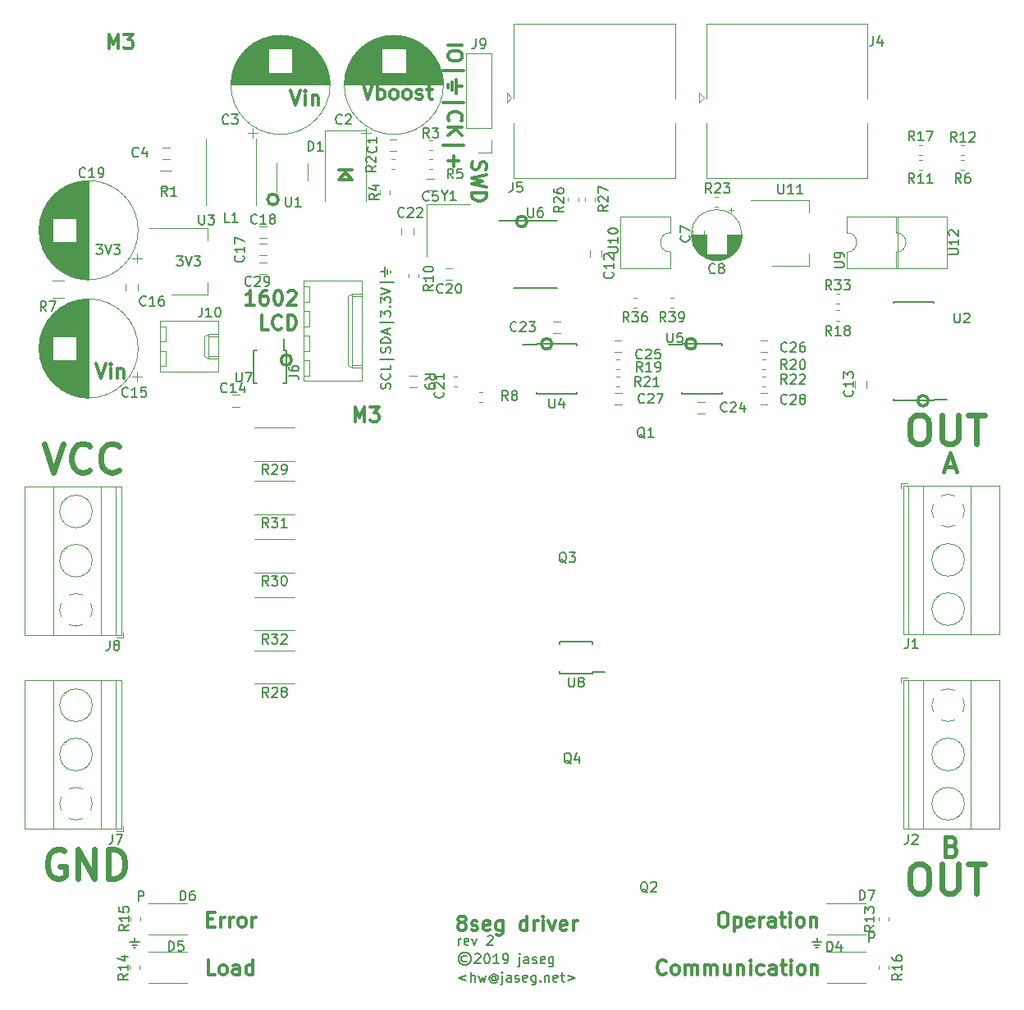
<source format=gbr>
G04 #@! TF.GenerationSoftware,KiCad,Pcbnew,(5.0.1)*
G04 #@! TF.CreationDate,2019-01-31T15:41:56+09:00*
G04 #@! TF.ProjectId,driver,6472697665722E6B696361645F706362,rev?*
G04 #@! TF.SameCoordinates,Original*
G04 #@! TF.FileFunction,Legend,Top*
G04 #@! TF.FilePolarity,Positive*
%FSLAX46Y46*%
G04 Gerber Fmt 4.6, Leading zero omitted, Abs format (unit mm)*
G04 Created by KiCad (PCBNEW (5.0.1)) date Thu Jan 31 15:41:56 2019*
%MOMM*%
%LPD*%
G01*
G04 APERTURE LIST*
%ADD10C,0.300000*%
%ADD11C,0.200000*%
%ADD12C,0.600000*%
%ADD13C,0.450000*%
%ADD14C,0.120000*%
%ADD15C,0.150000*%
G04 APERTURE END LIST*
D10*
X103785714Y-95678571D02*
X103785714Y-94178571D01*
X104285714Y-95250000D01*
X104785714Y-94178571D01*
X104785714Y-95678571D01*
X105357142Y-94178571D02*
X106285714Y-94178571D01*
X105785714Y-94750000D01*
X106000000Y-94750000D01*
X106142857Y-94821428D01*
X106214285Y-94892857D01*
X106285714Y-95035714D01*
X106285714Y-95392857D01*
X106214285Y-95535714D01*
X106142857Y-95607142D01*
X106000000Y-95678571D01*
X105571428Y-95678571D01*
X105428571Y-95607142D01*
X105357142Y-95535714D01*
D11*
X114499999Y-149662380D02*
X114499999Y-148995714D01*
X114499999Y-149186190D02*
X114547618Y-149090952D01*
X114595237Y-149043333D01*
X114690475Y-148995714D01*
X114785714Y-148995714D01*
X115499999Y-149614761D02*
X115404761Y-149662380D01*
X115214285Y-149662380D01*
X115119047Y-149614761D01*
X115071428Y-149519523D01*
X115071428Y-149138571D01*
X115119047Y-149043333D01*
X115214285Y-148995714D01*
X115404761Y-148995714D01*
X115499999Y-149043333D01*
X115547618Y-149138571D01*
X115547618Y-149233809D01*
X115071428Y-149329047D01*
X115880952Y-148995714D02*
X116119047Y-149662380D01*
X116357142Y-148995714D01*
X117452380Y-148757619D02*
X117499999Y-148710000D01*
X117595237Y-148662380D01*
X117833333Y-148662380D01*
X117928571Y-148710000D01*
X117976190Y-148757619D01*
X118023809Y-148852857D01*
X118023809Y-148948095D01*
X117976190Y-149090952D01*
X117404761Y-149662380D01*
X118023809Y-149662380D01*
X115261904Y-152785714D02*
X114500000Y-153071428D01*
X115261904Y-153357142D01*
X115738095Y-153452380D02*
X115738095Y-152452380D01*
X116166666Y-153452380D02*
X116166666Y-152928571D01*
X116119047Y-152833333D01*
X116023809Y-152785714D01*
X115880952Y-152785714D01*
X115785714Y-152833333D01*
X115738095Y-152880952D01*
X116547619Y-152785714D02*
X116738095Y-153452380D01*
X116928571Y-152976190D01*
X117119047Y-153452380D01*
X117309523Y-152785714D01*
X118309523Y-152976190D02*
X118261904Y-152928571D01*
X118166666Y-152880952D01*
X118071428Y-152880952D01*
X117976190Y-152928571D01*
X117928571Y-152976190D01*
X117880952Y-153071428D01*
X117880952Y-153166666D01*
X117928571Y-153261904D01*
X117976190Y-153309523D01*
X118071428Y-153357142D01*
X118166666Y-153357142D01*
X118261904Y-153309523D01*
X118309523Y-153261904D01*
X118309523Y-152880952D02*
X118309523Y-153261904D01*
X118357142Y-153309523D01*
X118404761Y-153309523D01*
X118500000Y-153261904D01*
X118547619Y-153166666D01*
X118547619Y-152928571D01*
X118452380Y-152785714D01*
X118309523Y-152690476D01*
X118119047Y-152642857D01*
X117928571Y-152690476D01*
X117785714Y-152785714D01*
X117690476Y-152928571D01*
X117642857Y-153119047D01*
X117690476Y-153309523D01*
X117785714Y-153452380D01*
X117928571Y-153547619D01*
X118119047Y-153595238D01*
X118309523Y-153547619D01*
X118452380Y-153452380D01*
X118976190Y-152785714D02*
X118976190Y-153642857D01*
X118928571Y-153738095D01*
X118833333Y-153785714D01*
X118785714Y-153785714D01*
X118976190Y-152452380D02*
X118928571Y-152500000D01*
X118976190Y-152547619D01*
X119023809Y-152500000D01*
X118976190Y-152452380D01*
X118976190Y-152547619D01*
X119880952Y-153452380D02*
X119880952Y-152928571D01*
X119833333Y-152833333D01*
X119738095Y-152785714D01*
X119547619Y-152785714D01*
X119452380Y-152833333D01*
X119880952Y-153404761D02*
X119785714Y-153452380D01*
X119547619Y-153452380D01*
X119452380Y-153404761D01*
X119404761Y-153309523D01*
X119404761Y-153214285D01*
X119452380Y-153119047D01*
X119547619Y-153071428D01*
X119785714Y-153071428D01*
X119880952Y-153023809D01*
X120309523Y-153404761D02*
X120404761Y-153452380D01*
X120595238Y-153452380D01*
X120690476Y-153404761D01*
X120738095Y-153309523D01*
X120738095Y-153261904D01*
X120690476Y-153166666D01*
X120595238Y-153119047D01*
X120452380Y-153119047D01*
X120357142Y-153071428D01*
X120309523Y-152976190D01*
X120309523Y-152928571D01*
X120357142Y-152833333D01*
X120452380Y-152785714D01*
X120595238Y-152785714D01*
X120690476Y-152833333D01*
X121547619Y-153404761D02*
X121452380Y-153452380D01*
X121261904Y-153452380D01*
X121166666Y-153404761D01*
X121119047Y-153309523D01*
X121119047Y-152928571D01*
X121166666Y-152833333D01*
X121261904Y-152785714D01*
X121452380Y-152785714D01*
X121547619Y-152833333D01*
X121595238Y-152928571D01*
X121595238Y-153023809D01*
X121119047Y-153119047D01*
X122452380Y-152785714D02*
X122452380Y-153595238D01*
X122404761Y-153690476D01*
X122357142Y-153738095D01*
X122261904Y-153785714D01*
X122119047Y-153785714D01*
X122023809Y-153738095D01*
X122452380Y-153404761D02*
X122357142Y-153452380D01*
X122166666Y-153452380D01*
X122071428Y-153404761D01*
X122023809Y-153357142D01*
X121976190Y-153261904D01*
X121976190Y-152976190D01*
X122023809Y-152880952D01*
X122071428Y-152833333D01*
X122166666Y-152785714D01*
X122357142Y-152785714D01*
X122452380Y-152833333D01*
X122928571Y-153357142D02*
X122976190Y-153404761D01*
X122928571Y-153452380D01*
X122880952Y-153404761D01*
X122928571Y-153357142D01*
X122928571Y-153452380D01*
X123404761Y-152785714D02*
X123404761Y-153452380D01*
X123404761Y-152880952D02*
X123452380Y-152833333D01*
X123547619Y-152785714D01*
X123690476Y-152785714D01*
X123785714Y-152833333D01*
X123833333Y-152928571D01*
X123833333Y-153452380D01*
X124690476Y-153404761D02*
X124595238Y-153452380D01*
X124404761Y-153452380D01*
X124309523Y-153404761D01*
X124261904Y-153309523D01*
X124261904Y-152928571D01*
X124309523Y-152833333D01*
X124404761Y-152785714D01*
X124595238Y-152785714D01*
X124690476Y-152833333D01*
X124738095Y-152928571D01*
X124738095Y-153023809D01*
X124261904Y-153119047D01*
X125023809Y-152785714D02*
X125404761Y-152785714D01*
X125166666Y-152452380D02*
X125166666Y-153309523D01*
X125214285Y-153404761D01*
X125309523Y-153452380D01*
X125404761Y-153452380D01*
X125738095Y-152785714D02*
X126500000Y-153071428D01*
X125738095Y-153357142D01*
D10*
X162950000Y-93500000D02*
G75*
G03X162950000Y-93500000I-550000J0D01*
G01*
X121550000Y-75000000D02*
G75*
G03X121550000Y-75000000I-550000J0D01*
G01*
X113371428Y-56764285D02*
X114871428Y-56764285D01*
X114871428Y-57764285D02*
X114871428Y-58050000D01*
X114800000Y-58192857D01*
X114657142Y-58335714D01*
X114371428Y-58407142D01*
X113871428Y-58407142D01*
X113585714Y-58335714D01*
X113442857Y-58192857D01*
X113371428Y-58050000D01*
X113371428Y-57764285D01*
X113442857Y-57621428D01*
X113585714Y-57478571D01*
X113871428Y-57407142D01*
X114371428Y-57407142D01*
X114657142Y-57478571D01*
X114800000Y-57621428D01*
X114871428Y-57764285D01*
X112871428Y-59407142D02*
X115014285Y-59407142D01*
X114228571Y-60335714D02*
X114228571Y-61764285D01*
X113800000Y-60621428D02*
X113800000Y-61478571D01*
X114871428Y-61050000D02*
X114228571Y-61050000D01*
X113371428Y-61192857D02*
X113371428Y-60907142D01*
X112871428Y-62692857D02*
X115014285Y-62692857D01*
X113514285Y-64621428D02*
X113442857Y-64550000D01*
X113371428Y-64335714D01*
X113371428Y-64192857D01*
X113442857Y-63978571D01*
X113585714Y-63835714D01*
X113728571Y-63764285D01*
X114014285Y-63692857D01*
X114228571Y-63692857D01*
X114514285Y-63764285D01*
X114657142Y-63835714D01*
X114800000Y-63978571D01*
X114871428Y-64192857D01*
X114871428Y-64335714D01*
X114800000Y-64550000D01*
X114728571Y-64621428D01*
X113371428Y-65264285D02*
X114871428Y-65264285D01*
X113371428Y-66121428D02*
X114228571Y-65478571D01*
X114871428Y-66121428D02*
X114014285Y-65264285D01*
X112871428Y-67121428D02*
X115014285Y-67121428D01*
X113942857Y-68192857D02*
X113942857Y-69335714D01*
X113371428Y-68764285D02*
X114514285Y-68764285D01*
D12*
X161750000Y-94957142D02*
X162321428Y-94957142D01*
X162607142Y-95100000D01*
X162892857Y-95385714D01*
X163035714Y-95957142D01*
X163035714Y-96957142D01*
X162892857Y-97528571D01*
X162607142Y-97814285D01*
X162321428Y-97957142D01*
X161750000Y-97957142D01*
X161464285Y-97814285D01*
X161178571Y-97528571D01*
X161035714Y-96957142D01*
X161035714Y-95957142D01*
X161178571Y-95385714D01*
X161464285Y-95100000D01*
X161750000Y-94957142D01*
X164321428Y-94957142D02*
X164321428Y-97385714D01*
X164464285Y-97671428D01*
X164607142Y-97814285D01*
X164892857Y-97957142D01*
X165464285Y-97957142D01*
X165750000Y-97814285D01*
X165892857Y-97671428D01*
X166035714Y-97385714D01*
X166035714Y-94957142D01*
X167035714Y-94957142D02*
X168750000Y-94957142D01*
X167892857Y-97957142D02*
X167892857Y-94957142D01*
D10*
X97250000Y-89300000D02*
G75*
G03X97250000Y-89300000I-550000J0D01*
G01*
X77064285Y-89678571D02*
X77564285Y-91178571D01*
X78064285Y-89678571D01*
X78564285Y-91178571D02*
X78564285Y-90178571D01*
X78564285Y-89678571D02*
X78492857Y-89750000D01*
X78564285Y-89821428D01*
X78635714Y-89750000D01*
X78564285Y-89678571D01*
X78564285Y-89821428D01*
X79278571Y-90178571D02*
X79278571Y-91178571D01*
X79278571Y-90321428D02*
X79350000Y-90250000D01*
X79492857Y-90178571D01*
X79707142Y-90178571D01*
X79850000Y-90250000D01*
X79921428Y-90392857D01*
X79921428Y-91178571D01*
X104628571Y-60878571D02*
X105128571Y-62378571D01*
X105628571Y-60878571D01*
X106128571Y-62378571D02*
X106128571Y-60878571D01*
X106128571Y-61450000D02*
X106271428Y-61378571D01*
X106557142Y-61378571D01*
X106700000Y-61450000D01*
X106771428Y-61521428D01*
X106842857Y-61664285D01*
X106842857Y-62092857D01*
X106771428Y-62235714D01*
X106700000Y-62307142D01*
X106557142Y-62378571D01*
X106271428Y-62378571D01*
X106128571Y-62307142D01*
X107700000Y-62378571D02*
X107557142Y-62307142D01*
X107485714Y-62235714D01*
X107414285Y-62092857D01*
X107414285Y-61664285D01*
X107485714Y-61521428D01*
X107557142Y-61450000D01*
X107700000Y-61378571D01*
X107914285Y-61378571D01*
X108057142Y-61450000D01*
X108128571Y-61521428D01*
X108200000Y-61664285D01*
X108200000Y-62092857D01*
X108128571Y-62235714D01*
X108057142Y-62307142D01*
X107914285Y-62378571D01*
X107700000Y-62378571D01*
X109057142Y-62378571D02*
X108914285Y-62307142D01*
X108842857Y-62235714D01*
X108771428Y-62092857D01*
X108771428Y-61664285D01*
X108842857Y-61521428D01*
X108914285Y-61450000D01*
X109057142Y-61378571D01*
X109271428Y-61378571D01*
X109414285Y-61450000D01*
X109485714Y-61521428D01*
X109557142Y-61664285D01*
X109557142Y-62092857D01*
X109485714Y-62235714D01*
X109414285Y-62307142D01*
X109271428Y-62378571D01*
X109057142Y-62378571D01*
X110128571Y-62307142D02*
X110271428Y-62378571D01*
X110557142Y-62378571D01*
X110700000Y-62307142D01*
X110771428Y-62164285D01*
X110771428Y-62092857D01*
X110700000Y-61950000D01*
X110557142Y-61878571D01*
X110342857Y-61878571D01*
X110200000Y-61807142D01*
X110128571Y-61664285D01*
X110128571Y-61592857D01*
X110200000Y-61450000D01*
X110342857Y-61378571D01*
X110557142Y-61378571D01*
X110700000Y-61450000D01*
X111200000Y-61378571D02*
X111771428Y-61378571D01*
X111414285Y-60878571D02*
X111414285Y-62164285D01*
X111485714Y-62307142D01*
X111628571Y-62378571D01*
X111771428Y-62378571D01*
X97164285Y-61478571D02*
X97664285Y-62978571D01*
X98164285Y-61478571D01*
X98664285Y-62978571D02*
X98664285Y-61978571D01*
X98664285Y-61478571D02*
X98592857Y-61550000D01*
X98664285Y-61621428D01*
X98735714Y-61550000D01*
X98664285Y-61478571D01*
X98664285Y-61621428D01*
X99378571Y-61978571D02*
X99378571Y-62978571D01*
X99378571Y-62121428D02*
X99450000Y-62050000D01*
X99592857Y-61978571D01*
X99807142Y-61978571D01*
X99950000Y-62050000D01*
X100021428Y-62192857D01*
X100021428Y-62978571D01*
X102100000Y-69700000D02*
X103500000Y-69700000D01*
X102800000Y-69900000D02*
X102100000Y-70700000D01*
X103500000Y-70700000D02*
X102800000Y-69900000D01*
X102200000Y-70700000D02*
X103500000Y-70700000D01*
D11*
X85386904Y-78577380D02*
X86005952Y-78577380D01*
X85672619Y-78958333D01*
X85815476Y-78958333D01*
X85910714Y-79005952D01*
X85958333Y-79053571D01*
X86005952Y-79148809D01*
X86005952Y-79386904D01*
X85958333Y-79482142D01*
X85910714Y-79529761D01*
X85815476Y-79577380D01*
X85529761Y-79577380D01*
X85434523Y-79529761D01*
X85386904Y-79482142D01*
X86291666Y-78577380D02*
X86625000Y-79577380D01*
X86958333Y-78577380D01*
X87196428Y-78577380D02*
X87815476Y-78577380D01*
X87482142Y-78958333D01*
X87625000Y-78958333D01*
X87720238Y-79005952D01*
X87767857Y-79053571D01*
X87815476Y-79148809D01*
X87815476Y-79386904D01*
X87767857Y-79482142D01*
X87720238Y-79529761D01*
X87625000Y-79577380D01*
X87339285Y-79577380D01*
X87244047Y-79529761D01*
X87196428Y-79482142D01*
X77086904Y-77377380D02*
X77705952Y-77377380D01*
X77372619Y-77758333D01*
X77515476Y-77758333D01*
X77610714Y-77805952D01*
X77658333Y-77853571D01*
X77705952Y-77948809D01*
X77705952Y-78186904D01*
X77658333Y-78282142D01*
X77610714Y-78329761D01*
X77515476Y-78377380D01*
X77229761Y-78377380D01*
X77134523Y-78329761D01*
X77086904Y-78282142D01*
X77991666Y-77377380D02*
X78325000Y-78377380D01*
X78658333Y-77377380D01*
X78896428Y-77377380D02*
X79515476Y-77377380D01*
X79182142Y-77758333D01*
X79325000Y-77758333D01*
X79420238Y-77805952D01*
X79467857Y-77853571D01*
X79515476Y-77948809D01*
X79515476Y-78186904D01*
X79467857Y-78282142D01*
X79420238Y-78329761D01*
X79325000Y-78377380D01*
X79039285Y-78377380D01*
X78944047Y-78329761D01*
X78896428Y-78282142D01*
D10*
X89378571Y-152728571D02*
X88664285Y-152728571D01*
X88664285Y-151228571D01*
X90092857Y-152728571D02*
X89950000Y-152657142D01*
X89878571Y-152585714D01*
X89807142Y-152442857D01*
X89807142Y-152014285D01*
X89878571Y-151871428D01*
X89950000Y-151800000D01*
X90092857Y-151728571D01*
X90307142Y-151728571D01*
X90450000Y-151800000D01*
X90521428Y-151871428D01*
X90592857Y-152014285D01*
X90592857Y-152442857D01*
X90521428Y-152585714D01*
X90450000Y-152657142D01*
X90307142Y-152728571D01*
X90092857Y-152728571D01*
X91878571Y-152728571D02*
X91878571Y-151942857D01*
X91807142Y-151800000D01*
X91664285Y-151728571D01*
X91378571Y-151728571D01*
X91235714Y-151800000D01*
X91878571Y-152657142D02*
X91735714Y-152728571D01*
X91378571Y-152728571D01*
X91235714Y-152657142D01*
X91164285Y-152514285D01*
X91164285Y-152371428D01*
X91235714Y-152228571D01*
X91378571Y-152157142D01*
X91735714Y-152157142D01*
X91878571Y-152085714D01*
X93235714Y-152728571D02*
X93235714Y-151228571D01*
X93235714Y-152657142D02*
X93092857Y-152728571D01*
X92807142Y-152728571D01*
X92664285Y-152657142D01*
X92592857Y-152585714D01*
X92521428Y-152442857D01*
X92521428Y-152014285D01*
X92592857Y-151871428D01*
X92664285Y-151800000D01*
X92807142Y-151728571D01*
X93092857Y-151728571D01*
X93235714Y-151800000D01*
X88607142Y-146992857D02*
X89107142Y-146992857D01*
X89321428Y-147778571D02*
X88607142Y-147778571D01*
X88607142Y-146278571D01*
X89321428Y-146278571D01*
X89964285Y-147778571D02*
X89964285Y-146778571D01*
X89964285Y-147064285D02*
X90035714Y-146921428D01*
X90107142Y-146850000D01*
X90250000Y-146778571D01*
X90392857Y-146778571D01*
X90892857Y-147778571D02*
X90892857Y-146778571D01*
X90892857Y-147064285D02*
X90964285Y-146921428D01*
X91035714Y-146850000D01*
X91178571Y-146778571D01*
X91321428Y-146778571D01*
X92035714Y-147778571D02*
X91892857Y-147707142D01*
X91821428Y-147635714D01*
X91750000Y-147492857D01*
X91750000Y-147064285D01*
X91821428Y-146921428D01*
X91892857Y-146850000D01*
X92035714Y-146778571D01*
X92250000Y-146778571D01*
X92392857Y-146850000D01*
X92464285Y-146921428D01*
X92535714Y-147064285D01*
X92535714Y-147492857D01*
X92464285Y-147635714D01*
X92392857Y-147707142D01*
X92250000Y-147778571D01*
X92035714Y-147778571D01*
X93178571Y-147778571D02*
X93178571Y-146778571D01*
X93178571Y-147064285D02*
X93250000Y-146921428D01*
X93321428Y-146850000D01*
X93464285Y-146778571D01*
X93607142Y-146778571D01*
X135882142Y-152560714D02*
X135810714Y-152632142D01*
X135596428Y-152703571D01*
X135453571Y-152703571D01*
X135239285Y-152632142D01*
X135096428Y-152489285D01*
X135025000Y-152346428D01*
X134953571Y-152060714D01*
X134953571Y-151846428D01*
X135025000Y-151560714D01*
X135096428Y-151417857D01*
X135239285Y-151275000D01*
X135453571Y-151203571D01*
X135596428Y-151203571D01*
X135810714Y-151275000D01*
X135882142Y-151346428D01*
X136739285Y-152703571D02*
X136596428Y-152632142D01*
X136525000Y-152560714D01*
X136453571Y-152417857D01*
X136453571Y-151989285D01*
X136525000Y-151846428D01*
X136596428Y-151775000D01*
X136739285Y-151703571D01*
X136953571Y-151703571D01*
X137096428Y-151775000D01*
X137167857Y-151846428D01*
X137239285Y-151989285D01*
X137239285Y-152417857D01*
X137167857Y-152560714D01*
X137096428Y-152632142D01*
X136953571Y-152703571D01*
X136739285Y-152703571D01*
X137882142Y-152703571D02*
X137882142Y-151703571D01*
X137882142Y-151846428D02*
X137953571Y-151775000D01*
X138096428Y-151703571D01*
X138310714Y-151703571D01*
X138453571Y-151775000D01*
X138525000Y-151917857D01*
X138525000Y-152703571D01*
X138525000Y-151917857D02*
X138596428Y-151775000D01*
X138739285Y-151703571D01*
X138953571Y-151703571D01*
X139096428Y-151775000D01*
X139167857Y-151917857D01*
X139167857Y-152703571D01*
X139882142Y-152703571D02*
X139882142Y-151703571D01*
X139882142Y-151846428D02*
X139953571Y-151775000D01*
X140096428Y-151703571D01*
X140310714Y-151703571D01*
X140453571Y-151775000D01*
X140525000Y-151917857D01*
X140525000Y-152703571D01*
X140525000Y-151917857D02*
X140596428Y-151775000D01*
X140739285Y-151703571D01*
X140953571Y-151703571D01*
X141096428Y-151775000D01*
X141167857Y-151917857D01*
X141167857Y-152703571D01*
X142525000Y-151703571D02*
X142525000Y-152703571D01*
X141882142Y-151703571D02*
X141882142Y-152489285D01*
X141953571Y-152632142D01*
X142096428Y-152703571D01*
X142310714Y-152703571D01*
X142453571Y-152632142D01*
X142525000Y-152560714D01*
X143239285Y-151703571D02*
X143239285Y-152703571D01*
X143239285Y-151846428D02*
X143310714Y-151775000D01*
X143453571Y-151703571D01*
X143667857Y-151703571D01*
X143810714Y-151775000D01*
X143882142Y-151917857D01*
X143882142Y-152703571D01*
X144596428Y-152703571D02*
X144596428Y-151703571D01*
X144596428Y-151203571D02*
X144525000Y-151275000D01*
X144596428Y-151346428D01*
X144667857Y-151275000D01*
X144596428Y-151203571D01*
X144596428Y-151346428D01*
X145953571Y-152632142D02*
X145810714Y-152703571D01*
X145525000Y-152703571D01*
X145382142Y-152632142D01*
X145310714Y-152560714D01*
X145239285Y-152417857D01*
X145239285Y-151989285D01*
X145310714Y-151846428D01*
X145382142Y-151775000D01*
X145525000Y-151703571D01*
X145810714Y-151703571D01*
X145953571Y-151775000D01*
X147239285Y-152703571D02*
X147239285Y-151917857D01*
X147167857Y-151775000D01*
X147025000Y-151703571D01*
X146739285Y-151703571D01*
X146596428Y-151775000D01*
X147239285Y-152632142D02*
X147096428Y-152703571D01*
X146739285Y-152703571D01*
X146596428Y-152632142D01*
X146525000Y-152489285D01*
X146525000Y-152346428D01*
X146596428Y-152203571D01*
X146739285Y-152132142D01*
X147096428Y-152132142D01*
X147239285Y-152060714D01*
X147739285Y-151703571D02*
X148310714Y-151703571D01*
X147953571Y-151203571D02*
X147953571Y-152489285D01*
X148025000Y-152632142D01*
X148167857Y-152703571D01*
X148310714Y-152703571D01*
X148810714Y-152703571D02*
X148810714Y-151703571D01*
X148810714Y-151203571D02*
X148739285Y-151275000D01*
X148810714Y-151346428D01*
X148882142Y-151275000D01*
X148810714Y-151203571D01*
X148810714Y-151346428D01*
X149739285Y-152703571D02*
X149596428Y-152632142D01*
X149525000Y-152560714D01*
X149453571Y-152417857D01*
X149453571Y-151989285D01*
X149525000Y-151846428D01*
X149596428Y-151775000D01*
X149739285Y-151703571D01*
X149953571Y-151703571D01*
X150096428Y-151775000D01*
X150167857Y-151846428D01*
X150239285Y-151989285D01*
X150239285Y-152417857D01*
X150167857Y-152560714D01*
X150096428Y-152632142D01*
X149953571Y-152703571D01*
X149739285Y-152703571D01*
X150882142Y-151703571D02*
X150882142Y-152703571D01*
X150882142Y-151846428D02*
X150953571Y-151775000D01*
X151096428Y-151703571D01*
X151310714Y-151703571D01*
X151453571Y-151775000D01*
X151525000Y-151917857D01*
X151525000Y-152703571D01*
X141650000Y-146278571D02*
X141935714Y-146278571D01*
X142078571Y-146350000D01*
X142221428Y-146492857D01*
X142292857Y-146778571D01*
X142292857Y-147278571D01*
X142221428Y-147564285D01*
X142078571Y-147707142D01*
X141935714Y-147778571D01*
X141650000Y-147778571D01*
X141507142Y-147707142D01*
X141364285Y-147564285D01*
X141292857Y-147278571D01*
X141292857Y-146778571D01*
X141364285Y-146492857D01*
X141507142Y-146350000D01*
X141650000Y-146278571D01*
X142935714Y-146778571D02*
X142935714Y-148278571D01*
X142935714Y-146850000D02*
X143078571Y-146778571D01*
X143364285Y-146778571D01*
X143507142Y-146850000D01*
X143578571Y-146921428D01*
X143650000Y-147064285D01*
X143650000Y-147492857D01*
X143578571Y-147635714D01*
X143507142Y-147707142D01*
X143364285Y-147778571D01*
X143078571Y-147778571D01*
X142935714Y-147707142D01*
X144864285Y-147707142D02*
X144721428Y-147778571D01*
X144435714Y-147778571D01*
X144292857Y-147707142D01*
X144221428Y-147564285D01*
X144221428Y-146992857D01*
X144292857Y-146850000D01*
X144435714Y-146778571D01*
X144721428Y-146778571D01*
X144864285Y-146850000D01*
X144935714Y-146992857D01*
X144935714Y-147135714D01*
X144221428Y-147278571D01*
X145578571Y-147778571D02*
X145578571Y-146778571D01*
X145578571Y-147064285D02*
X145650000Y-146921428D01*
X145721428Y-146850000D01*
X145864285Y-146778571D01*
X146007142Y-146778571D01*
X147150000Y-147778571D02*
X147150000Y-146992857D01*
X147078571Y-146850000D01*
X146935714Y-146778571D01*
X146650000Y-146778571D01*
X146507142Y-146850000D01*
X147150000Y-147707142D02*
X147007142Y-147778571D01*
X146650000Y-147778571D01*
X146507142Y-147707142D01*
X146435714Y-147564285D01*
X146435714Y-147421428D01*
X146507142Y-147278571D01*
X146650000Y-147207142D01*
X147007142Y-147207142D01*
X147150000Y-147135714D01*
X147650000Y-146778571D02*
X148221428Y-146778571D01*
X147864285Y-146278571D02*
X147864285Y-147564285D01*
X147935714Y-147707142D01*
X148078571Y-147778571D01*
X148221428Y-147778571D01*
X148721428Y-147778571D02*
X148721428Y-146778571D01*
X148721428Y-146278571D02*
X148650000Y-146350000D01*
X148721428Y-146421428D01*
X148792857Y-146350000D01*
X148721428Y-146278571D01*
X148721428Y-146421428D01*
X149650000Y-147778571D02*
X149507142Y-147707142D01*
X149435714Y-147635714D01*
X149364285Y-147492857D01*
X149364285Y-147064285D01*
X149435714Y-146921428D01*
X149507142Y-146850000D01*
X149650000Y-146778571D01*
X149864285Y-146778571D01*
X150007142Y-146850000D01*
X150078571Y-146921428D01*
X150150000Y-147064285D01*
X150150000Y-147492857D01*
X150078571Y-147635714D01*
X150007142Y-147707142D01*
X149864285Y-147778571D01*
X149650000Y-147778571D01*
X150792857Y-146778571D02*
X150792857Y-147778571D01*
X150792857Y-146921428D02*
X150864285Y-146850000D01*
X151007142Y-146778571D01*
X151221428Y-146778571D01*
X151364285Y-146850000D01*
X151435714Y-146992857D01*
X151435714Y-147778571D01*
X78385714Y-57178571D02*
X78385714Y-55678571D01*
X78885714Y-56750000D01*
X79385714Y-55678571D01*
X79385714Y-57178571D01*
X79957142Y-55678571D02*
X80885714Y-55678571D01*
X80385714Y-56250000D01*
X80600000Y-56250000D01*
X80742857Y-56321428D01*
X80814285Y-56392857D01*
X80885714Y-56535714D01*
X80885714Y-56892857D01*
X80814285Y-57035714D01*
X80742857Y-57107142D01*
X80600000Y-57178571D01*
X80171428Y-57178571D01*
X80028571Y-57107142D01*
X79957142Y-57035714D01*
D11*
X115309523Y-150795476D02*
X115214285Y-150747857D01*
X115023809Y-150747857D01*
X114928571Y-150795476D01*
X114833332Y-150890714D01*
X114785713Y-150985952D01*
X114785713Y-151176428D01*
X114833332Y-151271666D01*
X114928571Y-151366904D01*
X115023809Y-151414523D01*
X115214285Y-151414523D01*
X115309523Y-151366904D01*
X115119047Y-150414523D02*
X114880952Y-150462142D01*
X114642856Y-150605000D01*
X114499999Y-150843095D01*
X114452380Y-151081190D01*
X114499999Y-151319285D01*
X114642856Y-151557380D01*
X114880952Y-151700238D01*
X115119047Y-151747857D01*
X115357142Y-151700238D01*
X115595237Y-151557380D01*
X115738094Y-151319285D01*
X115785713Y-151081190D01*
X115738094Y-150843095D01*
X115595237Y-150605000D01*
X115357142Y-150462142D01*
X115119047Y-150414523D01*
X116166666Y-150652619D02*
X116214285Y-150605000D01*
X116309523Y-150557380D01*
X116547618Y-150557380D01*
X116642856Y-150605000D01*
X116690475Y-150652619D01*
X116738094Y-150747857D01*
X116738094Y-150843095D01*
X116690475Y-150985952D01*
X116119047Y-151557380D01*
X116738094Y-151557380D01*
X117357142Y-150557380D02*
X117452380Y-150557380D01*
X117547618Y-150605000D01*
X117595237Y-150652619D01*
X117642856Y-150747857D01*
X117690475Y-150938333D01*
X117690475Y-151176428D01*
X117642856Y-151366904D01*
X117595237Y-151462142D01*
X117547618Y-151509761D01*
X117452380Y-151557380D01*
X117357142Y-151557380D01*
X117261904Y-151509761D01*
X117214285Y-151462142D01*
X117166666Y-151366904D01*
X117119047Y-151176428D01*
X117119047Y-150938333D01*
X117166666Y-150747857D01*
X117214285Y-150652619D01*
X117261904Y-150605000D01*
X117357142Y-150557380D01*
X118642856Y-151557380D02*
X118071428Y-151557380D01*
X118357142Y-151557380D02*
X118357142Y-150557380D01*
X118261904Y-150700238D01*
X118166666Y-150795476D01*
X118071428Y-150843095D01*
X119119047Y-151557380D02*
X119309523Y-151557380D01*
X119404761Y-151509761D01*
X119452380Y-151462142D01*
X119547618Y-151319285D01*
X119595237Y-151128809D01*
X119595237Y-150747857D01*
X119547618Y-150652619D01*
X119499999Y-150605000D01*
X119404761Y-150557380D01*
X119214285Y-150557380D01*
X119119047Y-150605000D01*
X119071428Y-150652619D01*
X119023809Y-150747857D01*
X119023809Y-150985952D01*
X119071428Y-151081190D01*
X119119047Y-151128809D01*
X119214285Y-151176428D01*
X119404761Y-151176428D01*
X119499999Y-151128809D01*
X119547618Y-151081190D01*
X119595237Y-150985952D01*
X120785713Y-150890714D02*
X120785713Y-151747857D01*
X120738094Y-151843095D01*
X120642856Y-151890714D01*
X120595237Y-151890714D01*
X120785713Y-150557380D02*
X120738094Y-150605000D01*
X120785713Y-150652619D01*
X120833332Y-150605000D01*
X120785713Y-150557380D01*
X120785713Y-150652619D01*
X121690475Y-151557380D02*
X121690475Y-151033571D01*
X121642856Y-150938333D01*
X121547618Y-150890714D01*
X121357142Y-150890714D01*
X121261904Y-150938333D01*
X121690475Y-151509761D02*
X121595237Y-151557380D01*
X121357142Y-151557380D01*
X121261904Y-151509761D01*
X121214285Y-151414523D01*
X121214285Y-151319285D01*
X121261904Y-151224047D01*
X121357142Y-151176428D01*
X121595237Y-151176428D01*
X121690475Y-151128809D01*
X122119047Y-151509761D02*
X122214285Y-151557380D01*
X122404761Y-151557380D01*
X122499999Y-151509761D01*
X122547618Y-151414523D01*
X122547618Y-151366904D01*
X122499999Y-151271666D01*
X122404761Y-151224047D01*
X122261904Y-151224047D01*
X122166666Y-151176428D01*
X122119047Y-151081190D01*
X122119047Y-151033571D01*
X122166666Y-150938333D01*
X122261904Y-150890714D01*
X122404761Y-150890714D01*
X122499999Y-150938333D01*
X123357142Y-151509761D02*
X123261904Y-151557380D01*
X123071428Y-151557380D01*
X122976190Y-151509761D01*
X122928571Y-151414523D01*
X122928571Y-151033571D01*
X122976190Y-150938333D01*
X123071428Y-150890714D01*
X123261904Y-150890714D01*
X123357142Y-150938333D01*
X123404761Y-151033571D01*
X123404761Y-151128809D01*
X122928571Y-151224047D01*
X124261904Y-150890714D02*
X124261904Y-151700238D01*
X124214285Y-151795476D01*
X124166666Y-151843095D01*
X124071428Y-151890714D01*
X123928571Y-151890714D01*
X123833332Y-151843095D01*
X124261904Y-151509761D02*
X124166666Y-151557380D01*
X123976190Y-151557380D01*
X123880952Y-151509761D01*
X123833332Y-151462142D01*
X123785713Y-151366904D01*
X123785713Y-151081190D01*
X123833332Y-150985952D01*
X123880952Y-150938333D01*
X123976190Y-150890714D01*
X124166666Y-150890714D01*
X124261904Y-150938333D01*
D10*
X114678571Y-147321428D02*
X114535714Y-147250000D01*
X114464285Y-147178571D01*
X114392857Y-147035714D01*
X114392857Y-146964285D01*
X114464285Y-146821428D01*
X114535714Y-146750000D01*
X114678571Y-146678571D01*
X114964285Y-146678571D01*
X115107142Y-146750000D01*
X115178571Y-146821428D01*
X115250000Y-146964285D01*
X115250000Y-147035714D01*
X115178571Y-147178571D01*
X115107142Y-147250000D01*
X114964285Y-147321428D01*
X114678571Y-147321428D01*
X114535714Y-147392857D01*
X114464285Y-147464285D01*
X114392857Y-147607142D01*
X114392857Y-147892857D01*
X114464285Y-148035714D01*
X114535714Y-148107142D01*
X114678571Y-148178571D01*
X114964285Y-148178571D01*
X115107142Y-148107142D01*
X115178571Y-148035714D01*
X115250000Y-147892857D01*
X115250000Y-147607142D01*
X115178571Y-147464285D01*
X115107142Y-147392857D01*
X114964285Y-147321428D01*
X115821428Y-148107142D02*
X115964285Y-148178571D01*
X116250000Y-148178571D01*
X116392857Y-148107142D01*
X116464285Y-147964285D01*
X116464285Y-147892857D01*
X116392857Y-147750000D01*
X116250000Y-147678571D01*
X116035714Y-147678571D01*
X115892857Y-147607142D01*
X115821428Y-147464285D01*
X115821428Y-147392857D01*
X115892857Y-147250000D01*
X116035714Y-147178571D01*
X116250000Y-147178571D01*
X116392857Y-147250000D01*
X117678571Y-148107142D02*
X117535714Y-148178571D01*
X117250000Y-148178571D01*
X117107142Y-148107142D01*
X117035714Y-147964285D01*
X117035714Y-147392857D01*
X117107142Y-147250000D01*
X117250000Y-147178571D01*
X117535714Y-147178571D01*
X117678571Y-147250000D01*
X117750000Y-147392857D01*
X117750000Y-147535714D01*
X117035714Y-147678571D01*
X119035714Y-147178571D02*
X119035714Y-148392857D01*
X118964285Y-148535714D01*
X118892857Y-148607142D01*
X118750000Y-148678571D01*
X118535714Y-148678571D01*
X118392857Y-148607142D01*
X119035714Y-148107142D02*
X118892857Y-148178571D01*
X118607142Y-148178571D01*
X118464285Y-148107142D01*
X118392857Y-148035714D01*
X118321428Y-147892857D01*
X118321428Y-147464285D01*
X118392857Y-147321428D01*
X118464285Y-147250000D01*
X118607142Y-147178571D01*
X118892857Y-147178571D01*
X119035714Y-147250000D01*
X121535714Y-148178571D02*
X121535714Y-146678571D01*
X121535714Y-148107142D02*
X121392857Y-148178571D01*
X121107142Y-148178571D01*
X120964285Y-148107142D01*
X120892857Y-148035714D01*
X120821428Y-147892857D01*
X120821428Y-147464285D01*
X120892857Y-147321428D01*
X120964285Y-147250000D01*
X121107142Y-147178571D01*
X121392857Y-147178571D01*
X121535714Y-147250000D01*
X122250000Y-148178571D02*
X122250000Y-147178571D01*
X122250000Y-147464285D02*
X122321428Y-147321428D01*
X122392857Y-147250000D01*
X122535714Y-147178571D01*
X122678571Y-147178571D01*
X123178571Y-148178571D02*
X123178571Y-147178571D01*
X123178571Y-146678571D02*
X123107142Y-146750000D01*
X123178571Y-146821428D01*
X123250000Y-146750000D01*
X123178571Y-146678571D01*
X123178571Y-146821428D01*
X123750000Y-147178571D02*
X124107142Y-148178571D01*
X124464285Y-147178571D01*
X125607142Y-148107142D02*
X125464285Y-148178571D01*
X125178571Y-148178571D01*
X125035714Y-148107142D01*
X124964285Y-147964285D01*
X124964285Y-147392857D01*
X125035714Y-147250000D01*
X125178571Y-147178571D01*
X125464285Y-147178571D01*
X125607142Y-147250000D01*
X125678571Y-147392857D01*
X125678571Y-147535714D01*
X124964285Y-147678571D01*
X126321428Y-148178571D02*
X126321428Y-147178571D01*
X126321428Y-147464285D02*
X126392857Y-147321428D01*
X126464285Y-147250000D01*
X126607142Y-147178571D01*
X126750000Y-147178571D01*
X95875000Y-72725000D02*
G75*
G03X95875000Y-72725000I-550000J0D01*
G01*
X139000000Y-87625000D02*
G75*
G03X139000000Y-87625000I-550000J0D01*
G01*
X124125000Y-87625000D02*
G75*
G03X124125000Y-87625000I-550000J0D01*
G01*
D11*
X80573809Y-149380952D02*
X81526190Y-149380952D01*
X80764285Y-149666666D02*
X81335714Y-149666666D01*
X81050000Y-148952380D02*
X81050000Y-149380952D01*
X81145238Y-149952380D02*
X80954761Y-149952380D01*
X150973809Y-149355952D02*
X151926190Y-149355952D01*
X151164285Y-149641666D02*
X151735714Y-149641666D01*
X151450000Y-148927380D02*
X151450000Y-149355952D01*
X151545238Y-149927380D02*
X151354761Y-149927380D01*
X156838095Y-149352380D02*
X156838095Y-148352380D01*
X157219047Y-148352380D01*
X157314285Y-148400000D01*
X157361904Y-148447619D01*
X157409523Y-148542857D01*
X157409523Y-148685714D01*
X157361904Y-148780952D01*
X157314285Y-148828571D01*
X157219047Y-148876190D01*
X156838095Y-148876190D01*
X81438095Y-145102380D02*
X81438095Y-144102380D01*
X81819047Y-144102380D01*
X81914285Y-144150000D01*
X81961904Y-144197619D01*
X82009523Y-144292857D01*
X82009523Y-144435714D01*
X81961904Y-144530952D01*
X81914285Y-144578571D01*
X81819047Y-144626190D01*
X81438095Y-144626190D01*
X107404761Y-92261904D02*
X107452380Y-92119047D01*
X107452380Y-91880952D01*
X107404761Y-91785714D01*
X107357142Y-91738095D01*
X107261904Y-91690476D01*
X107166666Y-91690476D01*
X107071428Y-91738095D01*
X107023809Y-91785714D01*
X106976190Y-91880952D01*
X106928571Y-92071428D01*
X106880952Y-92166666D01*
X106833333Y-92214285D01*
X106738095Y-92261904D01*
X106642857Y-92261904D01*
X106547619Y-92214285D01*
X106500000Y-92166666D01*
X106452380Y-92071428D01*
X106452380Y-91833333D01*
X106500000Y-91690476D01*
X107357142Y-90690476D02*
X107404761Y-90738095D01*
X107452380Y-90880952D01*
X107452380Y-90976190D01*
X107404761Y-91119047D01*
X107309523Y-91214285D01*
X107214285Y-91261904D01*
X107023809Y-91309523D01*
X106880952Y-91309523D01*
X106690476Y-91261904D01*
X106595238Y-91214285D01*
X106500000Y-91119047D01*
X106452380Y-90976190D01*
X106452380Y-90880952D01*
X106500000Y-90738095D01*
X106547619Y-90690476D01*
X107452380Y-89785714D02*
X107452380Y-90261904D01*
X106452380Y-90261904D01*
X107785714Y-89214285D02*
X106357142Y-89214285D01*
X107404761Y-88547619D02*
X107452380Y-88404761D01*
X107452380Y-88166666D01*
X107404761Y-88071428D01*
X107357142Y-88023809D01*
X107261904Y-87976190D01*
X107166666Y-87976190D01*
X107071428Y-88023809D01*
X107023809Y-88071428D01*
X106976190Y-88166666D01*
X106928571Y-88357142D01*
X106880952Y-88452380D01*
X106833333Y-88500000D01*
X106738095Y-88547619D01*
X106642857Y-88547619D01*
X106547619Y-88500000D01*
X106500000Y-88452380D01*
X106452380Y-88357142D01*
X106452380Y-88119047D01*
X106500000Y-87976190D01*
X107452380Y-87547619D02*
X106452380Y-87547619D01*
X106452380Y-87309523D01*
X106500000Y-87166666D01*
X106595238Y-87071428D01*
X106690476Y-87023809D01*
X106880952Y-86976190D01*
X107023809Y-86976190D01*
X107214285Y-87023809D01*
X107309523Y-87071428D01*
X107404761Y-87166666D01*
X107452380Y-87309523D01*
X107452380Y-87547619D01*
X107166666Y-86595238D02*
X107166666Y-86119047D01*
X107452380Y-86690476D02*
X106452380Y-86357142D01*
X107452380Y-86023809D01*
X107785714Y-85452380D02*
X106357142Y-85452380D01*
X106452380Y-84833333D02*
X106452380Y-84214285D01*
X106833333Y-84547619D01*
X106833333Y-84404761D01*
X106880952Y-84309523D01*
X106928571Y-84261904D01*
X107023809Y-84214285D01*
X107261904Y-84214285D01*
X107357142Y-84261904D01*
X107404761Y-84309523D01*
X107452380Y-84404761D01*
X107452380Y-84690476D01*
X107404761Y-84785714D01*
X107357142Y-84833333D01*
X107357142Y-83785714D02*
X107404761Y-83738095D01*
X107452380Y-83785714D01*
X107404761Y-83833333D01*
X107357142Y-83785714D01*
X107452380Y-83785714D01*
X106452380Y-83404761D02*
X106452380Y-82785714D01*
X106833333Y-83119047D01*
X106833333Y-82976190D01*
X106880952Y-82880952D01*
X106928571Y-82833333D01*
X107023809Y-82785714D01*
X107261904Y-82785714D01*
X107357142Y-82833333D01*
X107404761Y-82880952D01*
X107452380Y-82976190D01*
X107452380Y-83261904D01*
X107404761Y-83357142D01*
X107357142Y-83404761D01*
X106452380Y-82500000D02*
X107452380Y-82166666D01*
X106452380Y-81833333D01*
X107785714Y-81261904D02*
X106357142Y-81261904D01*
X106880952Y-80642857D02*
X106880952Y-79690476D01*
X107166666Y-80452380D02*
X107166666Y-79880952D01*
X106452380Y-80166666D02*
X106880952Y-80166666D01*
X107452380Y-80071428D02*
X107452380Y-80261904D01*
D10*
X93433571Y-83603571D02*
X92576428Y-83603571D01*
X93005000Y-83603571D02*
X93005000Y-82103571D01*
X92862142Y-82317857D01*
X92719285Y-82460714D01*
X92576428Y-82532142D01*
X94719285Y-82103571D02*
X94433571Y-82103571D01*
X94290714Y-82175000D01*
X94219285Y-82246428D01*
X94076428Y-82460714D01*
X94005000Y-82746428D01*
X94005000Y-83317857D01*
X94076428Y-83460714D01*
X94147857Y-83532142D01*
X94290714Y-83603571D01*
X94576428Y-83603571D01*
X94719285Y-83532142D01*
X94790714Y-83460714D01*
X94862142Y-83317857D01*
X94862142Y-82960714D01*
X94790714Y-82817857D01*
X94719285Y-82746428D01*
X94576428Y-82675000D01*
X94290714Y-82675000D01*
X94147857Y-82746428D01*
X94076428Y-82817857D01*
X94005000Y-82960714D01*
X95790714Y-82103571D02*
X95933571Y-82103571D01*
X96076428Y-82175000D01*
X96147857Y-82246428D01*
X96219285Y-82389285D01*
X96290714Y-82675000D01*
X96290714Y-83032142D01*
X96219285Y-83317857D01*
X96147857Y-83460714D01*
X96076428Y-83532142D01*
X95933571Y-83603571D01*
X95790714Y-83603571D01*
X95647857Y-83532142D01*
X95576428Y-83460714D01*
X95505000Y-83317857D01*
X95433571Y-83032142D01*
X95433571Y-82675000D01*
X95505000Y-82389285D01*
X95576428Y-82246428D01*
X95647857Y-82175000D01*
X95790714Y-82103571D01*
X96862142Y-82246428D02*
X96933571Y-82175000D01*
X97076428Y-82103571D01*
X97433571Y-82103571D01*
X97576428Y-82175000D01*
X97647857Y-82246428D01*
X97719285Y-82389285D01*
X97719285Y-82532142D01*
X97647857Y-82746428D01*
X96790714Y-83603571D01*
X97719285Y-83603571D01*
X94862142Y-86153571D02*
X94147857Y-86153571D01*
X94147857Y-84653571D01*
X96219285Y-86010714D02*
X96147857Y-86082142D01*
X95933571Y-86153571D01*
X95790714Y-86153571D01*
X95576428Y-86082142D01*
X95433571Y-85939285D01*
X95362142Y-85796428D01*
X95290714Y-85510714D01*
X95290714Y-85296428D01*
X95362142Y-85010714D01*
X95433571Y-84867857D01*
X95576428Y-84725000D01*
X95790714Y-84653571D01*
X95933571Y-84653571D01*
X96147857Y-84725000D01*
X96219285Y-84796428D01*
X96862142Y-86153571D02*
X96862142Y-84653571D01*
X97219285Y-84653571D01*
X97433571Y-84725000D01*
X97576428Y-84867857D01*
X97647857Y-85010714D01*
X97719285Y-85296428D01*
X97719285Y-85510714D01*
X97647857Y-85796428D01*
X97576428Y-85939285D01*
X97433571Y-86082142D01*
X97219285Y-86153571D01*
X96862142Y-86153571D01*
X115942857Y-68814285D02*
X115871428Y-69028571D01*
X115871428Y-69385714D01*
X115942857Y-69528571D01*
X116014285Y-69600000D01*
X116157142Y-69671428D01*
X116300000Y-69671428D01*
X116442857Y-69600000D01*
X116514285Y-69528571D01*
X116585714Y-69385714D01*
X116657142Y-69100000D01*
X116728571Y-68957142D01*
X116800000Y-68885714D01*
X116942857Y-68814285D01*
X117085714Y-68814285D01*
X117228571Y-68885714D01*
X117300000Y-68957142D01*
X117371428Y-69100000D01*
X117371428Y-69457142D01*
X117300000Y-69671428D01*
X117371428Y-70171428D02*
X115871428Y-70528571D01*
X116942857Y-70814285D01*
X115871428Y-71100000D01*
X117371428Y-71457142D01*
X115871428Y-72028571D02*
X117371428Y-72028571D01*
X117371428Y-72385714D01*
X117300000Y-72600000D01*
X117157142Y-72742857D01*
X117014285Y-72814285D01*
X116728571Y-72885714D01*
X116514285Y-72885714D01*
X116228571Y-72814285D01*
X116085714Y-72742857D01*
X115942857Y-72600000D01*
X115871428Y-72385714D01*
X115871428Y-72028571D01*
D13*
X165342857Y-139457142D02*
X165628571Y-139552380D01*
X165723809Y-139647619D01*
X165819047Y-139838095D01*
X165819047Y-140123809D01*
X165723809Y-140314285D01*
X165628571Y-140409523D01*
X165438095Y-140504761D01*
X164676190Y-140504761D01*
X164676190Y-138504761D01*
X165342857Y-138504761D01*
X165533333Y-138600000D01*
X165628571Y-138695238D01*
X165723809Y-138885714D01*
X165723809Y-139076190D01*
X165628571Y-139266666D01*
X165533333Y-139361904D01*
X165342857Y-139457142D01*
X164676190Y-139457142D01*
D12*
X161750000Y-141307142D02*
X162321428Y-141307142D01*
X162607142Y-141450000D01*
X162892857Y-141735714D01*
X163035714Y-142307142D01*
X163035714Y-143307142D01*
X162892857Y-143878571D01*
X162607142Y-144164285D01*
X162321428Y-144307142D01*
X161750000Y-144307142D01*
X161464285Y-144164285D01*
X161178571Y-143878571D01*
X161035714Y-143307142D01*
X161035714Y-142307142D01*
X161178571Y-141735714D01*
X161464285Y-141450000D01*
X161750000Y-141307142D01*
X164321428Y-141307142D02*
X164321428Y-143735714D01*
X164464285Y-144021428D01*
X164607142Y-144164285D01*
X164892857Y-144307142D01*
X165464285Y-144307142D01*
X165750000Y-144164285D01*
X165892857Y-144021428D01*
X166035714Y-143735714D01*
X166035714Y-141307142D01*
X167035714Y-141307142D02*
X168750000Y-141307142D01*
X167892857Y-144307142D02*
X167892857Y-141307142D01*
D13*
X164723809Y-100283333D02*
X165676190Y-100283333D01*
X164533333Y-100854761D02*
X165200000Y-98854761D01*
X165866666Y-100854761D01*
D12*
X71700000Y-97907142D02*
X72700000Y-100907142D01*
X73700000Y-97907142D01*
X76414285Y-100621428D02*
X76271428Y-100764285D01*
X75842857Y-100907142D01*
X75557142Y-100907142D01*
X75128571Y-100764285D01*
X74842857Y-100478571D01*
X74700000Y-100192857D01*
X74557142Y-99621428D01*
X74557142Y-99192857D01*
X74700000Y-98621428D01*
X74842857Y-98335714D01*
X75128571Y-98050000D01*
X75557142Y-97907142D01*
X75842857Y-97907142D01*
X76271428Y-98050000D01*
X76414285Y-98192857D01*
X79414285Y-100621428D02*
X79271428Y-100764285D01*
X78842857Y-100907142D01*
X78557142Y-100907142D01*
X78128571Y-100764285D01*
X77842857Y-100478571D01*
X77700000Y-100192857D01*
X77557142Y-99621428D01*
X77557142Y-99192857D01*
X77700000Y-98621428D01*
X77842857Y-98335714D01*
X78128571Y-98050000D01*
X78557142Y-97907142D01*
X78842857Y-97907142D01*
X79271428Y-98050000D01*
X79414285Y-98192857D01*
X73764285Y-139950000D02*
X73478571Y-139807142D01*
X73050000Y-139807142D01*
X72621428Y-139950000D01*
X72335714Y-140235714D01*
X72192857Y-140521428D01*
X72050000Y-141092857D01*
X72050000Y-141521428D01*
X72192857Y-142092857D01*
X72335714Y-142378571D01*
X72621428Y-142664285D01*
X73050000Y-142807142D01*
X73335714Y-142807142D01*
X73764285Y-142664285D01*
X73907142Y-142521428D01*
X73907142Y-141521428D01*
X73335714Y-141521428D01*
X75192857Y-142807142D02*
X75192857Y-139807142D01*
X76907142Y-142807142D01*
X76907142Y-139807142D01*
X78335714Y-142807142D02*
X78335714Y-139807142D01*
X79050000Y-139807142D01*
X79478571Y-139950000D01*
X79764285Y-140235714D01*
X79907142Y-140521428D01*
X80050000Y-141092857D01*
X80050000Y-141521428D01*
X79907142Y-142092857D01*
X79764285Y-142378571D01*
X79478571Y-142664285D01*
X79050000Y-142807142D01*
X78335714Y-142807142D01*
D14*
G04 #@! TO.C,J6*
X99100000Y-81680000D02*
X98480000Y-81680000D01*
X99100000Y-83280000D02*
X99100000Y-81680000D01*
X98480000Y-83280000D02*
X99100000Y-83280000D01*
X99100000Y-84220000D02*
X98480000Y-84220000D01*
X99100000Y-85820000D02*
X99100000Y-84220000D01*
X98480000Y-85820000D02*
X99100000Y-85820000D01*
X99100000Y-86760000D02*
X98480000Y-86760000D01*
X99100000Y-88360000D02*
X99100000Y-86760000D01*
X98480000Y-88360000D02*
X99100000Y-88360000D01*
X99100000Y-89300000D02*
X98480000Y-89300000D01*
X99100000Y-90900000D02*
X99100000Y-89300000D01*
X98480000Y-90900000D02*
X99100000Y-90900000D01*
X104480000Y-82730000D02*
X103480000Y-82730000D01*
X104480000Y-89850000D02*
X103480000Y-89850000D01*
X103050000Y-82730000D02*
X103480000Y-82480000D01*
X103050000Y-89850000D02*
X103050000Y-82730000D01*
X103480000Y-90100000D02*
X103050000Y-89850000D01*
X103480000Y-82480000D02*
X104480000Y-82480000D01*
X103480000Y-90100000D02*
X103480000Y-82480000D01*
X104480000Y-90100000D02*
X103480000Y-90100000D01*
X98480000Y-81110000D02*
X98480000Y-91470000D01*
X104480000Y-81110000D02*
X98480000Y-81110000D01*
X104480000Y-91470000D02*
X104480000Y-81110000D01*
X98480000Y-91470000D02*
X104480000Y-91470000D01*
D15*
G04 #@! TO.C,U7*
X96675000Y-88325000D02*
X96450000Y-88325000D01*
X96675000Y-91675000D02*
X96375000Y-91675000D01*
X93325000Y-91675000D02*
X93625000Y-91675000D01*
X93325000Y-88325000D02*
X93625000Y-88325000D01*
X96675000Y-88325000D02*
X96675000Y-91675000D01*
X93325000Y-88325000D02*
X93325000Y-91675000D01*
X96450000Y-88325000D02*
X96450000Y-87100000D01*
G04 #@! TO.C,U6*
X120175000Y-81850000D02*
X124625000Y-81850000D01*
X118650000Y-74950000D02*
X124625000Y-74950000D01*
D14*
G04 #@! TO.C,R3*
X111428733Y-66590000D02*
X111771267Y-66590000D01*
X111428733Y-67610000D02*
X111771267Y-67610000D01*
G04 #@! TO.C,R39*
X136671267Y-82890000D02*
X136328733Y-82890000D01*
X136671267Y-83910000D02*
X136328733Y-83910000D01*
G04 #@! TO.C,U12*
X159640000Y-76160000D02*
G75*
G02X159640000Y-78160000I0J-1000000D01*
G01*
X159640000Y-78160000D02*
X159640000Y-79810000D01*
X159640000Y-79810000D02*
X164840000Y-79810000D01*
X164840000Y-79810000D02*
X164840000Y-74510000D01*
X164840000Y-74510000D02*
X159640000Y-74510000D01*
X159640000Y-74510000D02*
X159640000Y-76160000D01*
G04 #@! TO.C,C1*
X107350000Y-66500000D02*
X108050000Y-66500000D01*
X108050000Y-67700000D02*
X107350000Y-67700000D01*
G04 #@! TO.C,C4*
X84650000Y-68550000D02*
X83950000Y-68550000D01*
X83950000Y-67350000D02*
X84650000Y-67350000D01*
G04 #@! TO.C,C5*
X111924999Y-71774999D02*
X111224999Y-71774999D01*
X111224999Y-70574999D02*
X111924999Y-70574999D01*
G04 #@! TO.C,C12*
X129200000Y-77950000D02*
X129200000Y-78650000D01*
X128000000Y-78650000D02*
X128000000Y-77950000D01*
G04 #@! TO.C,C13*
X156600000Y-91450000D02*
X156600000Y-92150000D01*
X155400000Y-92150000D02*
X155400000Y-91450000D01*
G04 #@! TO.C,C14*
X91850000Y-94100000D02*
X91150000Y-94100000D01*
X91150000Y-92900000D02*
X91850000Y-92900000D01*
G04 #@! TO.C,C16*
X80150000Y-82100000D02*
X80150000Y-81400000D01*
X81350000Y-81400000D02*
X81350000Y-82100000D01*
G04 #@! TO.C,C17*
X94650000Y-78500000D02*
X93950000Y-78500000D01*
X93950000Y-77300000D02*
X94650000Y-77300000D01*
G04 #@! TO.C,C18*
X94650000Y-76700000D02*
X93950000Y-76700000D01*
X93950000Y-75500000D02*
X94650000Y-75500000D01*
G04 #@! TO.C,C20*
X113850000Y-81050000D02*
X113150000Y-81050000D01*
X113150000Y-79850000D02*
X113850000Y-79850000D01*
G04 #@! TO.C,C21*
X109450000Y-90900000D02*
X110150000Y-90900000D01*
X110150000Y-92100000D02*
X109450000Y-92100000D01*
G04 #@! TO.C,C22*
X108600000Y-76400000D02*
X108600000Y-75700000D01*
X109800000Y-75700000D02*
X109800000Y-76400000D01*
G04 #@! TO.C,C23*
X124250000Y-85300000D02*
X124950000Y-85300000D01*
X124950000Y-86500000D02*
X124250000Y-86500000D01*
G04 #@! TO.C,C24*
X139850000Y-94850000D02*
X139150000Y-94850000D01*
X139150000Y-93650000D02*
X139850000Y-93650000D01*
G04 #@! TO.C,C25*
X130550000Y-87300000D02*
X131250000Y-87300000D01*
X131250000Y-88500000D02*
X130550000Y-88500000D01*
G04 #@! TO.C,C26*
X145650000Y-87300000D02*
X146350000Y-87300000D01*
X146350000Y-88500000D02*
X145650000Y-88500000D01*
G04 #@! TO.C,C27*
X130600000Y-92700000D02*
X131300000Y-92700000D01*
X131300000Y-93900000D02*
X130600000Y-93900000D01*
G04 #@! TO.C,C28*
X146350000Y-93900000D02*
X145650000Y-93900000D01*
X145650000Y-92700000D02*
X146350000Y-92700000D01*
G04 #@! TO.C,C29*
X94650000Y-80400000D02*
X93950000Y-80400000D01*
X93950000Y-79200000D02*
X94650000Y-79200000D01*
G04 #@! TO.C,D1*
X104950000Y-65600000D02*
X100650000Y-65600000D01*
X100650000Y-65600000D02*
X100650000Y-72900000D01*
X104950000Y-65600000D02*
X104950000Y-72900000D01*
G04 #@! TO.C,D4*
X156450000Y-150400000D02*
X152450000Y-150400000D01*
X156500000Y-153600000D02*
X152500000Y-153600000D01*
G04 #@! TO.C,D5*
X86500000Y-153600000D02*
X82500000Y-153600000D01*
X86450000Y-150400000D02*
X82450000Y-150400000D01*
G04 #@! TO.C,D6*
X86500000Y-148600000D02*
X82500000Y-148600000D01*
X86450000Y-145400000D02*
X82450000Y-145400000D01*
G04 #@! TO.C,D7*
X156450000Y-145400000D02*
X152450000Y-145400000D01*
X156500000Y-148600000D02*
X152500000Y-148600000D01*
G04 #@! TO.C,J1*
X163465244Y-105523318D02*
G75*
G02X163320000Y-104840000I1534756J683318D01*
G01*
X165683042Y-106375426D02*
G75*
G02X164316000Y-106375000I-683042J1535426D01*
G01*
X166535426Y-104156958D02*
G75*
G02X166535000Y-105524000I-1535426J-683042D01*
G01*
X164316958Y-103304574D02*
G75*
G02X165684000Y-103305000I683042J-1535426D01*
G01*
X163319747Y-104868805D02*
G75*
G02X163465000Y-104156000I1680253J28805D01*
G01*
X166680000Y-109920000D02*
G75*
G03X166680000Y-109920000I-1680000J0D01*
G01*
X166680000Y-115000000D02*
G75*
G03X166680000Y-115000000I-1680000J0D01*
G01*
X160900000Y-102240000D02*
X160900000Y-117600000D01*
X162400000Y-102240000D02*
X162400000Y-117600000D01*
X167301000Y-102240000D02*
X167301000Y-117600000D01*
X170261000Y-102240000D02*
X170261000Y-117600000D01*
X160340000Y-102240000D02*
X160340000Y-117600000D01*
X170261000Y-102240000D02*
X160340000Y-102240000D01*
X170261000Y-117600000D02*
X160340000Y-117600000D01*
X166069000Y-111195000D02*
X166023000Y-111148000D01*
X163761000Y-108886000D02*
X163726000Y-108851000D01*
X166275000Y-110990000D02*
X166239000Y-110955000D01*
X163977000Y-108693000D02*
X163931000Y-108646000D01*
X166069000Y-116275000D02*
X166023000Y-116228000D01*
X163761000Y-113966000D02*
X163726000Y-113931000D01*
X166275000Y-116070000D02*
X166239000Y-116035000D01*
X163977000Y-113773000D02*
X163931000Y-113726000D01*
X160840000Y-102000000D02*
X160100000Y-102000000D01*
X160100000Y-102000000D02*
X160100000Y-102500000D01*
G04 #@! TO.C,J2*
X160100000Y-122080000D02*
X160100000Y-122580000D01*
X160840000Y-122080000D02*
X160100000Y-122080000D01*
X163977000Y-133853000D02*
X163931000Y-133806000D01*
X166275000Y-136150000D02*
X166239000Y-136115000D01*
X163761000Y-134046000D02*
X163726000Y-134011000D01*
X166069000Y-136355000D02*
X166023000Y-136308000D01*
X163977000Y-128773000D02*
X163931000Y-128726000D01*
X166275000Y-131070000D02*
X166239000Y-131035000D01*
X163761000Y-128966000D02*
X163726000Y-128931000D01*
X166069000Y-131275000D02*
X166023000Y-131228000D01*
X170261000Y-137680000D02*
X160340000Y-137680000D01*
X170261000Y-122320000D02*
X160340000Y-122320000D01*
X160340000Y-122320000D02*
X160340000Y-137680000D01*
X170261000Y-122320000D02*
X170261000Y-137680000D01*
X167301000Y-122320000D02*
X167301000Y-137680000D01*
X162400000Y-122320000D02*
X162400000Y-137680000D01*
X160900000Y-122320000D02*
X160900000Y-137680000D01*
X166680000Y-135080000D02*
G75*
G03X166680000Y-135080000I-1680000J0D01*
G01*
X166680000Y-130000000D02*
G75*
G03X166680000Y-130000000I-1680000J0D01*
G01*
X163319747Y-124948805D02*
G75*
G02X163465000Y-124236000I1680253J28805D01*
G01*
X164316958Y-123384574D02*
G75*
G02X165684000Y-123385000I683042J-1535426D01*
G01*
X166535426Y-124236958D02*
G75*
G02X166535000Y-125604000I-1535426J-683042D01*
G01*
X165683042Y-126455426D02*
G75*
G02X164316000Y-126455000I-683042J1535426D01*
G01*
X163465244Y-125603318D02*
G75*
G02X163320000Y-124920000I1534756J683318D01*
G01*
G04 #@! TO.C,J7*
X79900000Y-137920000D02*
X79900000Y-137420000D01*
X79160000Y-137920000D02*
X79900000Y-137920000D01*
X76023000Y-126147000D02*
X76069000Y-126194000D01*
X73725000Y-123850000D02*
X73761000Y-123885000D01*
X76239000Y-125954000D02*
X76274000Y-125989000D01*
X73931000Y-123645000D02*
X73977000Y-123692000D01*
X76023000Y-131227000D02*
X76069000Y-131274000D01*
X73725000Y-128930000D02*
X73761000Y-128965000D01*
X76239000Y-131034000D02*
X76274000Y-131069000D01*
X73931000Y-128725000D02*
X73977000Y-128772000D01*
X69739000Y-122320000D02*
X79660000Y-122320000D01*
X69739000Y-137680000D02*
X79660000Y-137680000D01*
X79660000Y-137680000D02*
X79660000Y-122320000D01*
X69739000Y-137680000D02*
X69739000Y-122320000D01*
X72699000Y-137680000D02*
X72699000Y-122320000D01*
X77600000Y-137680000D02*
X77600000Y-122320000D01*
X79100000Y-137680000D02*
X79100000Y-122320000D01*
X76680000Y-124920000D02*
G75*
G03X76680000Y-124920000I-1680000J0D01*
G01*
X76680000Y-130000000D02*
G75*
G03X76680000Y-130000000I-1680000J0D01*
G01*
X76680253Y-135051195D02*
G75*
G02X76535000Y-135764000I-1680253J-28805D01*
G01*
X75683042Y-136615426D02*
G75*
G02X74316000Y-136615000I-683042J1535426D01*
G01*
X73464574Y-135763042D02*
G75*
G02X73465000Y-134396000I1535426J683042D01*
G01*
X74316958Y-133544574D02*
G75*
G02X75684000Y-133545000I683042J-1535426D01*
G01*
X76534756Y-134396682D02*
G75*
G02X76680000Y-135080000I-1534756J-683318D01*
G01*
G04 #@! TO.C,J8*
X76534756Y-114396682D02*
G75*
G02X76680000Y-115080000I-1534756J-683318D01*
G01*
X74316958Y-113544574D02*
G75*
G02X75684000Y-113545000I683042J-1535426D01*
G01*
X73464574Y-115763042D02*
G75*
G02X73465000Y-114396000I1535426J683042D01*
G01*
X75683042Y-116615426D02*
G75*
G02X74316000Y-116615000I-683042J1535426D01*
G01*
X76680253Y-115051195D02*
G75*
G02X76535000Y-115764000I-1680253J-28805D01*
G01*
X76680000Y-110000000D02*
G75*
G03X76680000Y-110000000I-1680000J0D01*
G01*
X76680000Y-104920000D02*
G75*
G03X76680000Y-104920000I-1680000J0D01*
G01*
X79100000Y-117680000D02*
X79100000Y-102320000D01*
X77600000Y-117680000D02*
X77600000Y-102320000D01*
X72699000Y-117680000D02*
X72699000Y-102320000D01*
X69739000Y-117680000D02*
X69739000Y-102320000D01*
X79660000Y-117680000D02*
X79660000Y-102320000D01*
X69739000Y-117680000D02*
X79660000Y-117680000D01*
X69739000Y-102320000D02*
X79660000Y-102320000D01*
X73931000Y-108725000D02*
X73977000Y-108772000D01*
X76239000Y-111034000D02*
X76274000Y-111069000D01*
X73725000Y-108930000D02*
X73761000Y-108965000D01*
X76023000Y-111227000D02*
X76069000Y-111274000D01*
X73931000Y-103645000D02*
X73977000Y-103692000D01*
X76239000Y-105954000D02*
X76274000Y-105989000D01*
X73725000Y-103850000D02*
X73761000Y-103885000D01*
X76023000Y-106147000D02*
X76069000Y-106194000D01*
X79160000Y-117920000D02*
X79900000Y-117920000D01*
X79900000Y-117920000D02*
X79900000Y-117420000D01*
G04 #@! TO.C,L1*
X93550000Y-66450000D02*
X93550000Y-73350000D01*
X88450000Y-66450000D02*
X88450000Y-73350000D01*
G04 #@! TO.C,R2*
X107528733Y-69610000D02*
X107871267Y-69610000D01*
X107528733Y-68590000D02*
X107871267Y-68590000D01*
G04 #@! TO.C,R4*
X107410000Y-72171267D02*
X107410000Y-71828733D01*
X106390000Y-72171267D02*
X106390000Y-71828733D01*
G04 #@! TO.C,R5*
X111428733Y-68590000D02*
X111771267Y-68590000D01*
X111428733Y-69610000D02*
X111771267Y-69610000D01*
G04 #@! TO.C,R7*
X72597936Y-81090000D02*
X73802064Y-81090000D01*
X72597936Y-82910000D02*
X73802064Y-82910000D01*
G04 #@! TO.C,R8*
X116971267Y-92640000D02*
X116628733Y-92640000D01*
X116971267Y-93660000D02*
X116628733Y-93660000D01*
G04 #@! TO.C,R9*
X114321267Y-92010000D02*
X113978733Y-92010000D01*
X114321267Y-90990000D02*
X113978733Y-90990000D01*
G04 #@! TO.C,R10*
X110310000Y-80771267D02*
X110310000Y-80428733D01*
X109290000Y-80771267D02*
X109290000Y-80428733D01*
G04 #@! TO.C,R13*
X157840000Y-147171267D02*
X157840000Y-146828733D01*
X158860000Y-147171267D02*
X158860000Y-146828733D01*
G04 #@! TO.C,R14*
X81560000Y-152171267D02*
X81560000Y-151828733D01*
X80540000Y-152171267D02*
X80540000Y-151828733D01*
G04 #@! TO.C,R15*
X81610000Y-147171267D02*
X81610000Y-146828733D01*
X80590000Y-147171267D02*
X80590000Y-146828733D01*
G04 #@! TO.C,R16*
X157840000Y-151828733D02*
X157840000Y-152171267D01*
X158860000Y-151828733D02*
X158860000Y-152171267D01*
G04 #@! TO.C,R19*
X131071267Y-90210000D02*
X130728733Y-90210000D01*
X131071267Y-89190000D02*
X130728733Y-89190000D01*
G04 #@! TO.C,R20*
X146171267Y-89190000D02*
X145828733Y-89190000D01*
X146171267Y-90210000D02*
X145828733Y-90210000D01*
G04 #@! TO.C,R21*
X131071267Y-92010000D02*
X130728733Y-92010000D01*
X131071267Y-90990000D02*
X130728733Y-90990000D01*
G04 #@! TO.C,R22*
X146171267Y-90990000D02*
X145828733Y-90990000D01*
X146171267Y-92010000D02*
X145828733Y-92010000D01*
G04 #@! TO.C,R23*
X141271267Y-73460000D02*
X140928733Y-73460000D01*
X141271267Y-72440000D02*
X140928733Y-72440000D01*
G04 #@! TO.C,R26*
X126810000Y-72528733D02*
X126810000Y-72871267D01*
X125790000Y-72528733D02*
X125790000Y-72871267D01*
G04 #@! TO.C,R27*
X127490000Y-72528733D02*
X127490000Y-72871267D01*
X128510000Y-72528733D02*
X128510000Y-72871267D01*
G04 #@! TO.C,R28*
X97552064Y-119290000D02*
X93447936Y-119290000D01*
X97552064Y-122710000D02*
X93447936Y-122710000D01*
G04 #@! TO.C,R29*
X97552064Y-99710000D02*
X93447936Y-99710000D01*
X97552064Y-96290000D02*
X93447936Y-96290000D01*
G04 #@! TO.C,R30*
X97552064Y-111210000D02*
X93447936Y-111210000D01*
X97552064Y-107790000D02*
X93447936Y-107790000D01*
G04 #@! TO.C,R31*
X97552064Y-101790000D02*
X93447936Y-101790000D01*
X97552064Y-105210000D02*
X93447936Y-105210000D01*
G04 #@! TO.C,R32*
X97552064Y-117210000D02*
X93447936Y-117210000D01*
X97552064Y-113790000D02*
X93447936Y-113790000D01*
G04 #@! TO.C,R33*
X153428733Y-82490000D02*
X153771267Y-82490000D01*
X153428733Y-83510000D02*
X153771267Y-83510000D01*
G04 #@! TO.C,R36*
X132528733Y-82890000D02*
X132871267Y-82890000D01*
X132528733Y-83910000D02*
X132871267Y-83910000D01*
G04 #@! TO.C,U1*
X98910000Y-70800000D02*
X98910000Y-69000000D01*
X95690000Y-69000000D02*
X95690000Y-71950000D01*
G04 #@! TO.C,U3*
X88610000Y-82510000D02*
X88610000Y-81250000D01*
X88610000Y-75690000D02*
X88610000Y-76950000D01*
X84850000Y-82510000D02*
X88610000Y-82510000D01*
X82600000Y-75690000D02*
X88610000Y-75690000D01*
G04 #@! TO.C,U9*
X154560000Y-74510000D02*
X154560000Y-76160000D01*
X159760000Y-74510000D02*
X154560000Y-74510000D01*
X159760000Y-79810000D02*
X159760000Y-74510000D01*
X154560000Y-79810000D02*
X159760000Y-79810000D01*
X154560000Y-78160000D02*
X154560000Y-79810000D01*
X154560000Y-76160000D02*
G75*
G02X154560000Y-78160000I0J-1000000D01*
G01*
G04 #@! TO.C,U10*
X136330000Y-78160000D02*
G75*
G02X136330000Y-76160000I0J1000000D01*
G01*
X136330000Y-76160000D02*
X136330000Y-74510000D01*
X136330000Y-74510000D02*
X131130000Y-74510000D01*
X131130000Y-74510000D02*
X131130000Y-79810000D01*
X131130000Y-79810000D02*
X136330000Y-79810000D01*
X136330000Y-79810000D02*
X136330000Y-78160000D01*
G04 #@! TO.C,Y1*
X115650000Y-73250000D02*
X111150000Y-73250000D01*
X111150000Y-73250000D02*
X111150000Y-78650000D01*
D15*
G04 #@! TO.C,U4*
X122525000Y-87675000D02*
X121125000Y-87675000D01*
X122525000Y-92775000D02*
X126675000Y-92775000D01*
X122525000Y-87625000D02*
X126675000Y-87625000D01*
X122525000Y-92775000D02*
X122525000Y-92630000D01*
X126675000Y-92775000D02*
X126675000Y-92630000D01*
X126675000Y-87625000D02*
X126675000Y-87770000D01*
X122525000Y-87625000D02*
X122525000Y-87675000D01*
G04 #@! TO.C,U5*
X137525000Y-87625000D02*
X137525000Y-87675000D01*
X141675000Y-87625000D02*
X141675000Y-87770000D01*
X141675000Y-92775000D02*
X141675000Y-92630000D01*
X137525000Y-92775000D02*
X137525000Y-92630000D01*
X137525000Y-87625000D02*
X141675000Y-87625000D01*
X137525000Y-92775000D02*
X141675000Y-92775000D01*
X137525000Y-87675000D02*
X136125000Y-87675000D01*
D14*
G04 #@! TO.C,C2*
X104425000Y-65879646D02*
X105425000Y-65879646D01*
X104925000Y-66379646D02*
X104925000Y-65379646D01*
X107201000Y-55819000D02*
X108399000Y-55819000D01*
X106938000Y-55859000D02*
X108662000Y-55859000D01*
X106738000Y-55899000D02*
X108862000Y-55899000D01*
X106570000Y-55939000D02*
X109030000Y-55939000D01*
X106422000Y-55979000D02*
X109178000Y-55979000D01*
X106290000Y-56019000D02*
X109310000Y-56019000D01*
X106170000Y-56059000D02*
X109430000Y-56059000D01*
X106058000Y-56099000D02*
X109542000Y-56099000D01*
X105954000Y-56139000D02*
X109646000Y-56139000D01*
X105856000Y-56179000D02*
X109744000Y-56179000D01*
X105763000Y-56219000D02*
X109837000Y-56219000D01*
X105675000Y-56259000D02*
X109925000Y-56259000D01*
X105591000Y-56299000D02*
X110009000Y-56299000D01*
X105511000Y-56339000D02*
X110089000Y-56339000D01*
X105435000Y-56379000D02*
X110165000Y-56379000D01*
X105361000Y-56419000D02*
X110239000Y-56419000D01*
X105290000Y-56459000D02*
X110310000Y-56459000D01*
X105221000Y-56499000D02*
X110379000Y-56499000D01*
X105155000Y-56539000D02*
X110445000Y-56539000D01*
X105091000Y-56579000D02*
X110509000Y-56579000D01*
X105030000Y-56619000D02*
X110570000Y-56619000D01*
X104970000Y-56659000D02*
X110630000Y-56659000D01*
X104911000Y-56699000D02*
X110689000Y-56699000D01*
X104855000Y-56739000D02*
X110745000Y-56739000D01*
X104800000Y-56779000D02*
X110800000Y-56779000D01*
X104746000Y-56819000D02*
X110854000Y-56819000D01*
X104694000Y-56859000D02*
X110906000Y-56859000D01*
X104644000Y-56899000D02*
X110956000Y-56899000D01*
X104594000Y-56939000D02*
X111006000Y-56939000D01*
X104546000Y-56979000D02*
X111054000Y-56979000D01*
X104499000Y-57019000D02*
X111101000Y-57019000D01*
X104453000Y-57059000D02*
X111147000Y-57059000D01*
X104408000Y-57099000D02*
X111192000Y-57099000D01*
X104364000Y-57139000D02*
X111236000Y-57139000D01*
X109041000Y-57179000D02*
X111278000Y-57179000D01*
X104322000Y-57179000D02*
X106559000Y-57179000D01*
X109041000Y-57219000D02*
X111320000Y-57219000D01*
X104280000Y-57219000D02*
X106559000Y-57219000D01*
X109041000Y-57259000D02*
X111361000Y-57259000D01*
X104239000Y-57259000D02*
X106559000Y-57259000D01*
X109041000Y-57299000D02*
X111401000Y-57299000D01*
X104199000Y-57299000D02*
X106559000Y-57299000D01*
X109041000Y-57339000D02*
X111440000Y-57339000D01*
X104160000Y-57339000D02*
X106559000Y-57339000D01*
X109041000Y-57379000D02*
X111479000Y-57379000D01*
X104121000Y-57379000D02*
X106559000Y-57379000D01*
X109041000Y-57419000D02*
X111516000Y-57419000D01*
X104084000Y-57419000D02*
X106559000Y-57419000D01*
X109041000Y-57459000D02*
X111553000Y-57459000D01*
X104047000Y-57459000D02*
X106559000Y-57459000D01*
X109041000Y-57499000D02*
X111589000Y-57499000D01*
X104011000Y-57499000D02*
X106559000Y-57499000D01*
X109041000Y-57539000D02*
X111624000Y-57539000D01*
X103976000Y-57539000D02*
X106559000Y-57539000D01*
X109041000Y-57579000D02*
X111658000Y-57579000D01*
X103942000Y-57579000D02*
X106559000Y-57579000D01*
X109041000Y-57619000D02*
X111692000Y-57619000D01*
X103908000Y-57619000D02*
X106559000Y-57619000D01*
X109041000Y-57659000D02*
X111725000Y-57659000D01*
X103875000Y-57659000D02*
X106559000Y-57659000D01*
X109041000Y-57699000D02*
X111757000Y-57699000D01*
X103843000Y-57699000D02*
X106559000Y-57699000D01*
X109041000Y-57739000D02*
X111789000Y-57739000D01*
X103811000Y-57739000D02*
X106559000Y-57739000D01*
X109041000Y-57779000D02*
X111820000Y-57779000D01*
X103780000Y-57779000D02*
X106559000Y-57779000D01*
X109041000Y-57819000D02*
X111850000Y-57819000D01*
X103750000Y-57819000D02*
X106559000Y-57819000D01*
X109041000Y-57859000D02*
X111880000Y-57859000D01*
X103720000Y-57859000D02*
X106559000Y-57859000D01*
X109041000Y-57899000D02*
X111910000Y-57899000D01*
X103690000Y-57899000D02*
X106559000Y-57899000D01*
X109041000Y-57939000D02*
X111938000Y-57939000D01*
X103662000Y-57939000D02*
X106559000Y-57939000D01*
X109041000Y-57979000D02*
X111966000Y-57979000D01*
X103634000Y-57979000D02*
X106559000Y-57979000D01*
X109041000Y-58019000D02*
X111994000Y-58019000D01*
X103606000Y-58019000D02*
X106559000Y-58019000D01*
X109041000Y-58059000D02*
X112021000Y-58059000D01*
X103579000Y-58059000D02*
X106559000Y-58059000D01*
X109041000Y-58099000D02*
X112047000Y-58099000D01*
X103553000Y-58099000D02*
X106559000Y-58099000D01*
X109041000Y-58139000D02*
X112073000Y-58139000D01*
X103527000Y-58139000D02*
X106559000Y-58139000D01*
X109041000Y-58179000D02*
X112098000Y-58179000D01*
X103502000Y-58179000D02*
X106559000Y-58179000D01*
X109041000Y-58219000D02*
X112123000Y-58219000D01*
X103477000Y-58219000D02*
X106559000Y-58219000D01*
X109041000Y-58259000D02*
X112147000Y-58259000D01*
X103453000Y-58259000D02*
X106559000Y-58259000D01*
X109041000Y-58299000D02*
X112171000Y-58299000D01*
X103429000Y-58299000D02*
X106559000Y-58299000D01*
X109041000Y-58339000D02*
X112195000Y-58339000D01*
X103405000Y-58339000D02*
X106559000Y-58339000D01*
X109041000Y-58379000D02*
X112217000Y-58379000D01*
X103383000Y-58379000D02*
X106559000Y-58379000D01*
X109041000Y-58419000D02*
X112240000Y-58419000D01*
X103360000Y-58419000D02*
X106559000Y-58419000D01*
X109041000Y-58459000D02*
X112262000Y-58459000D01*
X103338000Y-58459000D02*
X106559000Y-58459000D01*
X109041000Y-58499000D02*
X112283000Y-58499000D01*
X103317000Y-58499000D02*
X106559000Y-58499000D01*
X109041000Y-58539000D02*
X112304000Y-58539000D01*
X103296000Y-58539000D02*
X106559000Y-58539000D01*
X109041000Y-58579000D02*
X112325000Y-58579000D01*
X103275000Y-58579000D02*
X106559000Y-58579000D01*
X109041000Y-58619000D02*
X112345000Y-58619000D01*
X103255000Y-58619000D02*
X106559000Y-58619000D01*
X109041000Y-58659000D02*
X112364000Y-58659000D01*
X103236000Y-58659000D02*
X106559000Y-58659000D01*
X109041000Y-58699000D02*
X112384000Y-58699000D01*
X103216000Y-58699000D02*
X106559000Y-58699000D01*
X109041000Y-58739000D02*
X112403000Y-58739000D01*
X103197000Y-58739000D02*
X106559000Y-58739000D01*
X109041000Y-58779000D02*
X112421000Y-58779000D01*
X103179000Y-58779000D02*
X106559000Y-58779000D01*
X109041000Y-58819000D02*
X112439000Y-58819000D01*
X103161000Y-58819000D02*
X106559000Y-58819000D01*
X109041000Y-58859000D02*
X112457000Y-58859000D01*
X103143000Y-58859000D02*
X106559000Y-58859000D01*
X109041000Y-58899000D02*
X112474000Y-58899000D01*
X103126000Y-58899000D02*
X106559000Y-58899000D01*
X109041000Y-58939000D02*
X112490000Y-58939000D01*
X103110000Y-58939000D02*
X106559000Y-58939000D01*
X109041000Y-58979000D02*
X112507000Y-58979000D01*
X103093000Y-58979000D02*
X106559000Y-58979000D01*
X109041000Y-59019000D02*
X112523000Y-59019000D01*
X103077000Y-59019000D02*
X106559000Y-59019000D01*
X109041000Y-59059000D02*
X112538000Y-59059000D01*
X103062000Y-59059000D02*
X106559000Y-59059000D01*
X109041000Y-59099000D02*
X112554000Y-59099000D01*
X103046000Y-59099000D02*
X106559000Y-59099000D01*
X109041000Y-59139000D02*
X112568000Y-59139000D01*
X103032000Y-59139000D02*
X106559000Y-59139000D01*
X109041000Y-59179000D02*
X112583000Y-59179000D01*
X103017000Y-59179000D02*
X106559000Y-59179000D01*
X109041000Y-59219000D02*
X112597000Y-59219000D01*
X103003000Y-59219000D02*
X106559000Y-59219000D01*
X109041000Y-59259000D02*
X112611000Y-59259000D01*
X102989000Y-59259000D02*
X106559000Y-59259000D01*
X109041000Y-59299000D02*
X112624000Y-59299000D01*
X102976000Y-59299000D02*
X106559000Y-59299000D01*
X109041000Y-59339000D02*
X112637000Y-59339000D01*
X102963000Y-59339000D02*
X106559000Y-59339000D01*
X109041000Y-59379000D02*
X112650000Y-59379000D01*
X102950000Y-59379000D02*
X106559000Y-59379000D01*
X109041000Y-59419000D02*
X112662000Y-59419000D01*
X102938000Y-59419000D02*
X106559000Y-59419000D01*
X109041000Y-59459000D02*
X112674000Y-59459000D01*
X102926000Y-59459000D02*
X106559000Y-59459000D01*
X109041000Y-59499000D02*
X112685000Y-59499000D01*
X102915000Y-59499000D02*
X106559000Y-59499000D01*
X109041000Y-59539000D02*
X112697000Y-59539000D01*
X102903000Y-59539000D02*
X106559000Y-59539000D01*
X109041000Y-59579000D02*
X112707000Y-59579000D01*
X102893000Y-59579000D02*
X106559000Y-59579000D01*
X109041000Y-59619000D02*
X112718000Y-59619000D01*
X102882000Y-59619000D02*
X106559000Y-59619000D01*
X102872000Y-59659000D02*
X112728000Y-59659000D01*
X102862000Y-59699000D02*
X112738000Y-59699000D01*
X102853000Y-59739000D02*
X112747000Y-59739000D01*
X102844000Y-59779000D02*
X112756000Y-59779000D01*
X102835000Y-59819000D02*
X112765000Y-59819000D01*
X102826000Y-59859000D02*
X112774000Y-59859000D01*
X102818000Y-59899000D02*
X112782000Y-59899000D01*
X102810000Y-59939000D02*
X112790000Y-59939000D01*
X102803000Y-59979000D02*
X112797000Y-59979000D01*
X102796000Y-60019000D02*
X112804000Y-60019000D01*
X102789000Y-60059000D02*
X112811000Y-60059000D01*
X102782000Y-60099000D02*
X112818000Y-60099000D01*
X102776000Y-60139000D02*
X112824000Y-60139000D01*
X102770000Y-60179000D02*
X112830000Y-60179000D01*
X102765000Y-60220000D02*
X112835000Y-60220000D01*
X102760000Y-60260000D02*
X112840000Y-60260000D01*
X102755000Y-60300000D02*
X112845000Y-60300000D01*
X102750000Y-60340000D02*
X112850000Y-60340000D01*
X102746000Y-60380000D02*
X112854000Y-60380000D01*
X102742000Y-60420000D02*
X112858000Y-60420000D01*
X102738000Y-60460000D02*
X112862000Y-60460000D01*
X102735000Y-60500000D02*
X112865000Y-60500000D01*
X102732000Y-60540000D02*
X112868000Y-60540000D01*
X102730000Y-60580000D02*
X112870000Y-60580000D01*
X102727000Y-60620000D02*
X112873000Y-60620000D01*
X102725000Y-60660000D02*
X112875000Y-60660000D01*
X102723000Y-60700000D02*
X112877000Y-60700000D01*
X102722000Y-60740000D02*
X112878000Y-60740000D01*
X102721000Y-60780000D02*
X112879000Y-60780000D01*
X102720000Y-60820000D02*
X112880000Y-60820000D01*
X102720000Y-60860000D02*
X112880000Y-60860000D01*
X102720000Y-60900000D02*
X112880000Y-60900000D01*
X112920000Y-60900000D02*
G75*
G03X112920000Y-60900000I-5120000J0D01*
G01*
G04 #@! TO.C,C3*
X101220000Y-60900000D02*
G75*
G03X101220000Y-60900000I-5120000J0D01*
G01*
X91020000Y-60900000D02*
X101180000Y-60900000D01*
X91020000Y-60860000D02*
X101180000Y-60860000D01*
X91020000Y-60820000D02*
X101180000Y-60820000D01*
X91021000Y-60780000D02*
X101179000Y-60780000D01*
X91022000Y-60740000D02*
X101178000Y-60740000D01*
X91023000Y-60700000D02*
X101177000Y-60700000D01*
X91025000Y-60660000D02*
X101175000Y-60660000D01*
X91027000Y-60620000D02*
X101173000Y-60620000D01*
X91030000Y-60580000D02*
X101170000Y-60580000D01*
X91032000Y-60540000D02*
X101168000Y-60540000D01*
X91035000Y-60500000D02*
X101165000Y-60500000D01*
X91038000Y-60460000D02*
X101162000Y-60460000D01*
X91042000Y-60420000D02*
X101158000Y-60420000D01*
X91046000Y-60380000D02*
X101154000Y-60380000D01*
X91050000Y-60340000D02*
X101150000Y-60340000D01*
X91055000Y-60300000D02*
X101145000Y-60300000D01*
X91060000Y-60260000D02*
X101140000Y-60260000D01*
X91065000Y-60220000D02*
X101135000Y-60220000D01*
X91070000Y-60179000D02*
X101130000Y-60179000D01*
X91076000Y-60139000D02*
X101124000Y-60139000D01*
X91082000Y-60099000D02*
X101118000Y-60099000D01*
X91089000Y-60059000D02*
X101111000Y-60059000D01*
X91096000Y-60019000D02*
X101104000Y-60019000D01*
X91103000Y-59979000D02*
X101097000Y-59979000D01*
X91110000Y-59939000D02*
X101090000Y-59939000D01*
X91118000Y-59899000D02*
X101082000Y-59899000D01*
X91126000Y-59859000D02*
X101074000Y-59859000D01*
X91135000Y-59819000D02*
X101065000Y-59819000D01*
X91144000Y-59779000D02*
X101056000Y-59779000D01*
X91153000Y-59739000D02*
X101047000Y-59739000D01*
X91162000Y-59699000D02*
X101038000Y-59699000D01*
X91172000Y-59659000D02*
X101028000Y-59659000D01*
X91182000Y-59619000D02*
X94859000Y-59619000D01*
X97341000Y-59619000D02*
X101018000Y-59619000D01*
X91193000Y-59579000D02*
X94859000Y-59579000D01*
X97341000Y-59579000D02*
X101007000Y-59579000D01*
X91203000Y-59539000D02*
X94859000Y-59539000D01*
X97341000Y-59539000D02*
X100997000Y-59539000D01*
X91215000Y-59499000D02*
X94859000Y-59499000D01*
X97341000Y-59499000D02*
X100985000Y-59499000D01*
X91226000Y-59459000D02*
X94859000Y-59459000D01*
X97341000Y-59459000D02*
X100974000Y-59459000D01*
X91238000Y-59419000D02*
X94859000Y-59419000D01*
X97341000Y-59419000D02*
X100962000Y-59419000D01*
X91250000Y-59379000D02*
X94859000Y-59379000D01*
X97341000Y-59379000D02*
X100950000Y-59379000D01*
X91263000Y-59339000D02*
X94859000Y-59339000D01*
X97341000Y-59339000D02*
X100937000Y-59339000D01*
X91276000Y-59299000D02*
X94859000Y-59299000D01*
X97341000Y-59299000D02*
X100924000Y-59299000D01*
X91289000Y-59259000D02*
X94859000Y-59259000D01*
X97341000Y-59259000D02*
X100911000Y-59259000D01*
X91303000Y-59219000D02*
X94859000Y-59219000D01*
X97341000Y-59219000D02*
X100897000Y-59219000D01*
X91317000Y-59179000D02*
X94859000Y-59179000D01*
X97341000Y-59179000D02*
X100883000Y-59179000D01*
X91332000Y-59139000D02*
X94859000Y-59139000D01*
X97341000Y-59139000D02*
X100868000Y-59139000D01*
X91346000Y-59099000D02*
X94859000Y-59099000D01*
X97341000Y-59099000D02*
X100854000Y-59099000D01*
X91362000Y-59059000D02*
X94859000Y-59059000D01*
X97341000Y-59059000D02*
X100838000Y-59059000D01*
X91377000Y-59019000D02*
X94859000Y-59019000D01*
X97341000Y-59019000D02*
X100823000Y-59019000D01*
X91393000Y-58979000D02*
X94859000Y-58979000D01*
X97341000Y-58979000D02*
X100807000Y-58979000D01*
X91410000Y-58939000D02*
X94859000Y-58939000D01*
X97341000Y-58939000D02*
X100790000Y-58939000D01*
X91426000Y-58899000D02*
X94859000Y-58899000D01*
X97341000Y-58899000D02*
X100774000Y-58899000D01*
X91443000Y-58859000D02*
X94859000Y-58859000D01*
X97341000Y-58859000D02*
X100757000Y-58859000D01*
X91461000Y-58819000D02*
X94859000Y-58819000D01*
X97341000Y-58819000D02*
X100739000Y-58819000D01*
X91479000Y-58779000D02*
X94859000Y-58779000D01*
X97341000Y-58779000D02*
X100721000Y-58779000D01*
X91497000Y-58739000D02*
X94859000Y-58739000D01*
X97341000Y-58739000D02*
X100703000Y-58739000D01*
X91516000Y-58699000D02*
X94859000Y-58699000D01*
X97341000Y-58699000D02*
X100684000Y-58699000D01*
X91536000Y-58659000D02*
X94859000Y-58659000D01*
X97341000Y-58659000D02*
X100664000Y-58659000D01*
X91555000Y-58619000D02*
X94859000Y-58619000D01*
X97341000Y-58619000D02*
X100645000Y-58619000D01*
X91575000Y-58579000D02*
X94859000Y-58579000D01*
X97341000Y-58579000D02*
X100625000Y-58579000D01*
X91596000Y-58539000D02*
X94859000Y-58539000D01*
X97341000Y-58539000D02*
X100604000Y-58539000D01*
X91617000Y-58499000D02*
X94859000Y-58499000D01*
X97341000Y-58499000D02*
X100583000Y-58499000D01*
X91638000Y-58459000D02*
X94859000Y-58459000D01*
X97341000Y-58459000D02*
X100562000Y-58459000D01*
X91660000Y-58419000D02*
X94859000Y-58419000D01*
X97341000Y-58419000D02*
X100540000Y-58419000D01*
X91683000Y-58379000D02*
X94859000Y-58379000D01*
X97341000Y-58379000D02*
X100517000Y-58379000D01*
X91705000Y-58339000D02*
X94859000Y-58339000D01*
X97341000Y-58339000D02*
X100495000Y-58339000D01*
X91729000Y-58299000D02*
X94859000Y-58299000D01*
X97341000Y-58299000D02*
X100471000Y-58299000D01*
X91753000Y-58259000D02*
X94859000Y-58259000D01*
X97341000Y-58259000D02*
X100447000Y-58259000D01*
X91777000Y-58219000D02*
X94859000Y-58219000D01*
X97341000Y-58219000D02*
X100423000Y-58219000D01*
X91802000Y-58179000D02*
X94859000Y-58179000D01*
X97341000Y-58179000D02*
X100398000Y-58179000D01*
X91827000Y-58139000D02*
X94859000Y-58139000D01*
X97341000Y-58139000D02*
X100373000Y-58139000D01*
X91853000Y-58099000D02*
X94859000Y-58099000D01*
X97341000Y-58099000D02*
X100347000Y-58099000D01*
X91879000Y-58059000D02*
X94859000Y-58059000D01*
X97341000Y-58059000D02*
X100321000Y-58059000D01*
X91906000Y-58019000D02*
X94859000Y-58019000D01*
X97341000Y-58019000D02*
X100294000Y-58019000D01*
X91934000Y-57979000D02*
X94859000Y-57979000D01*
X97341000Y-57979000D02*
X100266000Y-57979000D01*
X91962000Y-57939000D02*
X94859000Y-57939000D01*
X97341000Y-57939000D02*
X100238000Y-57939000D01*
X91990000Y-57899000D02*
X94859000Y-57899000D01*
X97341000Y-57899000D02*
X100210000Y-57899000D01*
X92020000Y-57859000D02*
X94859000Y-57859000D01*
X97341000Y-57859000D02*
X100180000Y-57859000D01*
X92050000Y-57819000D02*
X94859000Y-57819000D01*
X97341000Y-57819000D02*
X100150000Y-57819000D01*
X92080000Y-57779000D02*
X94859000Y-57779000D01*
X97341000Y-57779000D02*
X100120000Y-57779000D01*
X92111000Y-57739000D02*
X94859000Y-57739000D01*
X97341000Y-57739000D02*
X100089000Y-57739000D01*
X92143000Y-57699000D02*
X94859000Y-57699000D01*
X97341000Y-57699000D02*
X100057000Y-57699000D01*
X92175000Y-57659000D02*
X94859000Y-57659000D01*
X97341000Y-57659000D02*
X100025000Y-57659000D01*
X92208000Y-57619000D02*
X94859000Y-57619000D01*
X97341000Y-57619000D02*
X99992000Y-57619000D01*
X92242000Y-57579000D02*
X94859000Y-57579000D01*
X97341000Y-57579000D02*
X99958000Y-57579000D01*
X92276000Y-57539000D02*
X94859000Y-57539000D01*
X97341000Y-57539000D02*
X99924000Y-57539000D01*
X92311000Y-57499000D02*
X94859000Y-57499000D01*
X97341000Y-57499000D02*
X99889000Y-57499000D01*
X92347000Y-57459000D02*
X94859000Y-57459000D01*
X97341000Y-57459000D02*
X99853000Y-57459000D01*
X92384000Y-57419000D02*
X94859000Y-57419000D01*
X97341000Y-57419000D02*
X99816000Y-57419000D01*
X92421000Y-57379000D02*
X94859000Y-57379000D01*
X97341000Y-57379000D02*
X99779000Y-57379000D01*
X92460000Y-57339000D02*
X94859000Y-57339000D01*
X97341000Y-57339000D02*
X99740000Y-57339000D01*
X92499000Y-57299000D02*
X94859000Y-57299000D01*
X97341000Y-57299000D02*
X99701000Y-57299000D01*
X92539000Y-57259000D02*
X94859000Y-57259000D01*
X97341000Y-57259000D02*
X99661000Y-57259000D01*
X92580000Y-57219000D02*
X94859000Y-57219000D01*
X97341000Y-57219000D02*
X99620000Y-57219000D01*
X92622000Y-57179000D02*
X94859000Y-57179000D01*
X97341000Y-57179000D02*
X99578000Y-57179000D01*
X92664000Y-57139000D02*
X99536000Y-57139000D01*
X92708000Y-57099000D02*
X99492000Y-57099000D01*
X92753000Y-57059000D02*
X99447000Y-57059000D01*
X92799000Y-57019000D02*
X99401000Y-57019000D01*
X92846000Y-56979000D02*
X99354000Y-56979000D01*
X92894000Y-56939000D02*
X99306000Y-56939000D01*
X92944000Y-56899000D02*
X99256000Y-56899000D01*
X92994000Y-56859000D02*
X99206000Y-56859000D01*
X93046000Y-56819000D02*
X99154000Y-56819000D01*
X93100000Y-56779000D02*
X99100000Y-56779000D01*
X93155000Y-56739000D02*
X99045000Y-56739000D01*
X93211000Y-56699000D02*
X98989000Y-56699000D01*
X93270000Y-56659000D02*
X98930000Y-56659000D01*
X93330000Y-56619000D02*
X98870000Y-56619000D01*
X93391000Y-56579000D02*
X98809000Y-56579000D01*
X93455000Y-56539000D02*
X98745000Y-56539000D01*
X93521000Y-56499000D02*
X98679000Y-56499000D01*
X93590000Y-56459000D02*
X98610000Y-56459000D01*
X93661000Y-56419000D02*
X98539000Y-56419000D01*
X93735000Y-56379000D02*
X98465000Y-56379000D01*
X93811000Y-56339000D02*
X98389000Y-56339000D01*
X93891000Y-56299000D02*
X98309000Y-56299000D01*
X93975000Y-56259000D02*
X98225000Y-56259000D01*
X94063000Y-56219000D02*
X98137000Y-56219000D01*
X94156000Y-56179000D02*
X98044000Y-56179000D01*
X94254000Y-56139000D02*
X97946000Y-56139000D01*
X94358000Y-56099000D02*
X97842000Y-56099000D01*
X94470000Y-56059000D02*
X97730000Y-56059000D01*
X94590000Y-56019000D02*
X97610000Y-56019000D01*
X94722000Y-55979000D02*
X97478000Y-55979000D01*
X94870000Y-55939000D02*
X97330000Y-55939000D01*
X95038000Y-55899000D02*
X97162000Y-55899000D01*
X95238000Y-55859000D02*
X96962000Y-55859000D01*
X95501000Y-55819000D02*
X96699000Y-55819000D01*
X93225000Y-66379646D02*
X93225000Y-65379646D01*
X92725000Y-65879646D02*
X93725000Y-65879646D01*
G04 #@! TO.C,C15*
X81279646Y-91475000D02*
X81279646Y-90475000D01*
X81779646Y-90975000D02*
X80779646Y-90975000D01*
X71219000Y-88699000D02*
X71219000Y-87501000D01*
X71259000Y-88962000D02*
X71259000Y-87238000D01*
X71299000Y-89162000D02*
X71299000Y-87038000D01*
X71339000Y-89330000D02*
X71339000Y-86870000D01*
X71379000Y-89478000D02*
X71379000Y-86722000D01*
X71419000Y-89610000D02*
X71419000Y-86590000D01*
X71459000Y-89730000D02*
X71459000Y-86470000D01*
X71499000Y-89842000D02*
X71499000Y-86358000D01*
X71539000Y-89946000D02*
X71539000Y-86254000D01*
X71579000Y-90044000D02*
X71579000Y-86156000D01*
X71619000Y-90137000D02*
X71619000Y-86063000D01*
X71659000Y-90225000D02*
X71659000Y-85975000D01*
X71699000Y-90309000D02*
X71699000Y-85891000D01*
X71739000Y-90389000D02*
X71739000Y-85811000D01*
X71779000Y-90465000D02*
X71779000Y-85735000D01*
X71819000Y-90539000D02*
X71819000Y-85661000D01*
X71859000Y-90610000D02*
X71859000Y-85590000D01*
X71899000Y-90679000D02*
X71899000Y-85521000D01*
X71939000Y-90745000D02*
X71939000Y-85455000D01*
X71979000Y-90809000D02*
X71979000Y-85391000D01*
X72019000Y-90870000D02*
X72019000Y-85330000D01*
X72059000Y-90930000D02*
X72059000Y-85270000D01*
X72099000Y-90989000D02*
X72099000Y-85211000D01*
X72139000Y-91045000D02*
X72139000Y-85155000D01*
X72179000Y-91100000D02*
X72179000Y-85100000D01*
X72219000Y-91154000D02*
X72219000Y-85046000D01*
X72259000Y-91206000D02*
X72259000Y-84994000D01*
X72299000Y-91256000D02*
X72299000Y-84944000D01*
X72339000Y-91306000D02*
X72339000Y-84894000D01*
X72379000Y-91354000D02*
X72379000Y-84846000D01*
X72419000Y-91401000D02*
X72419000Y-84799000D01*
X72459000Y-91447000D02*
X72459000Y-84753000D01*
X72499000Y-91492000D02*
X72499000Y-84708000D01*
X72539000Y-91536000D02*
X72539000Y-84664000D01*
X72579000Y-86859000D02*
X72579000Y-84622000D01*
X72579000Y-91578000D02*
X72579000Y-89341000D01*
X72619000Y-86859000D02*
X72619000Y-84580000D01*
X72619000Y-91620000D02*
X72619000Y-89341000D01*
X72659000Y-86859000D02*
X72659000Y-84539000D01*
X72659000Y-91661000D02*
X72659000Y-89341000D01*
X72699000Y-86859000D02*
X72699000Y-84499000D01*
X72699000Y-91701000D02*
X72699000Y-89341000D01*
X72739000Y-86859000D02*
X72739000Y-84460000D01*
X72739000Y-91740000D02*
X72739000Y-89341000D01*
X72779000Y-86859000D02*
X72779000Y-84421000D01*
X72779000Y-91779000D02*
X72779000Y-89341000D01*
X72819000Y-86859000D02*
X72819000Y-84384000D01*
X72819000Y-91816000D02*
X72819000Y-89341000D01*
X72859000Y-86859000D02*
X72859000Y-84347000D01*
X72859000Y-91853000D02*
X72859000Y-89341000D01*
X72899000Y-86859000D02*
X72899000Y-84311000D01*
X72899000Y-91889000D02*
X72899000Y-89341000D01*
X72939000Y-86859000D02*
X72939000Y-84276000D01*
X72939000Y-91924000D02*
X72939000Y-89341000D01*
X72979000Y-86859000D02*
X72979000Y-84242000D01*
X72979000Y-91958000D02*
X72979000Y-89341000D01*
X73019000Y-86859000D02*
X73019000Y-84208000D01*
X73019000Y-91992000D02*
X73019000Y-89341000D01*
X73059000Y-86859000D02*
X73059000Y-84175000D01*
X73059000Y-92025000D02*
X73059000Y-89341000D01*
X73099000Y-86859000D02*
X73099000Y-84143000D01*
X73099000Y-92057000D02*
X73099000Y-89341000D01*
X73139000Y-86859000D02*
X73139000Y-84111000D01*
X73139000Y-92089000D02*
X73139000Y-89341000D01*
X73179000Y-86859000D02*
X73179000Y-84080000D01*
X73179000Y-92120000D02*
X73179000Y-89341000D01*
X73219000Y-86859000D02*
X73219000Y-84050000D01*
X73219000Y-92150000D02*
X73219000Y-89341000D01*
X73259000Y-86859000D02*
X73259000Y-84020000D01*
X73259000Y-92180000D02*
X73259000Y-89341000D01*
X73299000Y-86859000D02*
X73299000Y-83990000D01*
X73299000Y-92210000D02*
X73299000Y-89341000D01*
X73339000Y-86859000D02*
X73339000Y-83962000D01*
X73339000Y-92238000D02*
X73339000Y-89341000D01*
X73379000Y-86859000D02*
X73379000Y-83934000D01*
X73379000Y-92266000D02*
X73379000Y-89341000D01*
X73419000Y-86859000D02*
X73419000Y-83906000D01*
X73419000Y-92294000D02*
X73419000Y-89341000D01*
X73459000Y-86859000D02*
X73459000Y-83879000D01*
X73459000Y-92321000D02*
X73459000Y-89341000D01*
X73499000Y-86859000D02*
X73499000Y-83853000D01*
X73499000Y-92347000D02*
X73499000Y-89341000D01*
X73539000Y-86859000D02*
X73539000Y-83827000D01*
X73539000Y-92373000D02*
X73539000Y-89341000D01*
X73579000Y-86859000D02*
X73579000Y-83802000D01*
X73579000Y-92398000D02*
X73579000Y-89341000D01*
X73619000Y-86859000D02*
X73619000Y-83777000D01*
X73619000Y-92423000D02*
X73619000Y-89341000D01*
X73659000Y-86859000D02*
X73659000Y-83753000D01*
X73659000Y-92447000D02*
X73659000Y-89341000D01*
X73699000Y-86859000D02*
X73699000Y-83729000D01*
X73699000Y-92471000D02*
X73699000Y-89341000D01*
X73739000Y-86859000D02*
X73739000Y-83705000D01*
X73739000Y-92495000D02*
X73739000Y-89341000D01*
X73779000Y-86859000D02*
X73779000Y-83683000D01*
X73779000Y-92517000D02*
X73779000Y-89341000D01*
X73819000Y-86859000D02*
X73819000Y-83660000D01*
X73819000Y-92540000D02*
X73819000Y-89341000D01*
X73859000Y-86859000D02*
X73859000Y-83638000D01*
X73859000Y-92562000D02*
X73859000Y-89341000D01*
X73899000Y-86859000D02*
X73899000Y-83617000D01*
X73899000Y-92583000D02*
X73899000Y-89341000D01*
X73939000Y-86859000D02*
X73939000Y-83596000D01*
X73939000Y-92604000D02*
X73939000Y-89341000D01*
X73979000Y-86859000D02*
X73979000Y-83575000D01*
X73979000Y-92625000D02*
X73979000Y-89341000D01*
X74019000Y-86859000D02*
X74019000Y-83555000D01*
X74019000Y-92645000D02*
X74019000Y-89341000D01*
X74059000Y-86859000D02*
X74059000Y-83536000D01*
X74059000Y-92664000D02*
X74059000Y-89341000D01*
X74099000Y-86859000D02*
X74099000Y-83516000D01*
X74099000Y-92684000D02*
X74099000Y-89341000D01*
X74139000Y-86859000D02*
X74139000Y-83497000D01*
X74139000Y-92703000D02*
X74139000Y-89341000D01*
X74179000Y-86859000D02*
X74179000Y-83479000D01*
X74179000Y-92721000D02*
X74179000Y-89341000D01*
X74219000Y-86859000D02*
X74219000Y-83461000D01*
X74219000Y-92739000D02*
X74219000Y-89341000D01*
X74259000Y-86859000D02*
X74259000Y-83443000D01*
X74259000Y-92757000D02*
X74259000Y-89341000D01*
X74299000Y-86859000D02*
X74299000Y-83426000D01*
X74299000Y-92774000D02*
X74299000Y-89341000D01*
X74339000Y-86859000D02*
X74339000Y-83410000D01*
X74339000Y-92790000D02*
X74339000Y-89341000D01*
X74379000Y-86859000D02*
X74379000Y-83393000D01*
X74379000Y-92807000D02*
X74379000Y-89341000D01*
X74419000Y-86859000D02*
X74419000Y-83377000D01*
X74419000Y-92823000D02*
X74419000Y-89341000D01*
X74459000Y-86859000D02*
X74459000Y-83362000D01*
X74459000Y-92838000D02*
X74459000Y-89341000D01*
X74499000Y-86859000D02*
X74499000Y-83346000D01*
X74499000Y-92854000D02*
X74499000Y-89341000D01*
X74539000Y-86859000D02*
X74539000Y-83332000D01*
X74539000Y-92868000D02*
X74539000Y-89341000D01*
X74579000Y-86859000D02*
X74579000Y-83317000D01*
X74579000Y-92883000D02*
X74579000Y-89341000D01*
X74619000Y-86859000D02*
X74619000Y-83303000D01*
X74619000Y-92897000D02*
X74619000Y-89341000D01*
X74659000Y-86859000D02*
X74659000Y-83289000D01*
X74659000Y-92911000D02*
X74659000Y-89341000D01*
X74699000Y-86859000D02*
X74699000Y-83276000D01*
X74699000Y-92924000D02*
X74699000Y-89341000D01*
X74739000Y-86859000D02*
X74739000Y-83263000D01*
X74739000Y-92937000D02*
X74739000Y-89341000D01*
X74779000Y-86859000D02*
X74779000Y-83250000D01*
X74779000Y-92950000D02*
X74779000Y-89341000D01*
X74819000Y-86859000D02*
X74819000Y-83238000D01*
X74819000Y-92962000D02*
X74819000Y-89341000D01*
X74859000Y-86859000D02*
X74859000Y-83226000D01*
X74859000Y-92974000D02*
X74859000Y-89341000D01*
X74899000Y-86859000D02*
X74899000Y-83215000D01*
X74899000Y-92985000D02*
X74899000Y-89341000D01*
X74939000Y-86859000D02*
X74939000Y-83203000D01*
X74939000Y-92997000D02*
X74939000Y-89341000D01*
X74979000Y-86859000D02*
X74979000Y-83193000D01*
X74979000Y-93007000D02*
X74979000Y-89341000D01*
X75019000Y-86859000D02*
X75019000Y-83182000D01*
X75019000Y-93018000D02*
X75019000Y-89341000D01*
X75059000Y-93028000D02*
X75059000Y-83172000D01*
X75099000Y-93038000D02*
X75099000Y-83162000D01*
X75139000Y-93047000D02*
X75139000Y-83153000D01*
X75179000Y-93056000D02*
X75179000Y-83144000D01*
X75219000Y-93065000D02*
X75219000Y-83135000D01*
X75259000Y-93074000D02*
X75259000Y-83126000D01*
X75299000Y-93082000D02*
X75299000Y-83118000D01*
X75339000Y-93090000D02*
X75339000Y-83110000D01*
X75379000Y-93097000D02*
X75379000Y-83103000D01*
X75419000Y-93104000D02*
X75419000Y-83096000D01*
X75459000Y-93111000D02*
X75459000Y-83089000D01*
X75499000Y-93118000D02*
X75499000Y-83082000D01*
X75539000Y-93124000D02*
X75539000Y-83076000D01*
X75579000Y-93130000D02*
X75579000Y-83070000D01*
X75620000Y-93135000D02*
X75620000Y-83065000D01*
X75660000Y-93140000D02*
X75660000Y-83060000D01*
X75700000Y-93145000D02*
X75700000Y-83055000D01*
X75740000Y-93150000D02*
X75740000Y-83050000D01*
X75780000Y-93154000D02*
X75780000Y-83046000D01*
X75820000Y-93158000D02*
X75820000Y-83042000D01*
X75860000Y-93162000D02*
X75860000Y-83038000D01*
X75900000Y-93165000D02*
X75900000Y-83035000D01*
X75940000Y-93168000D02*
X75940000Y-83032000D01*
X75980000Y-93170000D02*
X75980000Y-83030000D01*
X76020000Y-93173000D02*
X76020000Y-83027000D01*
X76060000Y-93175000D02*
X76060000Y-83025000D01*
X76100000Y-93177000D02*
X76100000Y-83023000D01*
X76140000Y-93178000D02*
X76140000Y-83022000D01*
X76180000Y-93179000D02*
X76180000Y-83021000D01*
X76220000Y-93180000D02*
X76220000Y-83020000D01*
X76260000Y-93180000D02*
X76260000Y-83020000D01*
X76300000Y-93180000D02*
X76300000Y-83020000D01*
X81420000Y-88100000D02*
G75*
G03X81420000Y-88100000I-5120000J0D01*
G01*
G04 #@! TO.C,C19*
X81420000Y-75900000D02*
G75*
G03X81420000Y-75900000I-5120000J0D01*
G01*
X76300000Y-80980000D02*
X76300000Y-70820000D01*
X76260000Y-80980000D02*
X76260000Y-70820000D01*
X76220000Y-80980000D02*
X76220000Y-70820000D01*
X76180000Y-80979000D02*
X76180000Y-70821000D01*
X76140000Y-80978000D02*
X76140000Y-70822000D01*
X76100000Y-80977000D02*
X76100000Y-70823000D01*
X76060000Y-80975000D02*
X76060000Y-70825000D01*
X76020000Y-80973000D02*
X76020000Y-70827000D01*
X75980000Y-80970000D02*
X75980000Y-70830000D01*
X75940000Y-80968000D02*
X75940000Y-70832000D01*
X75900000Y-80965000D02*
X75900000Y-70835000D01*
X75860000Y-80962000D02*
X75860000Y-70838000D01*
X75820000Y-80958000D02*
X75820000Y-70842000D01*
X75780000Y-80954000D02*
X75780000Y-70846000D01*
X75740000Y-80950000D02*
X75740000Y-70850000D01*
X75700000Y-80945000D02*
X75700000Y-70855000D01*
X75660000Y-80940000D02*
X75660000Y-70860000D01*
X75620000Y-80935000D02*
X75620000Y-70865000D01*
X75579000Y-80930000D02*
X75579000Y-70870000D01*
X75539000Y-80924000D02*
X75539000Y-70876000D01*
X75499000Y-80918000D02*
X75499000Y-70882000D01*
X75459000Y-80911000D02*
X75459000Y-70889000D01*
X75419000Y-80904000D02*
X75419000Y-70896000D01*
X75379000Y-80897000D02*
X75379000Y-70903000D01*
X75339000Y-80890000D02*
X75339000Y-70910000D01*
X75299000Y-80882000D02*
X75299000Y-70918000D01*
X75259000Y-80874000D02*
X75259000Y-70926000D01*
X75219000Y-80865000D02*
X75219000Y-70935000D01*
X75179000Y-80856000D02*
X75179000Y-70944000D01*
X75139000Y-80847000D02*
X75139000Y-70953000D01*
X75099000Y-80838000D02*
X75099000Y-70962000D01*
X75059000Y-80828000D02*
X75059000Y-70972000D01*
X75019000Y-80818000D02*
X75019000Y-77141000D01*
X75019000Y-74659000D02*
X75019000Y-70982000D01*
X74979000Y-80807000D02*
X74979000Y-77141000D01*
X74979000Y-74659000D02*
X74979000Y-70993000D01*
X74939000Y-80797000D02*
X74939000Y-77141000D01*
X74939000Y-74659000D02*
X74939000Y-71003000D01*
X74899000Y-80785000D02*
X74899000Y-77141000D01*
X74899000Y-74659000D02*
X74899000Y-71015000D01*
X74859000Y-80774000D02*
X74859000Y-77141000D01*
X74859000Y-74659000D02*
X74859000Y-71026000D01*
X74819000Y-80762000D02*
X74819000Y-77141000D01*
X74819000Y-74659000D02*
X74819000Y-71038000D01*
X74779000Y-80750000D02*
X74779000Y-77141000D01*
X74779000Y-74659000D02*
X74779000Y-71050000D01*
X74739000Y-80737000D02*
X74739000Y-77141000D01*
X74739000Y-74659000D02*
X74739000Y-71063000D01*
X74699000Y-80724000D02*
X74699000Y-77141000D01*
X74699000Y-74659000D02*
X74699000Y-71076000D01*
X74659000Y-80711000D02*
X74659000Y-77141000D01*
X74659000Y-74659000D02*
X74659000Y-71089000D01*
X74619000Y-80697000D02*
X74619000Y-77141000D01*
X74619000Y-74659000D02*
X74619000Y-71103000D01*
X74579000Y-80683000D02*
X74579000Y-77141000D01*
X74579000Y-74659000D02*
X74579000Y-71117000D01*
X74539000Y-80668000D02*
X74539000Y-77141000D01*
X74539000Y-74659000D02*
X74539000Y-71132000D01*
X74499000Y-80654000D02*
X74499000Y-77141000D01*
X74499000Y-74659000D02*
X74499000Y-71146000D01*
X74459000Y-80638000D02*
X74459000Y-77141000D01*
X74459000Y-74659000D02*
X74459000Y-71162000D01*
X74419000Y-80623000D02*
X74419000Y-77141000D01*
X74419000Y-74659000D02*
X74419000Y-71177000D01*
X74379000Y-80607000D02*
X74379000Y-77141000D01*
X74379000Y-74659000D02*
X74379000Y-71193000D01*
X74339000Y-80590000D02*
X74339000Y-77141000D01*
X74339000Y-74659000D02*
X74339000Y-71210000D01*
X74299000Y-80574000D02*
X74299000Y-77141000D01*
X74299000Y-74659000D02*
X74299000Y-71226000D01*
X74259000Y-80557000D02*
X74259000Y-77141000D01*
X74259000Y-74659000D02*
X74259000Y-71243000D01*
X74219000Y-80539000D02*
X74219000Y-77141000D01*
X74219000Y-74659000D02*
X74219000Y-71261000D01*
X74179000Y-80521000D02*
X74179000Y-77141000D01*
X74179000Y-74659000D02*
X74179000Y-71279000D01*
X74139000Y-80503000D02*
X74139000Y-77141000D01*
X74139000Y-74659000D02*
X74139000Y-71297000D01*
X74099000Y-80484000D02*
X74099000Y-77141000D01*
X74099000Y-74659000D02*
X74099000Y-71316000D01*
X74059000Y-80464000D02*
X74059000Y-77141000D01*
X74059000Y-74659000D02*
X74059000Y-71336000D01*
X74019000Y-80445000D02*
X74019000Y-77141000D01*
X74019000Y-74659000D02*
X74019000Y-71355000D01*
X73979000Y-80425000D02*
X73979000Y-77141000D01*
X73979000Y-74659000D02*
X73979000Y-71375000D01*
X73939000Y-80404000D02*
X73939000Y-77141000D01*
X73939000Y-74659000D02*
X73939000Y-71396000D01*
X73899000Y-80383000D02*
X73899000Y-77141000D01*
X73899000Y-74659000D02*
X73899000Y-71417000D01*
X73859000Y-80362000D02*
X73859000Y-77141000D01*
X73859000Y-74659000D02*
X73859000Y-71438000D01*
X73819000Y-80340000D02*
X73819000Y-77141000D01*
X73819000Y-74659000D02*
X73819000Y-71460000D01*
X73779000Y-80317000D02*
X73779000Y-77141000D01*
X73779000Y-74659000D02*
X73779000Y-71483000D01*
X73739000Y-80295000D02*
X73739000Y-77141000D01*
X73739000Y-74659000D02*
X73739000Y-71505000D01*
X73699000Y-80271000D02*
X73699000Y-77141000D01*
X73699000Y-74659000D02*
X73699000Y-71529000D01*
X73659000Y-80247000D02*
X73659000Y-77141000D01*
X73659000Y-74659000D02*
X73659000Y-71553000D01*
X73619000Y-80223000D02*
X73619000Y-77141000D01*
X73619000Y-74659000D02*
X73619000Y-71577000D01*
X73579000Y-80198000D02*
X73579000Y-77141000D01*
X73579000Y-74659000D02*
X73579000Y-71602000D01*
X73539000Y-80173000D02*
X73539000Y-77141000D01*
X73539000Y-74659000D02*
X73539000Y-71627000D01*
X73499000Y-80147000D02*
X73499000Y-77141000D01*
X73499000Y-74659000D02*
X73499000Y-71653000D01*
X73459000Y-80121000D02*
X73459000Y-77141000D01*
X73459000Y-74659000D02*
X73459000Y-71679000D01*
X73419000Y-80094000D02*
X73419000Y-77141000D01*
X73419000Y-74659000D02*
X73419000Y-71706000D01*
X73379000Y-80066000D02*
X73379000Y-77141000D01*
X73379000Y-74659000D02*
X73379000Y-71734000D01*
X73339000Y-80038000D02*
X73339000Y-77141000D01*
X73339000Y-74659000D02*
X73339000Y-71762000D01*
X73299000Y-80010000D02*
X73299000Y-77141000D01*
X73299000Y-74659000D02*
X73299000Y-71790000D01*
X73259000Y-79980000D02*
X73259000Y-77141000D01*
X73259000Y-74659000D02*
X73259000Y-71820000D01*
X73219000Y-79950000D02*
X73219000Y-77141000D01*
X73219000Y-74659000D02*
X73219000Y-71850000D01*
X73179000Y-79920000D02*
X73179000Y-77141000D01*
X73179000Y-74659000D02*
X73179000Y-71880000D01*
X73139000Y-79889000D02*
X73139000Y-77141000D01*
X73139000Y-74659000D02*
X73139000Y-71911000D01*
X73099000Y-79857000D02*
X73099000Y-77141000D01*
X73099000Y-74659000D02*
X73099000Y-71943000D01*
X73059000Y-79825000D02*
X73059000Y-77141000D01*
X73059000Y-74659000D02*
X73059000Y-71975000D01*
X73019000Y-79792000D02*
X73019000Y-77141000D01*
X73019000Y-74659000D02*
X73019000Y-72008000D01*
X72979000Y-79758000D02*
X72979000Y-77141000D01*
X72979000Y-74659000D02*
X72979000Y-72042000D01*
X72939000Y-79724000D02*
X72939000Y-77141000D01*
X72939000Y-74659000D02*
X72939000Y-72076000D01*
X72899000Y-79689000D02*
X72899000Y-77141000D01*
X72899000Y-74659000D02*
X72899000Y-72111000D01*
X72859000Y-79653000D02*
X72859000Y-77141000D01*
X72859000Y-74659000D02*
X72859000Y-72147000D01*
X72819000Y-79616000D02*
X72819000Y-77141000D01*
X72819000Y-74659000D02*
X72819000Y-72184000D01*
X72779000Y-79579000D02*
X72779000Y-77141000D01*
X72779000Y-74659000D02*
X72779000Y-72221000D01*
X72739000Y-79540000D02*
X72739000Y-77141000D01*
X72739000Y-74659000D02*
X72739000Y-72260000D01*
X72699000Y-79501000D02*
X72699000Y-77141000D01*
X72699000Y-74659000D02*
X72699000Y-72299000D01*
X72659000Y-79461000D02*
X72659000Y-77141000D01*
X72659000Y-74659000D02*
X72659000Y-72339000D01*
X72619000Y-79420000D02*
X72619000Y-77141000D01*
X72619000Y-74659000D02*
X72619000Y-72380000D01*
X72579000Y-79378000D02*
X72579000Y-77141000D01*
X72579000Y-74659000D02*
X72579000Y-72422000D01*
X72539000Y-79336000D02*
X72539000Y-72464000D01*
X72499000Y-79292000D02*
X72499000Y-72508000D01*
X72459000Y-79247000D02*
X72459000Y-72553000D01*
X72419000Y-79201000D02*
X72419000Y-72599000D01*
X72379000Y-79154000D02*
X72379000Y-72646000D01*
X72339000Y-79106000D02*
X72339000Y-72694000D01*
X72299000Y-79056000D02*
X72299000Y-72744000D01*
X72259000Y-79006000D02*
X72259000Y-72794000D01*
X72219000Y-78954000D02*
X72219000Y-72846000D01*
X72179000Y-78900000D02*
X72179000Y-72900000D01*
X72139000Y-78845000D02*
X72139000Y-72955000D01*
X72099000Y-78789000D02*
X72099000Y-73011000D01*
X72059000Y-78730000D02*
X72059000Y-73070000D01*
X72019000Y-78670000D02*
X72019000Y-73130000D01*
X71979000Y-78609000D02*
X71979000Y-73191000D01*
X71939000Y-78545000D02*
X71939000Y-73255000D01*
X71899000Y-78479000D02*
X71899000Y-73321000D01*
X71859000Y-78410000D02*
X71859000Y-73390000D01*
X71819000Y-78339000D02*
X71819000Y-73461000D01*
X71779000Y-78265000D02*
X71779000Y-73535000D01*
X71739000Y-78189000D02*
X71739000Y-73611000D01*
X71699000Y-78109000D02*
X71699000Y-73691000D01*
X71659000Y-78025000D02*
X71659000Y-73775000D01*
X71619000Y-77937000D02*
X71619000Y-73863000D01*
X71579000Y-77844000D02*
X71579000Y-73956000D01*
X71539000Y-77746000D02*
X71539000Y-74054000D01*
X71499000Y-77642000D02*
X71499000Y-74158000D01*
X71459000Y-77530000D02*
X71459000Y-74270000D01*
X71419000Y-77410000D02*
X71419000Y-74390000D01*
X71379000Y-77278000D02*
X71379000Y-74522000D01*
X71339000Y-77130000D02*
X71339000Y-74670000D01*
X71299000Y-76962000D02*
X71299000Y-74838000D01*
X71259000Y-76762000D02*
X71259000Y-75038000D01*
X71219000Y-76499000D02*
X71219000Y-75301000D01*
X81779646Y-78775000D02*
X80779646Y-78775000D01*
X81279646Y-79275000D02*
X81279646Y-78275000D01*
G04 #@! TO.C,J9*
X117880000Y-57640000D02*
X115220000Y-57640000D01*
X117880000Y-65320000D02*
X117880000Y-57640000D01*
X115220000Y-65320000D02*
X115220000Y-57640000D01*
X117880000Y-65320000D02*
X115220000Y-65320000D01*
X117880000Y-66590000D02*
X117880000Y-67920000D01*
X117880000Y-67920000D02*
X116550000Y-67920000D01*
G04 #@! TO.C,R1*
X83647936Y-69740000D02*
X84852064Y-69740000D01*
X83647936Y-71560000D02*
X84852064Y-71560000D01*
G04 #@! TO.C,J10*
X83680000Y-90510000D02*
X89680000Y-90510000D01*
X89680000Y-90510000D02*
X89680000Y-85230000D01*
X89680000Y-85230000D02*
X83680000Y-85230000D01*
X83680000Y-85230000D02*
X83680000Y-90510000D01*
X89680000Y-89140000D02*
X88680000Y-89140000D01*
X88680000Y-89140000D02*
X88680000Y-86600000D01*
X88680000Y-86600000D02*
X89680000Y-86600000D01*
X88680000Y-89140000D02*
X88250000Y-88890000D01*
X88250000Y-88890000D02*
X88250000Y-86850000D01*
X88250000Y-86850000D02*
X88680000Y-86600000D01*
X89680000Y-88890000D02*
X88680000Y-88890000D01*
X89680000Y-86850000D02*
X88680000Y-86850000D01*
X83680000Y-89940000D02*
X84300000Y-89940000D01*
X84300000Y-89940000D02*
X84300000Y-88340000D01*
X84300000Y-88340000D02*
X83680000Y-88340000D01*
X83680000Y-87400000D02*
X84300000Y-87400000D01*
X84300000Y-87400000D02*
X84300000Y-85800000D01*
X84300000Y-85800000D02*
X83680000Y-85800000D01*
D15*
G04 #@! TO.C,U8*
X128275000Y-121674950D02*
X128275000Y-121499950D01*
X124925000Y-121674950D02*
X124925000Y-121424950D01*
X124925000Y-118324950D02*
X124925000Y-118574950D01*
X128275000Y-118324950D02*
X128275000Y-118574950D01*
X128275000Y-121674950D02*
X124925000Y-121674950D01*
X128275000Y-118324950D02*
X124925000Y-118324950D01*
X128275000Y-121499950D02*
X129525000Y-121499950D01*
D14*
G04 #@! TO.C,C7*
X138600000Y-76650000D02*
X138600000Y-75950000D01*
X139800000Y-75950000D02*
X139800000Y-76650000D01*
G04 #@! TO.C,C8*
X143719381Y-76385249D02*
G75*
G03X143719381Y-76385249I-2620000J0D01*
G01*
X140059381Y-76385249D02*
X138519381Y-76385249D01*
X143679381Y-76385249D02*
X142139381Y-76385249D01*
X140059381Y-76425249D02*
X138519381Y-76425249D01*
X143679381Y-76425249D02*
X142139381Y-76425249D01*
X143678381Y-76465249D02*
X142139381Y-76465249D01*
X140059381Y-76465249D02*
X138520381Y-76465249D01*
X143677381Y-76505249D02*
X142139381Y-76505249D01*
X140059381Y-76505249D02*
X138521381Y-76505249D01*
X143675381Y-76545249D02*
X142139381Y-76545249D01*
X140059381Y-76545249D02*
X138523381Y-76545249D01*
X143672381Y-76585249D02*
X142139381Y-76585249D01*
X140059381Y-76585249D02*
X138526381Y-76585249D01*
X143668381Y-76625249D02*
X142139381Y-76625249D01*
X140059381Y-76625249D02*
X138530381Y-76625249D01*
X143664381Y-76665249D02*
X142139381Y-76665249D01*
X140059381Y-76665249D02*
X138534381Y-76665249D01*
X143660381Y-76705249D02*
X142139381Y-76705249D01*
X140059381Y-76705249D02*
X138538381Y-76705249D01*
X143655381Y-76745249D02*
X142139381Y-76745249D01*
X140059381Y-76745249D02*
X138543381Y-76745249D01*
X143649381Y-76785249D02*
X142139381Y-76785249D01*
X140059381Y-76785249D02*
X138549381Y-76785249D01*
X143642381Y-76825249D02*
X142139381Y-76825249D01*
X140059381Y-76825249D02*
X138556381Y-76825249D01*
X143635381Y-76865249D02*
X142139381Y-76865249D01*
X140059381Y-76865249D02*
X138563381Y-76865249D01*
X143627381Y-76905249D02*
X142139381Y-76905249D01*
X140059381Y-76905249D02*
X138571381Y-76905249D01*
X143619381Y-76945249D02*
X142139381Y-76945249D01*
X140059381Y-76945249D02*
X138579381Y-76945249D01*
X143610381Y-76985249D02*
X142139381Y-76985249D01*
X140059381Y-76985249D02*
X138588381Y-76985249D01*
X143600381Y-77025249D02*
X142139381Y-77025249D01*
X140059381Y-77025249D02*
X138598381Y-77025249D01*
X143590381Y-77065249D02*
X142139381Y-77065249D01*
X140059381Y-77065249D02*
X138608381Y-77065249D01*
X143579381Y-77106249D02*
X142139381Y-77106249D01*
X140059381Y-77106249D02*
X138619381Y-77106249D01*
X143567381Y-77146249D02*
X142139381Y-77146249D01*
X140059381Y-77146249D02*
X138631381Y-77146249D01*
X143554381Y-77186249D02*
X142139381Y-77186249D01*
X140059381Y-77186249D02*
X138644381Y-77186249D01*
X143541381Y-77226249D02*
X142139381Y-77226249D01*
X140059381Y-77226249D02*
X138657381Y-77226249D01*
X143527381Y-77266249D02*
X142139381Y-77266249D01*
X140059381Y-77266249D02*
X138671381Y-77266249D01*
X143513381Y-77306249D02*
X142139381Y-77306249D01*
X140059381Y-77306249D02*
X138685381Y-77306249D01*
X143497381Y-77346249D02*
X142139381Y-77346249D01*
X140059381Y-77346249D02*
X138701381Y-77346249D01*
X143481381Y-77386249D02*
X142139381Y-77386249D01*
X140059381Y-77386249D02*
X138717381Y-77386249D01*
X143464381Y-77426249D02*
X142139381Y-77426249D01*
X140059381Y-77426249D02*
X138734381Y-77426249D01*
X143447381Y-77466249D02*
X142139381Y-77466249D01*
X140059381Y-77466249D02*
X138751381Y-77466249D01*
X143428381Y-77506249D02*
X142139381Y-77506249D01*
X140059381Y-77506249D02*
X138770381Y-77506249D01*
X143409381Y-77546249D02*
X142139381Y-77546249D01*
X140059381Y-77546249D02*
X138789381Y-77546249D01*
X143389381Y-77586249D02*
X142139381Y-77586249D01*
X140059381Y-77586249D02*
X138809381Y-77586249D01*
X143367381Y-77626249D02*
X142139381Y-77626249D01*
X140059381Y-77626249D02*
X138831381Y-77626249D01*
X143346381Y-77666249D02*
X142139381Y-77666249D01*
X140059381Y-77666249D02*
X138852381Y-77666249D01*
X143323381Y-77706249D02*
X142139381Y-77706249D01*
X140059381Y-77706249D02*
X138875381Y-77706249D01*
X143299381Y-77746249D02*
X142139381Y-77746249D01*
X140059381Y-77746249D02*
X138899381Y-77746249D01*
X143274381Y-77786249D02*
X142139381Y-77786249D01*
X140059381Y-77786249D02*
X138924381Y-77786249D01*
X143248381Y-77826249D02*
X142139381Y-77826249D01*
X140059381Y-77826249D02*
X138950381Y-77826249D01*
X143221381Y-77866249D02*
X142139381Y-77866249D01*
X140059381Y-77866249D02*
X138977381Y-77866249D01*
X143194381Y-77906249D02*
X142139381Y-77906249D01*
X140059381Y-77906249D02*
X139004381Y-77906249D01*
X143164381Y-77946249D02*
X142139381Y-77946249D01*
X140059381Y-77946249D02*
X139034381Y-77946249D01*
X143134381Y-77986249D02*
X142139381Y-77986249D01*
X140059381Y-77986249D02*
X139064381Y-77986249D01*
X143103381Y-78026249D02*
X142139381Y-78026249D01*
X140059381Y-78026249D02*
X139095381Y-78026249D01*
X143070381Y-78066249D02*
X142139381Y-78066249D01*
X140059381Y-78066249D02*
X139128381Y-78066249D01*
X143036381Y-78106249D02*
X142139381Y-78106249D01*
X140059381Y-78106249D02*
X139162381Y-78106249D01*
X143000381Y-78146249D02*
X142139381Y-78146249D01*
X140059381Y-78146249D02*
X139198381Y-78146249D01*
X142963381Y-78186249D02*
X142139381Y-78186249D01*
X140059381Y-78186249D02*
X139235381Y-78186249D01*
X142925381Y-78226249D02*
X142139381Y-78226249D01*
X140059381Y-78226249D02*
X139273381Y-78226249D01*
X142884381Y-78266249D02*
X142139381Y-78266249D01*
X140059381Y-78266249D02*
X139314381Y-78266249D01*
X142842381Y-78306249D02*
X142139381Y-78306249D01*
X140059381Y-78306249D02*
X139356381Y-78306249D01*
X142798381Y-78346249D02*
X142139381Y-78346249D01*
X140059381Y-78346249D02*
X139400381Y-78346249D01*
X142752381Y-78386249D02*
X142139381Y-78386249D01*
X140059381Y-78386249D02*
X139446381Y-78386249D01*
X142704381Y-78426249D02*
X139494381Y-78426249D01*
X142653381Y-78466249D02*
X139545381Y-78466249D01*
X142599381Y-78506249D02*
X139599381Y-78506249D01*
X142542381Y-78546249D02*
X139656381Y-78546249D01*
X142482381Y-78586249D02*
X139716381Y-78586249D01*
X142418381Y-78626249D02*
X139780381Y-78626249D01*
X142350381Y-78666249D02*
X139848381Y-78666249D01*
X142277381Y-78706249D02*
X139921381Y-78706249D01*
X142197381Y-78746249D02*
X140001381Y-78746249D01*
X142110381Y-78786249D02*
X140088381Y-78786249D01*
X142014381Y-78826249D02*
X140184381Y-78826249D01*
X141904381Y-78866249D02*
X140294381Y-78866249D01*
X141776381Y-78906249D02*
X140422381Y-78906249D01*
X141617381Y-78946249D02*
X140581381Y-78946249D01*
X141383381Y-78986249D02*
X140815381Y-78986249D01*
X142574381Y-73580474D02*
X142574381Y-74080474D01*
X142824381Y-73830474D02*
X142324381Y-73830474D01*
G04 #@! TO.C,R6*
X166671267Y-68640000D02*
X166328733Y-68640000D01*
X166671267Y-69660000D02*
X166328733Y-69660000D01*
G04 #@! TO.C,R12*
X166671267Y-68160000D02*
X166328733Y-68160000D01*
X166671267Y-67140000D02*
X166328733Y-67140000D01*
G04 #@! TO.C,R18*
X153428733Y-84190000D02*
X153771267Y-84190000D01*
X153428733Y-85210000D02*
X153771267Y-85210000D01*
G04 #@! TO.C,U11*
X150609381Y-79595249D02*
X150609381Y-78335249D01*
X150609381Y-72775249D02*
X150609381Y-74035249D01*
X146849381Y-79595249D02*
X150609381Y-79595249D01*
X144599381Y-72775249D02*
X150609381Y-72775249D01*
G04 #@! TO.C,J4*
X139300000Y-61700000D02*
X139800000Y-62200000D01*
X139300000Y-62700000D02*
X139300000Y-61700000D01*
X139800000Y-62200000D02*
X139300000Y-62700000D01*
X156680000Y-70515000D02*
X156680000Y-64840000D01*
X140040000Y-70515000D02*
X140040000Y-64840000D01*
X140040000Y-70515000D02*
X156680000Y-70515000D01*
X156680000Y-54635000D02*
X156680000Y-62340000D01*
X140040000Y-54635000D02*
X140040000Y-62340000D01*
X140040000Y-54635000D02*
X156680000Y-54635000D01*
G04 #@! TO.C,J5*
X120190000Y-54635000D02*
X136830000Y-54635000D01*
X120190000Y-54635000D02*
X120190000Y-62340000D01*
X136830000Y-54635000D02*
X136830000Y-62340000D01*
X120190000Y-70515000D02*
X136830000Y-70515000D01*
X120190000Y-70515000D02*
X120190000Y-64840000D01*
X136830000Y-70515000D02*
X136830000Y-64840000D01*
X119950000Y-62200000D02*
X119450000Y-62700000D01*
X119450000Y-62700000D02*
X119450000Y-61700000D01*
X119450000Y-61700000D02*
X119950000Y-62200000D01*
D15*
G04 #@! TO.C,U2*
X163475000Y-93425000D02*
X163475000Y-93400000D01*
X159325000Y-93425000D02*
X159325000Y-93320000D01*
X159325000Y-83275000D02*
X159325000Y-83380000D01*
X163475000Y-83275000D02*
X163475000Y-83380000D01*
X163475000Y-93425000D02*
X159325000Y-93425000D01*
X163475000Y-83275000D02*
X159325000Y-83275000D01*
X163475000Y-93400000D02*
X164850000Y-93400000D01*
D14*
G04 #@! TO.C,R11*
X162321267Y-69660000D02*
X161978733Y-69660000D01*
X162321267Y-68640000D02*
X161978733Y-68640000D01*
G04 #@! TO.C,R17*
X162321267Y-67140000D02*
X161978733Y-67140000D01*
X162321267Y-68160000D02*
X161978733Y-68160000D01*
G04 #@! TO.C,J6*
D15*
X96952380Y-90883333D02*
X97666666Y-90883333D01*
X97809523Y-90930952D01*
X97904761Y-91026190D01*
X97952380Y-91169047D01*
X97952380Y-91264285D01*
X96952380Y-89978571D02*
X96952380Y-90169047D01*
X97000000Y-90264285D01*
X97047619Y-90311904D01*
X97190476Y-90407142D01*
X97380952Y-90454761D01*
X97761904Y-90454761D01*
X97857142Y-90407142D01*
X97904761Y-90359523D01*
X97952380Y-90264285D01*
X97952380Y-90073809D01*
X97904761Y-89978571D01*
X97857142Y-89930952D01*
X97761904Y-89883333D01*
X97523809Y-89883333D01*
X97428571Y-89930952D01*
X97380952Y-89978571D01*
X97333333Y-90073809D01*
X97333333Y-90264285D01*
X97380952Y-90359523D01*
X97428571Y-90407142D01*
X97523809Y-90454761D01*
G04 #@! TO.C,U7*
X91538095Y-90552380D02*
X91538095Y-91361904D01*
X91585714Y-91457142D01*
X91633333Y-91504761D01*
X91728571Y-91552380D01*
X91919047Y-91552380D01*
X92014285Y-91504761D01*
X92061904Y-91457142D01*
X92109523Y-91361904D01*
X92109523Y-90552380D01*
X92490476Y-90552380D02*
X93157142Y-90552380D01*
X92728571Y-91552380D01*
G04 #@! TO.C,U6*
X121638095Y-73552380D02*
X121638095Y-74361904D01*
X121685714Y-74457142D01*
X121733333Y-74504761D01*
X121828571Y-74552380D01*
X122019047Y-74552380D01*
X122114285Y-74504761D01*
X122161904Y-74457142D01*
X122209523Y-74361904D01*
X122209523Y-73552380D01*
X123114285Y-73552380D02*
X122923809Y-73552380D01*
X122828571Y-73600000D01*
X122780952Y-73647619D01*
X122685714Y-73790476D01*
X122638095Y-73980952D01*
X122638095Y-74361904D01*
X122685714Y-74457142D01*
X122733333Y-74504761D01*
X122828571Y-74552380D01*
X123019047Y-74552380D01*
X123114285Y-74504761D01*
X123161904Y-74457142D01*
X123209523Y-74361904D01*
X123209523Y-74123809D01*
X123161904Y-74028571D01*
X123114285Y-73980952D01*
X123019047Y-73933333D01*
X122828571Y-73933333D01*
X122733333Y-73980952D01*
X122685714Y-74028571D01*
X122638095Y-74123809D01*
G04 #@! TO.C,R3*
X111433333Y-66352380D02*
X111100000Y-65876190D01*
X110861904Y-66352380D02*
X110861904Y-65352380D01*
X111242857Y-65352380D01*
X111338095Y-65400000D01*
X111385714Y-65447619D01*
X111433333Y-65542857D01*
X111433333Y-65685714D01*
X111385714Y-65780952D01*
X111338095Y-65828571D01*
X111242857Y-65876190D01*
X110861904Y-65876190D01*
X111766666Y-65352380D02*
X112385714Y-65352380D01*
X112052380Y-65733333D01*
X112195238Y-65733333D01*
X112290476Y-65780952D01*
X112338095Y-65828571D01*
X112385714Y-65923809D01*
X112385714Y-66161904D01*
X112338095Y-66257142D01*
X112290476Y-66304761D01*
X112195238Y-66352380D01*
X111909523Y-66352380D01*
X111814285Y-66304761D01*
X111766666Y-66257142D01*
G04 #@! TO.C,R39*
X135857142Y-85352380D02*
X135523809Y-84876190D01*
X135285714Y-85352380D02*
X135285714Y-84352380D01*
X135666666Y-84352380D01*
X135761904Y-84400000D01*
X135809523Y-84447619D01*
X135857142Y-84542857D01*
X135857142Y-84685714D01*
X135809523Y-84780952D01*
X135761904Y-84828571D01*
X135666666Y-84876190D01*
X135285714Y-84876190D01*
X136190476Y-84352380D02*
X136809523Y-84352380D01*
X136476190Y-84733333D01*
X136619047Y-84733333D01*
X136714285Y-84780952D01*
X136761904Y-84828571D01*
X136809523Y-84923809D01*
X136809523Y-85161904D01*
X136761904Y-85257142D01*
X136714285Y-85304761D01*
X136619047Y-85352380D01*
X136333333Y-85352380D01*
X136238095Y-85304761D01*
X136190476Y-85257142D01*
X137285714Y-85352380D02*
X137476190Y-85352380D01*
X137571428Y-85304761D01*
X137619047Y-85257142D01*
X137714285Y-85114285D01*
X137761904Y-84923809D01*
X137761904Y-84542857D01*
X137714285Y-84447619D01*
X137666666Y-84400000D01*
X137571428Y-84352380D01*
X137380952Y-84352380D01*
X137285714Y-84400000D01*
X137238095Y-84447619D01*
X137190476Y-84542857D01*
X137190476Y-84780952D01*
X137238095Y-84876190D01*
X137285714Y-84923809D01*
X137380952Y-84971428D01*
X137571428Y-84971428D01*
X137666666Y-84923809D01*
X137714285Y-84876190D01*
X137761904Y-84780952D01*
G04 #@! TO.C,U12*
X165052380Y-78398095D02*
X165861904Y-78398095D01*
X165957142Y-78350476D01*
X166004761Y-78302857D01*
X166052380Y-78207619D01*
X166052380Y-78017142D01*
X166004761Y-77921904D01*
X165957142Y-77874285D01*
X165861904Y-77826666D01*
X165052380Y-77826666D01*
X166052380Y-76826666D02*
X166052380Y-77398095D01*
X166052380Y-77112380D02*
X165052380Y-77112380D01*
X165195238Y-77207619D01*
X165290476Y-77302857D01*
X165338095Y-77398095D01*
X165147619Y-76445714D02*
X165100000Y-76398095D01*
X165052380Y-76302857D01*
X165052380Y-76064761D01*
X165100000Y-75969523D01*
X165147619Y-75921904D01*
X165242857Y-75874285D01*
X165338095Y-75874285D01*
X165480952Y-75921904D01*
X166052380Y-76493333D01*
X166052380Y-75874285D01*
G04 #@! TO.C,Q1*
X133704761Y-97347619D02*
X133609523Y-97300000D01*
X133514285Y-97204761D01*
X133371428Y-97061904D01*
X133276190Y-97014285D01*
X133180952Y-97014285D01*
X133228571Y-97252380D02*
X133133333Y-97204761D01*
X133038095Y-97109523D01*
X132990476Y-96919047D01*
X132990476Y-96585714D01*
X133038095Y-96395238D01*
X133133333Y-96300000D01*
X133228571Y-96252380D01*
X133419047Y-96252380D01*
X133514285Y-96300000D01*
X133609523Y-96395238D01*
X133657142Y-96585714D01*
X133657142Y-96919047D01*
X133609523Y-97109523D01*
X133514285Y-97204761D01*
X133419047Y-97252380D01*
X133228571Y-97252380D01*
X134609523Y-97252380D02*
X134038095Y-97252380D01*
X134323809Y-97252380D02*
X134323809Y-96252380D01*
X134228571Y-96395238D01*
X134133333Y-96490476D01*
X134038095Y-96538095D01*
G04 #@! TO.C,Q2*
X134004761Y-144247619D02*
X133909523Y-144200000D01*
X133814285Y-144104761D01*
X133671428Y-143961904D01*
X133576190Y-143914285D01*
X133480952Y-143914285D01*
X133528571Y-144152380D02*
X133433333Y-144104761D01*
X133338095Y-144009523D01*
X133290476Y-143819047D01*
X133290476Y-143485714D01*
X133338095Y-143295238D01*
X133433333Y-143200000D01*
X133528571Y-143152380D01*
X133719047Y-143152380D01*
X133814285Y-143200000D01*
X133909523Y-143295238D01*
X133957142Y-143485714D01*
X133957142Y-143819047D01*
X133909523Y-144009523D01*
X133814285Y-144104761D01*
X133719047Y-144152380D01*
X133528571Y-144152380D01*
X134338095Y-143247619D02*
X134385714Y-143200000D01*
X134480952Y-143152380D01*
X134719047Y-143152380D01*
X134814285Y-143200000D01*
X134861904Y-143247619D01*
X134909523Y-143342857D01*
X134909523Y-143438095D01*
X134861904Y-143580952D01*
X134290476Y-144152380D01*
X134909523Y-144152380D01*
G04 #@! TO.C,Q3*
X125604761Y-110247619D02*
X125509523Y-110200000D01*
X125414285Y-110104761D01*
X125271428Y-109961904D01*
X125176190Y-109914285D01*
X125080952Y-109914285D01*
X125128571Y-110152380D02*
X125033333Y-110104761D01*
X124938095Y-110009523D01*
X124890476Y-109819047D01*
X124890476Y-109485714D01*
X124938095Y-109295238D01*
X125033333Y-109200000D01*
X125128571Y-109152380D01*
X125319047Y-109152380D01*
X125414285Y-109200000D01*
X125509523Y-109295238D01*
X125557142Y-109485714D01*
X125557142Y-109819047D01*
X125509523Y-110009523D01*
X125414285Y-110104761D01*
X125319047Y-110152380D01*
X125128571Y-110152380D01*
X125890476Y-109152380D02*
X126509523Y-109152380D01*
X126176190Y-109533333D01*
X126319047Y-109533333D01*
X126414285Y-109580952D01*
X126461904Y-109628571D01*
X126509523Y-109723809D01*
X126509523Y-109961904D01*
X126461904Y-110057142D01*
X126414285Y-110104761D01*
X126319047Y-110152380D01*
X126033333Y-110152380D01*
X125938095Y-110104761D01*
X125890476Y-110057142D01*
G04 #@! TO.C,Q4*
X126104761Y-130947619D02*
X126009523Y-130900000D01*
X125914285Y-130804761D01*
X125771428Y-130661904D01*
X125676190Y-130614285D01*
X125580952Y-130614285D01*
X125628571Y-130852380D02*
X125533333Y-130804761D01*
X125438095Y-130709523D01*
X125390476Y-130519047D01*
X125390476Y-130185714D01*
X125438095Y-129995238D01*
X125533333Y-129900000D01*
X125628571Y-129852380D01*
X125819047Y-129852380D01*
X125914285Y-129900000D01*
X126009523Y-129995238D01*
X126057142Y-130185714D01*
X126057142Y-130519047D01*
X126009523Y-130709523D01*
X125914285Y-130804761D01*
X125819047Y-130852380D01*
X125628571Y-130852380D01*
X126914285Y-130185714D02*
X126914285Y-130852380D01*
X126676190Y-129804761D02*
X126438095Y-130519047D01*
X127057142Y-130519047D01*
G04 #@! TO.C,C1*
X105957142Y-67266666D02*
X106004761Y-67314285D01*
X106052380Y-67457142D01*
X106052380Y-67552380D01*
X106004761Y-67695238D01*
X105909523Y-67790476D01*
X105814285Y-67838095D01*
X105623809Y-67885714D01*
X105480952Y-67885714D01*
X105290476Y-67838095D01*
X105195238Y-67790476D01*
X105100000Y-67695238D01*
X105052380Y-67552380D01*
X105052380Y-67457142D01*
X105100000Y-67314285D01*
X105147619Y-67266666D01*
X106052380Y-66314285D02*
X106052380Y-66885714D01*
X106052380Y-66600000D02*
X105052380Y-66600000D01*
X105195238Y-66695238D01*
X105290476Y-66790476D01*
X105338095Y-66885714D01*
G04 #@! TO.C,C4*
X81433333Y-68257142D02*
X81385714Y-68304761D01*
X81242857Y-68352380D01*
X81147619Y-68352380D01*
X81004761Y-68304761D01*
X80909523Y-68209523D01*
X80861904Y-68114285D01*
X80814285Y-67923809D01*
X80814285Y-67780952D01*
X80861904Y-67590476D01*
X80909523Y-67495238D01*
X81004761Y-67400000D01*
X81147619Y-67352380D01*
X81242857Y-67352380D01*
X81385714Y-67400000D01*
X81433333Y-67447619D01*
X82290476Y-67685714D02*
X82290476Y-68352380D01*
X82052380Y-67304761D02*
X81814285Y-68019047D01*
X82433333Y-68019047D01*
G04 #@! TO.C,C5*
X111408332Y-72782141D02*
X111360713Y-72829760D01*
X111217856Y-72877379D01*
X111122618Y-72877379D01*
X110979760Y-72829760D01*
X110884522Y-72734522D01*
X110836903Y-72639284D01*
X110789284Y-72448808D01*
X110789284Y-72305951D01*
X110836903Y-72115475D01*
X110884522Y-72020237D01*
X110979760Y-71924999D01*
X111122618Y-71877379D01*
X111217856Y-71877379D01*
X111360713Y-71924999D01*
X111408332Y-71972618D01*
X112313094Y-71877379D02*
X111836903Y-71877379D01*
X111789284Y-72353570D01*
X111836903Y-72305951D01*
X111932141Y-72258332D01*
X112170237Y-72258332D01*
X112265475Y-72305951D01*
X112313094Y-72353570D01*
X112360713Y-72448808D01*
X112360713Y-72686903D01*
X112313094Y-72782141D01*
X112265475Y-72829760D01*
X112170237Y-72877379D01*
X111932141Y-72877379D01*
X111836903Y-72829760D01*
X111789284Y-72782141D01*
G04 #@! TO.C,C12*
X130357142Y-80242857D02*
X130404761Y-80290476D01*
X130452380Y-80433333D01*
X130452380Y-80528571D01*
X130404761Y-80671428D01*
X130309523Y-80766666D01*
X130214285Y-80814285D01*
X130023809Y-80861904D01*
X129880952Y-80861904D01*
X129690476Y-80814285D01*
X129595238Y-80766666D01*
X129500000Y-80671428D01*
X129452380Y-80528571D01*
X129452380Y-80433333D01*
X129500000Y-80290476D01*
X129547619Y-80242857D01*
X130452380Y-79290476D02*
X130452380Y-79861904D01*
X130452380Y-79576190D02*
X129452380Y-79576190D01*
X129595238Y-79671428D01*
X129690476Y-79766666D01*
X129738095Y-79861904D01*
X129547619Y-78909523D02*
X129500000Y-78861904D01*
X129452380Y-78766666D01*
X129452380Y-78528571D01*
X129500000Y-78433333D01*
X129547619Y-78385714D01*
X129642857Y-78338095D01*
X129738095Y-78338095D01*
X129880952Y-78385714D01*
X130452380Y-78957142D01*
X130452380Y-78338095D01*
G04 #@! TO.C,C13*
X155107142Y-92442857D02*
X155154761Y-92490476D01*
X155202380Y-92633333D01*
X155202380Y-92728571D01*
X155154761Y-92871428D01*
X155059523Y-92966666D01*
X154964285Y-93014285D01*
X154773809Y-93061904D01*
X154630952Y-93061904D01*
X154440476Y-93014285D01*
X154345238Y-92966666D01*
X154250000Y-92871428D01*
X154202380Y-92728571D01*
X154202380Y-92633333D01*
X154250000Y-92490476D01*
X154297619Y-92442857D01*
X155202380Y-91490476D02*
X155202380Y-92061904D01*
X155202380Y-91776190D02*
X154202380Y-91776190D01*
X154345238Y-91871428D01*
X154440476Y-91966666D01*
X154488095Y-92061904D01*
X154202380Y-91157142D02*
X154202380Y-90538095D01*
X154583333Y-90871428D01*
X154583333Y-90728571D01*
X154630952Y-90633333D01*
X154678571Y-90585714D01*
X154773809Y-90538095D01*
X155011904Y-90538095D01*
X155107142Y-90585714D01*
X155154761Y-90633333D01*
X155202380Y-90728571D01*
X155202380Y-91014285D01*
X155154761Y-91109523D01*
X155107142Y-91157142D01*
G04 #@! TO.C,C14*
X90557142Y-92557142D02*
X90509523Y-92604761D01*
X90366666Y-92652380D01*
X90271428Y-92652380D01*
X90128571Y-92604761D01*
X90033333Y-92509523D01*
X89985714Y-92414285D01*
X89938095Y-92223809D01*
X89938095Y-92080952D01*
X89985714Y-91890476D01*
X90033333Y-91795238D01*
X90128571Y-91700000D01*
X90271428Y-91652380D01*
X90366666Y-91652380D01*
X90509523Y-91700000D01*
X90557142Y-91747619D01*
X91509523Y-92652380D02*
X90938095Y-92652380D01*
X91223809Y-92652380D02*
X91223809Y-91652380D01*
X91128571Y-91795238D01*
X91033333Y-91890476D01*
X90938095Y-91938095D01*
X92366666Y-91985714D02*
X92366666Y-92652380D01*
X92128571Y-91604761D02*
X91890476Y-92319047D01*
X92509523Y-92319047D01*
G04 #@! TO.C,C16*
X82207142Y-83607142D02*
X82159523Y-83654761D01*
X82016666Y-83702380D01*
X81921428Y-83702380D01*
X81778571Y-83654761D01*
X81683333Y-83559523D01*
X81635714Y-83464285D01*
X81588095Y-83273809D01*
X81588095Y-83130952D01*
X81635714Y-82940476D01*
X81683333Y-82845238D01*
X81778571Y-82750000D01*
X81921428Y-82702380D01*
X82016666Y-82702380D01*
X82159523Y-82750000D01*
X82207142Y-82797619D01*
X83159523Y-83702380D02*
X82588095Y-83702380D01*
X82873809Y-83702380D02*
X82873809Y-82702380D01*
X82778571Y-82845238D01*
X82683333Y-82940476D01*
X82588095Y-82988095D01*
X84016666Y-82702380D02*
X83826190Y-82702380D01*
X83730952Y-82750000D01*
X83683333Y-82797619D01*
X83588095Y-82940476D01*
X83540476Y-83130952D01*
X83540476Y-83511904D01*
X83588095Y-83607142D01*
X83635714Y-83654761D01*
X83730952Y-83702380D01*
X83921428Y-83702380D01*
X84016666Y-83654761D01*
X84064285Y-83607142D01*
X84111904Y-83511904D01*
X84111904Y-83273809D01*
X84064285Y-83178571D01*
X84016666Y-83130952D01*
X83921428Y-83083333D01*
X83730952Y-83083333D01*
X83635714Y-83130952D01*
X83588095Y-83178571D01*
X83540476Y-83273809D01*
G04 #@! TO.C,C17*
X92257142Y-78542857D02*
X92304761Y-78590476D01*
X92352380Y-78733333D01*
X92352380Y-78828571D01*
X92304761Y-78971428D01*
X92209523Y-79066666D01*
X92114285Y-79114285D01*
X91923809Y-79161904D01*
X91780952Y-79161904D01*
X91590476Y-79114285D01*
X91495238Y-79066666D01*
X91400000Y-78971428D01*
X91352380Y-78828571D01*
X91352380Y-78733333D01*
X91400000Y-78590476D01*
X91447619Y-78542857D01*
X92352380Y-77590476D02*
X92352380Y-78161904D01*
X92352380Y-77876190D02*
X91352380Y-77876190D01*
X91495238Y-77971428D01*
X91590476Y-78066666D01*
X91638095Y-78161904D01*
X91352380Y-77257142D02*
X91352380Y-76590476D01*
X92352380Y-77019047D01*
G04 #@! TO.C,C18*
X93657142Y-75157142D02*
X93609523Y-75204761D01*
X93466666Y-75252380D01*
X93371428Y-75252380D01*
X93228571Y-75204761D01*
X93133333Y-75109523D01*
X93085714Y-75014285D01*
X93038095Y-74823809D01*
X93038095Y-74680952D01*
X93085714Y-74490476D01*
X93133333Y-74395238D01*
X93228571Y-74300000D01*
X93371428Y-74252380D01*
X93466666Y-74252380D01*
X93609523Y-74300000D01*
X93657142Y-74347619D01*
X94609523Y-75252380D02*
X94038095Y-75252380D01*
X94323809Y-75252380D02*
X94323809Y-74252380D01*
X94228571Y-74395238D01*
X94133333Y-74490476D01*
X94038095Y-74538095D01*
X95180952Y-74680952D02*
X95085714Y-74633333D01*
X95038095Y-74585714D01*
X94990476Y-74490476D01*
X94990476Y-74442857D01*
X95038095Y-74347619D01*
X95085714Y-74300000D01*
X95180952Y-74252380D01*
X95371428Y-74252380D01*
X95466666Y-74300000D01*
X95514285Y-74347619D01*
X95561904Y-74442857D01*
X95561904Y-74490476D01*
X95514285Y-74585714D01*
X95466666Y-74633333D01*
X95371428Y-74680952D01*
X95180952Y-74680952D01*
X95085714Y-74728571D01*
X95038095Y-74776190D01*
X94990476Y-74871428D01*
X94990476Y-75061904D01*
X95038095Y-75157142D01*
X95085714Y-75204761D01*
X95180952Y-75252380D01*
X95371428Y-75252380D01*
X95466666Y-75204761D01*
X95514285Y-75157142D01*
X95561904Y-75061904D01*
X95561904Y-74871428D01*
X95514285Y-74776190D01*
X95466666Y-74728571D01*
X95371428Y-74680952D01*
G04 #@! TO.C,C20*
X112857142Y-82307142D02*
X112809523Y-82354761D01*
X112666666Y-82402380D01*
X112571428Y-82402380D01*
X112428571Y-82354761D01*
X112333333Y-82259523D01*
X112285714Y-82164285D01*
X112238095Y-81973809D01*
X112238095Y-81830952D01*
X112285714Y-81640476D01*
X112333333Y-81545238D01*
X112428571Y-81450000D01*
X112571428Y-81402380D01*
X112666666Y-81402380D01*
X112809523Y-81450000D01*
X112857142Y-81497619D01*
X113238095Y-81497619D02*
X113285714Y-81450000D01*
X113380952Y-81402380D01*
X113619047Y-81402380D01*
X113714285Y-81450000D01*
X113761904Y-81497619D01*
X113809523Y-81592857D01*
X113809523Y-81688095D01*
X113761904Y-81830952D01*
X113190476Y-82402380D01*
X113809523Y-82402380D01*
X114428571Y-81402380D02*
X114523809Y-81402380D01*
X114619047Y-81450000D01*
X114666666Y-81497619D01*
X114714285Y-81592857D01*
X114761904Y-81783333D01*
X114761904Y-82021428D01*
X114714285Y-82211904D01*
X114666666Y-82307142D01*
X114619047Y-82354761D01*
X114523809Y-82402380D01*
X114428571Y-82402380D01*
X114333333Y-82354761D01*
X114285714Y-82307142D01*
X114238095Y-82211904D01*
X114190476Y-82021428D01*
X114190476Y-81783333D01*
X114238095Y-81592857D01*
X114285714Y-81497619D01*
X114333333Y-81450000D01*
X114428571Y-81402380D01*
G04 #@! TO.C,C21*
X112857142Y-92592857D02*
X112904761Y-92640476D01*
X112952380Y-92783333D01*
X112952380Y-92878571D01*
X112904761Y-93021428D01*
X112809523Y-93116666D01*
X112714285Y-93164285D01*
X112523809Y-93211904D01*
X112380952Y-93211904D01*
X112190476Y-93164285D01*
X112095238Y-93116666D01*
X112000000Y-93021428D01*
X111952380Y-92878571D01*
X111952380Y-92783333D01*
X112000000Y-92640476D01*
X112047619Y-92592857D01*
X112047619Y-92211904D02*
X112000000Y-92164285D01*
X111952380Y-92069047D01*
X111952380Y-91830952D01*
X112000000Y-91735714D01*
X112047619Y-91688095D01*
X112142857Y-91640476D01*
X112238095Y-91640476D01*
X112380952Y-91688095D01*
X112952380Y-92259523D01*
X112952380Y-91640476D01*
X112952380Y-90688095D02*
X112952380Y-91259523D01*
X112952380Y-90973809D02*
X111952380Y-90973809D01*
X112095238Y-91069047D01*
X112190476Y-91164285D01*
X112238095Y-91259523D01*
G04 #@! TO.C,C22*
X108857142Y-74457142D02*
X108809523Y-74504761D01*
X108666666Y-74552380D01*
X108571428Y-74552380D01*
X108428571Y-74504761D01*
X108333333Y-74409523D01*
X108285714Y-74314285D01*
X108238095Y-74123809D01*
X108238095Y-73980952D01*
X108285714Y-73790476D01*
X108333333Y-73695238D01*
X108428571Y-73600000D01*
X108571428Y-73552380D01*
X108666666Y-73552380D01*
X108809523Y-73600000D01*
X108857142Y-73647619D01*
X109238095Y-73647619D02*
X109285714Y-73600000D01*
X109380952Y-73552380D01*
X109619047Y-73552380D01*
X109714285Y-73600000D01*
X109761904Y-73647619D01*
X109809523Y-73742857D01*
X109809523Y-73838095D01*
X109761904Y-73980952D01*
X109190476Y-74552380D01*
X109809523Y-74552380D01*
X110190476Y-73647619D02*
X110238095Y-73600000D01*
X110333333Y-73552380D01*
X110571428Y-73552380D01*
X110666666Y-73600000D01*
X110714285Y-73647619D01*
X110761904Y-73742857D01*
X110761904Y-73838095D01*
X110714285Y-73980952D01*
X110142857Y-74552380D01*
X110761904Y-74552380D01*
G04 #@! TO.C,C23*
X120457142Y-86257142D02*
X120409523Y-86304761D01*
X120266666Y-86352380D01*
X120171428Y-86352380D01*
X120028571Y-86304761D01*
X119933333Y-86209523D01*
X119885714Y-86114285D01*
X119838095Y-85923809D01*
X119838095Y-85780952D01*
X119885714Y-85590476D01*
X119933333Y-85495238D01*
X120028571Y-85400000D01*
X120171428Y-85352380D01*
X120266666Y-85352380D01*
X120409523Y-85400000D01*
X120457142Y-85447619D01*
X120838095Y-85447619D02*
X120885714Y-85400000D01*
X120980952Y-85352380D01*
X121219047Y-85352380D01*
X121314285Y-85400000D01*
X121361904Y-85447619D01*
X121409523Y-85542857D01*
X121409523Y-85638095D01*
X121361904Y-85780952D01*
X120790476Y-86352380D01*
X121409523Y-86352380D01*
X121742857Y-85352380D02*
X122361904Y-85352380D01*
X122028571Y-85733333D01*
X122171428Y-85733333D01*
X122266666Y-85780952D01*
X122314285Y-85828571D01*
X122361904Y-85923809D01*
X122361904Y-86161904D01*
X122314285Y-86257142D01*
X122266666Y-86304761D01*
X122171428Y-86352380D01*
X121885714Y-86352380D01*
X121790476Y-86304761D01*
X121742857Y-86257142D01*
G04 #@! TO.C,C24*
X142157142Y-94557142D02*
X142109523Y-94604761D01*
X141966666Y-94652380D01*
X141871428Y-94652380D01*
X141728571Y-94604761D01*
X141633333Y-94509523D01*
X141585714Y-94414285D01*
X141538095Y-94223809D01*
X141538095Y-94080952D01*
X141585714Y-93890476D01*
X141633333Y-93795238D01*
X141728571Y-93700000D01*
X141871428Y-93652380D01*
X141966666Y-93652380D01*
X142109523Y-93700000D01*
X142157142Y-93747619D01*
X142538095Y-93747619D02*
X142585714Y-93700000D01*
X142680952Y-93652380D01*
X142919047Y-93652380D01*
X143014285Y-93700000D01*
X143061904Y-93747619D01*
X143109523Y-93842857D01*
X143109523Y-93938095D01*
X143061904Y-94080952D01*
X142490476Y-94652380D01*
X143109523Y-94652380D01*
X143966666Y-93985714D02*
X143966666Y-94652380D01*
X143728571Y-93604761D02*
X143490476Y-94319047D01*
X144109523Y-94319047D01*
G04 #@! TO.C,C25*
X133407142Y-89082142D02*
X133359523Y-89129761D01*
X133216666Y-89177380D01*
X133121428Y-89177380D01*
X132978571Y-89129761D01*
X132883333Y-89034523D01*
X132835714Y-88939285D01*
X132788095Y-88748809D01*
X132788095Y-88605952D01*
X132835714Y-88415476D01*
X132883333Y-88320238D01*
X132978571Y-88225000D01*
X133121428Y-88177380D01*
X133216666Y-88177380D01*
X133359523Y-88225000D01*
X133407142Y-88272619D01*
X133788095Y-88272619D02*
X133835714Y-88225000D01*
X133930952Y-88177380D01*
X134169047Y-88177380D01*
X134264285Y-88225000D01*
X134311904Y-88272619D01*
X134359523Y-88367857D01*
X134359523Y-88463095D01*
X134311904Y-88605952D01*
X133740476Y-89177380D01*
X134359523Y-89177380D01*
X135264285Y-88177380D02*
X134788095Y-88177380D01*
X134740476Y-88653571D01*
X134788095Y-88605952D01*
X134883333Y-88558333D01*
X135121428Y-88558333D01*
X135216666Y-88605952D01*
X135264285Y-88653571D01*
X135311904Y-88748809D01*
X135311904Y-88986904D01*
X135264285Y-89082142D01*
X135216666Y-89129761D01*
X135121428Y-89177380D01*
X134883333Y-89177380D01*
X134788095Y-89129761D01*
X134740476Y-89082142D01*
G04 #@! TO.C,C26*
X148357142Y-88357142D02*
X148309523Y-88404761D01*
X148166666Y-88452380D01*
X148071428Y-88452380D01*
X147928571Y-88404761D01*
X147833333Y-88309523D01*
X147785714Y-88214285D01*
X147738095Y-88023809D01*
X147738095Y-87880952D01*
X147785714Y-87690476D01*
X147833333Y-87595238D01*
X147928571Y-87500000D01*
X148071428Y-87452380D01*
X148166666Y-87452380D01*
X148309523Y-87500000D01*
X148357142Y-87547619D01*
X148738095Y-87547619D02*
X148785714Y-87500000D01*
X148880952Y-87452380D01*
X149119047Y-87452380D01*
X149214285Y-87500000D01*
X149261904Y-87547619D01*
X149309523Y-87642857D01*
X149309523Y-87738095D01*
X149261904Y-87880952D01*
X148690476Y-88452380D01*
X149309523Y-88452380D01*
X150166666Y-87452380D02*
X149976190Y-87452380D01*
X149880952Y-87500000D01*
X149833333Y-87547619D01*
X149738095Y-87690476D01*
X149690476Y-87880952D01*
X149690476Y-88261904D01*
X149738095Y-88357142D01*
X149785714Y-88404761D01*
X149880952Y-88452380D01*
X150071428Y-88452380D01*
X150166666Y-88404761D01*
X150214285Y-88357142D01*
X150261904Y-88261904D01*
X150261904Y-88023809D01*
X150214285Y-87928571D01*
X150166666Y-87880952D01*
X150071428Y-87833333D01*
X149880952Y-87833333D01*
X149785714Y-87880952D01*
X149738095Y-87928571D01*
X149690476Y-88023809D01*
G04 #@! TO.C,C27*
X133657142Y-93657142D02*
X133609523Y-93704761D01*
X133466666Y-93752380D01*
X133371428Y-93752380D01*
X133228571Y-93704761D01*
X133133333Y-93609523D01*
X133085714Y-93514285D01*
X133038095Y-93323809D01*
X133038095Y-93180952D01*
X133085714Y-92990476D01*
X133133333Y-92895238D01*
X133228571Y-92800000D01*
X133371428Y-92752380D01*
X133466666Y-92752380D01*
X133609523Y-92800000D01*
X133657142Y-92847619D01*
X134038095Y-92847619D02*
X134085714Y-92800000D01*
X134180952Y-92752380D01*
X134419047Y-92752380D01*
X134514285Y-92800000D01*
X134561904Y-92847619D01*
X134609523Y-92942857D01*
X134609523Y-93038095D01*
X134561904Y-93180952D01*
X133990476Y-93752380D01*
X134609523Y-93752380D01*
X134942857Y-92752380D02*
X135609523Y-92752380D01*
X135180952Y-93752380D01*
G04 #@! TO.C,C28*
X148357142Y-93757142D02*
X148309523Y-93804761D01*
X148166666Y-93852380D01*
X148071428Y-93852380D01*
X147928571Y-93804761D01*
X147833333Y-93709523D01*
X147785714Y-93614285D01*
X147738095Y-93423809D01*
X147738095Y-93280952D01*
X147785714Y-93090476D01*
X147833333Y-92995238D01*
X147928571Y-92900000D01*
X148071428Y-92852380D01*
X148166666Y-92852380D01*
X148309523Y-92900000D01*
X148357142Y-92947619D01*
X148738095Y-92947619D02*
X148785714Y-92900000D01*
X148880952Y-92852380D01*
X149119047Y-92852380D01*
X149214285Y-92900000D01*
X149261904Y-92947619D01*
X149309523Y-93042857D01*
X149309523Y-93138095D01*
X149261904Y-93280952D01*
X148690476Y-93852380D01*
X149309523Y-93852380D01*
X149880952Y-93280952D02*
X149785714Y-93233333D01*
X149738095Y-93185714D01*
X149690476Y-93090476D01*
X149690476Y-93042857D01*
X149738095Y-92947619D01*
X149785714Y-92900000D01*
X149880952Y-92852380D01*
X150071428Y-92852380D01*
X150166666Y-92900000D01*
X150214285Y-92947619D01*
X150261904Y-93042857D01*
X150261904Y-93090476D01*
X150214285Y-93185714D01*
X150166666Y-93233333D01*
X150071428Y-93280952D01*
X149880952Y-93280952D01*
X149785714Y-93328571D01*
X149738095Y-93376190D01*
X149690476Y-93471428D01*
X149690476Y-93661904D01*
X149738095Y-93757142D01*
X149785714Y-93804761D01*
X149880952Y-93852380D01*
X150071428Y-93852380D01*
X150166666Y-93804761D01*
X150214285Y-93757142D01*
X150261904Y-93661904D01*
X150261904Y-93471428D01*
X150214285Y-93376190D01*
X150166666Y-93328571D01*
X150071428Y-93280952D01*
G04 #@! TO.C,C29*
X93057142Y-81557142D02*
X93009523Y-81604761D01*
X92866666Y-81652380D01*
X92771428Y-81652380D01*
X92628571Y-81604761D01*
X92533333Y-81509523D01*
X92485714Y-81414285D01*
X92438095Y-81223809D01*
X92438095Y-81080952D01*
X92485714Y-80890476D01*
X92533333Y-80795238D01*
X92628571Y-80700000D01*
X92771428Y-80652380D01*
X92866666Y-80652380D01*
X93009523Y-80700000D01*
X93057142Y-80747619D01*
X93438095Y-80747619D02*
X93485714Y-80700000D01*
X93580952Y-80652380D01*
X93819047Y-80652380D01*
X93914285Y-80700000D01*
X93961904Y-80747619D01*
X94009523Y-80842857D01*
X94009523Y-80938095D01*
X93961904Y-81080952D01*
X93390476Y-81652380D01*
X94009523Y-81652380D01*
X94485714Y-81652380D02*
X94676190Y-81652380D01*
X94771428Y-81604761D01*
X94819047Y-81557142D01*
X94914285Y-81414285D01*
X94961904Y-81223809D01*
X94961904Y-80842857D01*
X94914285Y-80747619D01*
X94866666Y-80700000D01*
X94771428Y-80652380D01*
X94580952Y-80652380D01*
X94485714Y-80700000D01*
X94438095Y-80747619D01*
X94390476Y-80842857D01*
X94390476Y-81080952D01*
X94438095Y-81176190D01*
X94485714Y-81223809D01*
X94580952Y-81271428D01*
X94771428Y-81271428D01*
X94866666Y-81223809D01*
X94914285Y-81176190D01*
X94961904Y-81080952D01*
G04 #@! TO.C,D1*
X98961904Y-67702380D02*
X98961904Y-66702380D01*
X99200000Y-66702380D01*
X99342857Y-66750000D01*
X99438095Y-66845238D01*
X99485714Y-66940476D01*
X99533333Y-67130952D01*
X99533333Y-67273809D01*
X99485714Y-67464285D01*
X99438095Y-67559523D01*
X99342857Y-67654761D01*
X99200000Y-67702380D01*
X98961904Y-67702380D01*
X100485714Y-67702380D02*
X99914285Y-67702380D01*
X100200000Y-67702380D02*
X100200000Y-66702380D01*
X100104761Y-66845238D01*
X100009523Y-66940476D01*
X99914285Y-66988095D01*
G04 #@! TO.C,D4*
X152511904Y-150302380D02*
X152511904Y-149302380D01*
X152750000Y-149302380D01*
X152892857Y-149350000D01*
X152988095Y-149445238D01*
X153035714Y-149540476D01*
X153083333Y-149730952D01*
X153083333Y-149873809D01*
X153035714Y-150064285D01*
X152988095Y-150159523D01*
X152892857Y-150254761D01*
X152750000Y-150302380D01*
X152511904Y-150302380D01*
X153940476Y-149635714D02*
X153940476Y-150302380D01*
X153702380Y-149254761D02*
X153464285Y-149969047D01*
X154083333Y-149969047D01*
G04 #@! TO.C,D5*
X84561904Y-150252380D02*
X84561904Y-149252380D01*
X84800000Y-149252380D01*
X84942857Y-149300000D01*
X85038095Y-149395238D01*
X85085714Y-149490476D01*
X85133333Y-149680952D01*
X85133333Y-149823809D01*
X85085714Y-150014285D01*
X85038095Y-150109523D01*
X84942857Y-150204761D01*
X84800000Y-150252380D01*
X84561904Y-150252380D01*
X86038095Y-149252380D02*
X85561904Y-149252380D01*
X85514285Y-149728571D01*
X85561904Y-149680952D01*
X85657142Y-149633333D01*
X85895238Y-149633333D01*
X85990476Y-149680952D01*
X86038095Y-149728571D01*
X86085714Y-149823809D01*
X86085714Y-150061904D01*
X86038095Y-150157142D01*
X85990476Y-150204761D01*
X85895238Y-150252380D01*
X85657142Y-150252380D01*
X85561904Y-150204761D01*
X85514285Y-150157142D01*
G04 #@! TO.C,D6*
X85761904Y-145052380D02*
X85761904Y-144052380D01*
X86000000Y-144052380D01*
X86142857Y-144100000D01*
X86238095Y-144195238D01*
X86285714Y-144290476D01*
X86333333Y-144480952D01*
X86333333Y-144623809D01*
X86285714Y-144814285D01*
X86238095Y-144909523D01*
X86142857Y-145004761D01*
X86000000Y-145052380D01*
X85761904Y-145052380D01*
X87190476Y-144052380D02*
X87000000Y-144052380D01*
X86904761Y-144100000D01*
X86857142Y-144147619D01*
X86761904Y-144290476D01*
X86714285Y-144480952D01*
X86714285Y-144861904D01*
X86761904Y-144957142D01*
X86809523Y-145004761D01*
X86904761Y-145052380D01*
X87095238Y-145052380D01*
X87190476Y-145004761D01*
X87238095Y-144957142D01*
X87285714Y-144861904D01*
X87285714Y-144623809D01*
X87238095Y-144528571D01*
X87190476Y-144480952D01*
X87095238Y-144433333D01*
X86904761Y-144433333D01*
X86809523Y-144480952D01*
X86761904Y-144528571D01*
X86714285Y-144623809D01*
G04 #@! TO.C,D7*
X155861904Y-145002380D02*
X155861904Y-144002380D01*
X156100000Y-144002380D01*
X156242857Y-144050000D01*
X156338095Y-144145238D01*
X156385714Y-144240476D01*
X156433333Y-144430952D01*
X156433333Y-144573809D01*
X156385714Y-144764285D01*
X156338095Y-144859523D01*
X156242857Y-144954761D01*
X156100000Y-145002380D01*
X155861904Y-145002380D01*
X156766666Y-144002380D02*
X157433333Y-144002380D01*
X157004761Y-145002380D01*
G04 #@! TO.C,J1*
X160866666Y-118052380D02*
X160866666Y-118766666D01*
X160819047Y-118909523D01*
X160723809Y-119004761D01*
X160580952Y-119052380D01*
X160485714Y-119052380D01*
X161866666Y-119052380D02*
X161295238Y-119052380D01*
X161580952Y-119052380D02*
X161580952Y-118052380D01*
X161485714Y-118195238D01*
X161390476Y-118290476D01*
X161295238Y-118338095D01*
G04 #@! TO.C,J2*
X160866666Y-138252380D02*
X160866666Y-138966666D01*
X160819047Y-139109523D01*
X160723809Y-139204761D01*
X160580952Y-139252380D01*
X160485714Y-139252380D01*
X161295238Y-138347619D02*
X161342857Y-138300000D01*
X161438095Y-138252380D01*
X161676190Y-138252380D01*
X161771428Y-138300000D01*
X161819047Y-138347619D01*
X161866666Y-138442857D01*
X161866666Y-138538095D01*
X161819047Y-138680952D01*
X161247619Y-139252380D01*
X161866666Y-139252380D01*
G04 #@! TO.C,J7*
X78766666Y-138252380D02*
X78766666Y-138966666D01*
X78719047Y-139109523D01*
X78623809Y-139204761D01*
X78480952Y-139252380D01*
X78385714Y-139252380D01*
X79147619Y-138252380D02*
X79814285Y-138252380D01*
X79385714Y-139252380D01*
G04 #@! TO.C,J8*
X78466666Y-118252380D02*
X78466666Y-118966666D01*
X78419047Y-119109523D01*
X78323809Y-119204761D01*
X78180952Y-119252380D01*
X78085714Y-119252380D01*
X79085714Y-118680952D02*
X78990476Y-118633333D01*
X78942857Y-118585714D01*
X78895238Y-118490476D01*
X78895238Y-118442857D01*
X78942857Y-118347619D01*
X78990476Y-118300000D01*
X79085714Y-118252380D01*
X79276190Y-118252380D01*
X79371428Y-118300000D01*
X79419047Y-118347619D01*
X79466666Y-118442857D01*
X79466666Y-118490476D01*
X79419047Y-118585714D01*
X79371428Y-118633333D01*
X79276190Y-118680952D01*
X79085714Y-118680952D01*
X78990476Y-118728571D01*
X78942857Y-118776190D01*
X78895238Y-118871428D01*
X78895238Y-119061904D01*
X78942857Y-119157142D01*
X78990476Y-119204761D01*
X79085714Y-119252380D01*
X79276190Y-119252380D01*
X79371428Y-119204761D01*
X79419047Y-119157142D01*
X79466666Y-119061904D01*
X79466666Y-118871428D01*
X79419047Y-118776190D01*
X79371428Y-118728571D01*
X79276190Y-118680952D01*
G04 #@! TO.C,L1*
X90833333Y-75052380D02*
X90357142Y-75052380D01*
X90357142Y-74052380D01*
X91690476Y-75052380D02*
X91119047Y-75052380D01*
X91404761Y-75052380D02*
X91404761Y-74052380D01*
X91309523Y-74195238D01*
X91214285Y-74290476D01*
X91119047Y-74338095D01*
G04 #@! TO.C,R2*
X105952380Y-69266666D02*
X105476190Y-69600000D01*
X105952380Y-69838095D02*
X104952380Y-69838095D01*
X104952380Y-69457142D01*
X105000000Y-69361904D01*
X105047619Y-69314285D01*
X105142857Y-69266666D01*
X105285714Y-69266666D01*
X105380952Y-69314285D01*
X105428571Y-69361904D01*
X105476190Y-69457142D01*
X105476190Y-69838095D01*
X105047619Y-68885714D02*
X105000000Y-68838095D01*
X104952380Y-68742857D01*
X104952380Y-68504761D01*
X105000000Y-68409523D01*
X105047619Y-68361904D01*
X105142857Y-68314285D01*
X105238095Y-68314285D01*
X105380952Y-68361904D01*
X105952380Y-68933333D01*
X105952380Y-68314285D01*
G04 #@! TO.C,R4*
X106252380Y-72166666D02*
X105776190Y-72500000D01*
X106252380Y-72738095D02*
X105252380Y-72738095D01*
X105252380Y-72357142D01*
X105300000Y-72261904D01*
X105347619Y-72214285D01*
X105442857Y-72166666D01*
X105585714Y-72166666D01*
X105680952Y-72214285D01*
X105728571Y-72261904D01*
X105776190Y-72357142D01*
X105776190Y-72738095D01*
X105585714Y-71309523D02*
X106252380Y-71309523D01*
X105204761Y-71547619D02*
X105919047Y-71785714D01*
X105919047Y-71166666D01*
G04 #@! TO.C,R5*
X113933333Y-70552380D02*
X113600000Y-70076190D01*
X113361904Y-70552380D02*
X113361904Y-69552380D01*
X113742857Y-69552380D01*
X113838095Y-69600000D01*
X113885714Y-69647619D01*
X113933333Y-69742857D01*
X113933333Y-69885714D01*
X113885714Y-69980952D01*
X113838095Y-70028571D01*
X113742857Y-70076190D01*
X113361904Y-70076190D01*
X114838095Y-69552380D02*
X114361904Y-69552380D01*
X114314285Y-70028571D01*
X114361904Y-69980952D01*
X114457142Y-69933333D01*
X114695238Y-69933333D01*
X114790476Y-69980952D01*
X114838095Y-70028571D01*
X114885714Y-70123809D01*
X114885714Y-70361904D01*
X114838095Y-70457142D01*
X114790476Y-70504761D01*
X114695238Y-70552380D01*
X114457142Y-70552380D01*
X114361904Y-70504761D01*
X114314285Y-70457142D01*
G04 #@! TO.C,R7*
X71933333Y-84252380D02*
X71600000Y-83776190D01*
X71361904Y-84252380D02*
X71361904Y-83252380D01*
X71742857Y-83252380D01*
X71838095Y-83300000D01*
X71885714Y-83347619D01*
X71933333Y-83442857D01*
X71933333Y-83585714D01*
X71885714Y-83680952D01*
X71838095Y-83728571D01*
X71742857Y-83776190D01*
X71361904Y-83776190D01*
X72266666Y-83252380D02*
X72933333Y-83252380D01*
X72504761Y-84252380D01*
G04 #@! TO.C,R8*
X119583333Y-93452380D02*
X119250000Y-92976190D01*
X119011904Y-93452380D02*
X119011904Y-92452380D01*
X119392857Y-92452380D01*
X119488095Y-92500000D01*
X119535714Y-92547619D01*
X119583333Y-92642857D01*
X119583333Y-92785714D01*
X119535714Y-92880952D01*
X119488095Y-92928571D01*
X119392857Y-92976190D01*
X119011904Y-92976190D01*
X120154761Y-92880952D02*
X120059523Y-92833333D01*
X120011904Y-92785714D01*
X119964285Y-92690476D01*
X119964285Y-92642857D01*
X120011904Y-92547619D01*
X120059523Y-92500000D01*
X120154761Y-92452380D01*
X120345238Y-92452380D01*
X120440476Y-92500000D01*
X120488095Y-92547619D01*
X120535714Y-92642857D01*
X120535714Y-92690476D01*
X120488095Y-92785714D01*
X120440476Y-92833333D01*
X120345238Y-92880952D01*
X120154761Y-92880952D01*
X120059523Y-92928571D01*
X120011904Y-92976190D01*
X119964285Y-93071428D01*
X119964285Y-93261904D01*
X120011904Y-93357142D01*
X120059523Y-93404761D01*
X120154761Y-93452380D01*
X120345238Y-93452380D01*
X120440476Y-93404761D01*
X120488095Y-93357142D01*
X120535714Y-93261904D01*
X120535714Y-93071428D01*
X120488095Y-92976190D01*
X120440476Y-92928571D01*
X120345238Y-92880952D01*
G04 #@! TO.C,R9*
X111047619Y-91333333D02*
X111523809Y-91000000D01*
X111047619Y-90761904D02*
X112047619Y-90761904D01*
X112047619Y-91142857D01*
X112000000Y-91238095D01*
X111952380Y-91285714D01*
X111857142Y-91333333D01*
X111714285Y-91333333D01*
X111619047Y-91285714D01*
X111571428Y-91238095D01*
X111523809Y-91142857D01*
X111523809Y-90761904D01*
X111047619Y-91809523D02*
X111047619Y-92000000D01*
X111095238Y-92095238D01*
X111142857Y-92142857D01*
X111285714Y-92238095D01*
X111476190Y-92285714D01*
X111857142Y-92285714D01*
X111952380Y-92238095D01*
X112000000Y-92190476D01*
X112047619Y-92095238D01*
X112047619Y-91904761D01*
X112000000Y-91809523D01*
X111952380Y-91761904D01*
X111857142Y-91714285D01*
X111619047Y-91714285D01*
X111523809Y-91761904D01*
X111476190Y-91809523D01*
X111428571Y-91904761D01*
X111428571Y-92095238D01*
X111476190Y-92190476D01*
X111523809Y-92238095D01*
X111619047Y-92285714D01*
G04 #@! TO.C,R10*
X111852380Y-81542857D02*
X111376190Y-81876190D01*
X111852380Y-82114285D02*
X110852380Y-82114285D01*
X110852380Y-81733333D01*
X110900000Y-81638095D01*
X110947619Y-81590476D01*
X111042857Y-81542857D01*
X111185714Y-81542857D01*
X111280952Y-81590476D01*
X111328571Y-81638095D01*
X111376190Y-81733333D01*
X111376190Y-82114285D01*
X111852380Y-80590476D02*
X111852380Y-81161904D01*
X111852380Y-80876190D02*
X110852380Y-80876190D01*
X110995238Y-80971428D01*
X111090476Y-81066666D01*
X111138095Y-81161904D01*
X110852380Y-79971428D02*
X110852380Y-79876190D01*
X110900000Y-79780952D01*
X110947619Y-79733333D01*
X111042857Y-79685714D01*
X111233333Y-79638095D01*
X111471428Y-79638095D01*
X111661904Y-79685714D01*
X111757142Y-79733333D01*
X111804761Y-79780952D01*
X111852380Y-79876190D01*
X111852380Y-79971428D01*
X111804761Y-80066666D01*
X111757142Y-80114285D01*
X111661904Y-80161904D01*
X111471428Y-80209523D01*
X111233333Y-80209523D01*
X111042857Y-80161904D01*
X110947619Y-80114285D01*
X110900000Y-80066666D01*
X110852380Y-79971428D01*
G04 #@! TO.C,R13*
X157372380Y-147642857D02*
X156896190Y-147976190D01*
X157372380Y-148214285D02*
X156372380Y-148214285D01*
X156372380Y-147833333D01*
X156420000Y-147738095D01*
X156467619Y-147690476D01*
X156562857Y-147642857D01*
X156705714Y-147642857D01*
X156800952Y-147690476D01*
X156848571Y-147738095D01*
X156896190Y-147833333D01*
X156896190Y-148214285D01*
X157372380Y-146690476D02*
X157372380Y-147261904D01*
X157372380Y-146976190D02*
X156372380Y-146976190D01*
X156515238Y-147071428D01*
X156610476Y-147166666D01*
X156658095Y-147261904D01*
X156372380Y-146357142D02*
X156372380Y-145738095D01*
X156753333Y-146071428D01*
X156753333Y-145928571D01*
X156800952Y-145833333D01*
X156848571Y-145785714D01*
X156943809Y-145738095D01*
X157181904Y-145738095D01*
X157277142Y-145785714D01*
X157324761Y-145833333D01*
X157372380Y-145928571D01*
X157372380Y-146214285D01*
X157324761Y-146309523D01*
X157277142Y-146357142D01*
G04 #@! TO.C,R14*
X80352380Y-152642857D02*
X79876190Y-152976190D01*
X80352380Y-153214285D02*
X79352380Y-153214285D01*
X79352380Y-152833333D01*
X79400000Y-152738095D01*
X79447619Y-152690476D01*
X79542857Y-152642857D01*
X79685714Y-152642857D01*
X79780952Y-152690476D01*
X79828571Y-152738095D01*
X79876190Y-152833333D01*
X79876190Y-153214285D01*
X80352380Y-151690476D02*
X80352380Y-152261904D01*
X80352380Y-151976190D02*
X79352380Y-151976190D01*
X79495238Y-152071428D01*
X79590476Y-152166666D01*
X79638095Y-152261904D01*
X79685714Y-150833333D02*
X80352380Y-150833333D01*
X79304761Y-151071428D02*
X80019047Y-151309523D01*
X80019047Y-150690476D01*
G04 #@! TO.C,R15*
X80452380Y-147592857D02*
X79976190Y-147926190D01*
X80452380Y-148164285D02*
X79452380Y-148164285D01*
X79452380Y-147783333D01*
X79500000Y-147688095D01*
X79547619Y-147640476D01*
X79642857Y-147592857D01*
X79785714Y-147592857D01*
X79880952Y-147640476D01*
X79928571Y-147688095D01*
X79976190Y-147783333D01*
X79976190Y-148164285D01*
X80452380Y-146640476D02*
X80452380Y-147211904D01*
X80452380Y-146926190D02*
X79452380Y-146926190D01*
X79595238Y-147021428D01*
X79690476Y-147116666D01*
X79738095Y-147211904D01*
X79452380Y-145735714D02*
X79452380Y-146211904D01*
X79928571Y-146259523D01*
X79880952Y-146211904D01*
X79833333Y-146116666D01*
X79833333Y-145878571D01*
X79880952Y-145783333D01*
X79928571Y-145735714D01*
X80023809Y-145688095D01*
X80261904Y-145688095D01*
X80357142Y-145735714D01*
X80404761Y-145783333D01*
X80452380Y-145878571D01*
X80452380Y-146116666D01*
X80404761Y-146211904D01*
X80357142Y-146259523D01*
G04 #@! TO.C,R16*
X160232380Y-152642857D02*
X159756190Y-152976190D01*
X160232380Y-153214285D02*
X159232380Y-153214285D01*
X159232380Y-152833333D01*
X159280000Y-152738095D01*
X159327619Y-152690476D01*
X159422857Y-152642857D01*
X159565714Y-152642857D01*
X159660952Y-152690476D01*
X159708571Y-152738095D01*
X159756190Y-152833333D01*
X159756190Y-153214285D01*
X160232380Y-151690476D02*
X160232380Y-152261904D01*
X160232380Y-151976190D02*
X159232380Y-151976190D01*
X159375238Y-152071428D01*
X159470476Y-152166666D01*
X159518095Y-152261904D01*
X159232380Y-150833333D02*
X159232380Y-151023809D01*
X159280000Y-151119047D01*
X159327619Y-151166666D01*
X159470476Y-151261904D01*
X159660952Y-151309523D01*
X160041904Y-151309523D01*
X160137142Y-151261904D01*
X160184761Y-151214285D01*
X160232380Y-151119047D01*
X160232380Y-150928571D01*
X160184761Y-150833333D01*
X160137142Y-150785714D01*
X160041904Y-150738095D01*
X159803809Y-150738095D01*
X159708571Y-150785714D01*
X159660952Y-150833333D01*
X159613333Y-150928571D01*
X159613333Y-151119047D01*
X159660952Y-151214285D01*
X159708571Y-151261904D01*
X159803809Y-151309523D01*
G04 #@! TO.C,R19*
X133432142Y-90477380D02*
X133098809Y-90001190D01*
X132860714Y-90477380D02*
X132860714Y-89477380D01*
X133241666Y-89477380D01*
X133336904Y-89525000D01*
X133384523Y-89572619D01*
X133432142Y-89667857D01*
X133432142Y-89810714D01*
X133384523Y-89905952D01*
X133336904Y-89953571D01*
X133241666Y-90001190D01*
X132860714Y-90001190D01*
X134384523Y-90477380D02*
X133813095Y-90477380D01*
X134098809Y-90477380D02*
X134098809Y-89477380D01*
X134003571Y-89620238D01*
X133908333Y-89715476D01*
X133813095Y-89763095D01*
X134860714Y-90477380D02*
X135051190Y-90477380D01*
X135146428Y-90429761D01*
X135194047Y-90382142D01*
X135289285Y-90239285D01*
X135336904Y-90048809D01*
X135336904Y-89667857D01*
X135289285Y-89572619D01*
X135241666Y-89525000D01*
X135146428Y-89477380D01*
X134955952Y-89477380D01*
X134860714Y-89525000D01*
X134813095Y-89572619D01*
X134765476Y-89667857D01*
X134765476Y-89905952D01*
X134813095Y-90001190D01*
X134860714Y-90048809D01*
X134955952Y-90096428D01*
X135146428Y-90096428D01*
X135241666Y-90048809D01*
X135289285Y-90001190D01*
X135336904Y-89905952D01*
G04 #@! TO.C,R20*
X148357142Y-90252380D02*
X148023809Y-89776190D01*
X147785714Y-90252380D02*
X147785714Y-89252380D01*
X148166666Y-89252380D01*
X148261904Y-89300000D01*
X148309523Y-89347619D01*
X148357142Y-89442857D01*
X148357142Y-89585714D01*
X148309523Y-89680952D01*
X148261904Y-89728571D01*
X148166666Y-89776190D01*
X147785714Y-89776190D01*
X148738095Y-89347619D02*
X148785714Y-89300000D01*
X148880952Y-89252380D01*
X149119047Y-89252380D01*
X149214285Y-89300000D01*
X149261904Y-89347619D01*
X149309523Y-89442857D01*
X149309523Y-89538095D01*
X149261904Y-89680952D01*
X148690476Y-90252380D01*
X149309523Y-90252380D01*
X149928571Y-89252380D02*
X150023809Y-89252380D01*
X150119047Y-89300000D01*
X150166666Y-89347619D01*
X150214285Y-89442857D01*
X150261904Y-89633333D01*
X150261904Y-89871428D01*
X150214285Y-90061904D01*
X150166666Y-90157142D01*
X150119047Y-90204761D01*
X150023809Y-90252380D01*
X149928571Y-90252380D01*
X149833333Y-90204761D01*
X149785714Y-90157142D01*
X149738095Y-90061904D01*
X149690476Y-89871428D01*
X149690476Y-89633333D01*
X149738095Y-89442857D01*
X149785714Y-89347619D01*
X149833333Y-89300000D01*
X149928571Y-89252380D01*
G04 #@! TO.C,R21*
X133257142Y-92002380D02*
X132923809Y-91526190D01*
X132685714Y-92002380D02*
X132685714Y-91002380D01*
X133066666Y-91002380D01*
X133161904Y-91050000D01*
X133209523Y-91097619D01*
X133257142Y-91192857D01*
X133257142Y-91335714D01*
X133209523Y-91430952D01*
X133161904Y-91478571D01*
X133066666Y-91526190D01*
X132685714Y-91526190D01*
X133638095Y-91097619D02*
X133685714Y-91050000D01*
X133780952Y-91002380D01*
X134019047Y-91002380D01*
X134114285Y-91050000D01*
X134161904Y-91097619D01*
X134209523Y-91192857D01*
X134209523Y-91288095D01*
X134161904Y-91430952D01*
X133590476Y-92002380D01*
X134209523Y-92002380D01*
X135161904Y-92002380D02*
X134590476Y-92002380D01*
X134876190Y-92002380D02*
X134876190Y-91002380D01*
X134780952Y-91145238D01*
X134685714Y-91240476D01*
X134590476Y-91288095D01*
G04 #@! TO.C,R22*
X148357142Y-91752380D02*
X148023809Y-91276190D01*
X147785714Y-91752380D02*
X147785714Y-90752380D01*
X148166666Y-90752380D01*
X148261904Y-90800000D01*
X148309523Y-90847619D01*
X148357142Y-90942857D01*
X148357142Y-91085714D01*
X148309523Y-91180952D01*
X148261904Y-91228571D01*
X148166666Y-91276190D01*
X147785714Y-91276190D01*
X148738095Y-90847619D02*
X148785714Y-90800000D01*
X148880952Y-90752380D01*
X149119047Y-90752380D01*
X149214285Y-90800000D01*
X149261904Y-90847619D01*
X149309523Y-90942857D01*
X149309523Y-91038095D01*
X149261904Y-91180952D01*
X148690476Y-91752380D01*
X149309523Y-91752380D01*
X149690476Y-90847619D02*
X149738095Y-90800000D01*
X149833333Y-90752380D01*
X150071428Y-90752380D01*
X150166666Y-90800000D01*
X150214285Y-90847619D01*
X150261904Y-90942857D01*
X150261904Y-91038095D01*
X150214285Y-91180952D01*
X149642857Y-91752380D01*
X150261904Y-91752380D01*
G04 #@! TO.C,R23*
X140557142Y-72052380D02*
X140223809Y-71576190D01*
X139985714Y-72052380D02*
X139985714Y-71052380D01*
X140366666Y-71052380D01*
X140461904Y-71100000D01*
X140509523Y-71147619D01*
X140557142Y-71242857D01*
X140557142Y-71385714D01*
X140509523Y-71480952D01*
X140461904Y-71528571D01*
X140366666Y-71576190D01*
X139985714Y-71576190D01*
X140938095Y-71147619D02*
X140985714Y-71100000D01*
X141080952Y-71052380D01*
X141319047Y-71052380D01*
X141414285Y-71100000D01*
X141461904Y-71147619D01*
X141509523Y-71242857D01*
X141509523Y-71338095D01*
X141461904Y-71480952D01*
X140890476Y-72052380D01*
X141509523Y-72052380D01*
X141842857Y-71052380D02*
X142461904Y-71052380D01*
X142128571Y-71433333D01*
X142271428Y-71433333D01*
X142366666Y-71480952D01*
X142414285Y-71528571D01*
X142461904Y-71623809D01*
X142461904Y-71861904D01*
X142414285Y-71957142D01*
X142366666Y-72004761D01*
X142271428Y-72052380D01*
X141985714Y-72052380D01*
X141890476Y-72004761D01*
X141842857Y-71957142D01*
G04 #@! TO.C,R26*
X125302380Y-73442857D02*
X124826190Y-73776190D01*
X125302380Y-74014285D02*
X124302380Y-74014285D01*
X124302380Y-73633333D01*
X124350000Y-73538095D01*
X124397619Y-73490476D01*
X124492857Y-73442857D01*
X124635714Y-73442857D01*
X124730952Y-73490476D01*
X124778571Y-73538095D01*
X124826190Y-73633333D01*
X124826190Y-74014285D01*
X124397619Y-73061904D02*
X124350000Y-73014285D01*
X124302380Y-72919047D01*
X124302380Y-72680952D01*
X124350000Y-72585714D01*
X124397619Y-72538095D01*
X124492857Y-72490476D01*
X124588095Y-72490476D01*
X124730952Y-72538095D01*
X125302380Y-73109523D01*
X125302380Y-72490476D01*
X124302380Y-71633333D02*
X124302380Y-71823809D01*
X124350000Y-71919047D01*
X124397619Y-71966666D01*
X124540476Y-72061904D01*
X124730952Y-72109523D01*
X125111904Y-72109523D01*
X125207142Y-72061904D01*
X125254761Y-72014285D01*
X125302380Y-71919047D01*
X125302380Y-71728571D01*
X125254761Y-71633333D01*
X125207142Y-71585714D01*
X125111904Y-71538095D01*
X124873809Y-71538095D01*
X124778571Y-71585714D01*
X124730952Y-71633333D01*
X124683333Y-71728571D01*
X124683333Y-71919047D01*
X124730952Y-72014285D01*
X124778571Y-72061904D01*
X124873809Y-72109523D01*
G04 #@! TO.C,R27*
X129882380Y-73342857D02*
X129406190Y-73676190D01*
X129882380Y-73914285D02*
X128882380Y-73914285D01*
X128882380Y-73533333D01*
X128930000Y-73438095D01*
X128977619Y-73390476D01*
X129072857Y-73342857D01*
X129215714Y-73342857D01*
X129310952Y-73390476D01*
X129358571Y-73438095D01*
X129406190Y-73533333D01*
X129406190Y-73914285D01*
X128977619Y-72961904D02*
X128930000Y-72914285D01*
X128882380Y-72819047D01*
X128882380Y-72580952D01*
X128930000Y-72485714D01*
X128977619Y-72438095D01*
X129072857Y-72390476D01*
X129168095Y-72390476D01*
X129310952Y-72438095D01*
X129882380Y-73009523D01*
X129882380Y-72390476D01*
X128882380Y-72057142D02*
X128882380Y-71390476D01*
X129882380Y-71819047D01*
G04 #@! TO.C,R28*
X94857142Y-124072380D02*
X94523809Y-123596190D01*
X94285714Y-124072380D02*
X94285714Y-123072380D01*
X94666666Y-123072380D01*
X94761904Y-123120000D01*
X94809523Y-123167619D01*
X94857142Y-123262857D01*
X94857142Y-123405714D01*
X94809523Y-123500952D01*
X94761904Y-123548571D01*
X94666666Y-123596190D01*
X94285714Y-123596190D01*
X95238095Y-123167619D02*
X95285714Y-123120000D01*
X95380952Y-123072380D01*
X95619047Y-123072380D01*
X95714285Y-123120000D01*
X95761904Y-123167619D01*
X95809523Y-123262857D01*
X95809523Y-123358095D01*
X95761904Y-123500952D01*
X95190476Y-124072380D01*
X95809523Y-124072380D01*
X96380952Y-123500952D02*
X96285714Y-123453333D01*
X96238095Y-123405714D01*
X96190476Y-123310476D01*
X96190476Y-123262857D01*
X96238095Y-123167619D01*
X96285714Y-123120000D01*
X96380952Y-123072380D01*
X96571428Y-123072380D01*
X96666666Y-123120000D01*
X96714285Y-123167619D01*
X96761904Y-123262857D01*
X96761904Y-123310476D01*
X96714285Y-123405714D01*
X96666666Y-123453333D01*
X96571428Y-123500952D01*
X96380952Y-123500952D01*
X96285714Y-123548571D01*
X96238095Y-123596190D01*
X96190476Y-123691428D01*
X96190476Y-123881904D01*
X96238095Y-123977142D01*
X96285714Y-124024761D01*
X96380952Y-124072380D01*
X96571428Y-124072380D01*
X96666666Y-124024761D01*
X96714285Y-123977142D01*
X96761904Y-123881904D01*
X96761904Y-123691428D01*
X96714285Y-123596190D01*
X96666666Y-123548571D01*
X96571428Y-123500952D01*
G04 #@! TO.C,R29*
X94857142Y-101072380D02*
X94523809Y-100596190D01*
X94285714Y-101072380D02*
X94285714Y-100072380D01*
X94666666Y-100072380D01*
X94761904Y-100120000D01*
X94809523Y-100167619D01*
X94857142Y-100262857D01*
X94857142Y-100405714D01*
X94809523Y-100500952D01*
X94761904Y-100548571D01*
X94666666Y-100596190D01*
X94285714Y-100596190D01*
X95238095Y-100167619D02*
X95285714Y-100120000D01*
X95380952Y-100072380D01*
X95619047Y-100072380D01*
X95714285Y-100120000D01*
X95761904Y-100167619D01*
X95809523Y-100262857D01*
X95809523Y-100358095D01*
X95761904Y-100500952D01*
X95190476Y-101072380D01*
X95809523Y-101072380D01*
X96285714Y-101072380D02*
X96476190Y-101072380D01*
X96571428Y-101024761D01*
X96619047Y-100977142D01*
X96714285Y-100834285D01*
X96761904Y-100643809D01*
X96761904Y-100262857D01*
X96714285Y-100167619D01*
X96666666Y-100120000D01*
X96571428Y-100072380D01*
X96380952Y-100072380D01*
X96285714Y-100120000D01*
X96238095Y-100167619D01*
X96190476Y-100262857D01*
X96190476Y-100500952D01*
X96238095Y-100596190D01*
X96285714Y-100643809D01*
X96380952Y-100691428D01*
X96571428Y-100691428D01*
X96666666Y-100643809D01*
X96714285Y-100596190D01*
X96761904Y-100500952D01*
G04 #@! TO.C,R30*
X94857142Y-112572380D02*
X94523809Y-112096190D01*
X94285714Y-112572380D02*
X94285714Y-111572380D01*
X94666666Y-111572380D01*
X94761904Y-111620000D01*
X94809523Y-111667619D01*
X94857142Y-111762857D01*
X94857142Y-111905714D01*
X94809523Y-112000952D01*
X94761904Y-112048571D01*
X94666666Y-112096190D01*
X94285714Y-112096190D01*
X95190476Y-111572380D02*
X95809523Y-111572380D01*
X95476190Y-111953333D01*
X95619047Y-111953333D01*
X95714285Y-112000952D01*
X95761904Y-112048571D01*
X95809523Y-112143809D01*
X95809523Y-112381904D01*
X95761904Y-112477142D01*
X95714285Y-112524761D01*
X95619047Y-112572380D01*
X95333333Y-112572380D01*
X95238095Y-112524761D01*
X95190476Y-112477142D01*
X96428571Y-111572380D02*
X96523809Y-111572380D01*
X96619047Y-111620000D01*
X96666666Y-111667619D01*
X96714285Y-111762857D01*
X96761904Y-111953333D01*
X96761904Y-112191428D01*
X96714285Y-112381904D01*
X96666666Y-112477142D01*
X96619047Y-112524761D01*
X96523809Y-112572380D01*
X96428571Y-112572380D01*
X96333333Y-112524761D01*
X96285714Y-112477142D01*
X96238095Y-112381904D01*
X96190476Y-112191428D01*
X96190476Y-111953333D01*
X96238095Y-111762857D01*
X96285714Y-111667619D01*
X96333333Y-111620000D01*
X96428571Y-111572380D01*
G04 #@! TO.C,R31*
X94857142Y-106572380D02*
X94523809Y-106096190D01*
X94285714Y-106572380D02*
X94285714Y-105572380D01*
X94666666Y-105572380D01*
X94761904Y-105620000D01*
X94809523Y-105667619D01*
X94857142Y-105762857D01*
X94857142Y-105905714D01*
X94809523Y-106000952D01*
X94761904Y-106048571D01*
X94666666Y-106096190D01*
X94285714Y-106096190D01*
X95190476Y-105572380D02*
X95809523Y-105572380D01*
X95476190Y-105953333D01*
X95619047Y-105953333D01*
X95714285Y-106000952D01*
X95761904Y-106048571D01*
X95809523Y-106143809D01*
X95809523Y-106381904D01*
X95761904Y-106477142D01*
X95714285Y-106524761D01*
X95619047Y-106572380D01*
X95333333Y-106572380D01*
X95238095Y-106524761D01*
X95190476Y-106477142D01*
X96761904Y-106572380D02*
X96190476Y-106572380D01*
X96476190Y-106572380D02*
X96476190Y-105572380D01*
X96380952Y-105715238D01*
X96285714Y-105810476D01*
X96190476Y-105858095D01*
G04 #@! TO.C,R32*
X94857142Y-118572380D02*
X94523809Y-118096190D01*
X94285714Y-118572380D02*
X94285714Y-117572380D01*
X94666666Y-117572380D01*
X94761904Y-117620000D01*
X94809523Y-117667619D01*
X94857142Y-117762857D01*
X94857142Y-117905714D01*
X94809523Y-118000952D01*
X94761904Y-118048571D01*
X94666666Y-118096190D01*
X94285714Y-118096190D01*
X95190476Y-117572380D02*
X95809523Y-117572380D01*
X95476190Y-117953333D01*
X95619047Y-117953333D01*
X95714285Y-118000952D01*
X95761904Y-118048571D01*
X95809523Y-118143809D01*
X95809523Y-118381904D01*
X95761904Y-118477142D01*
X95714285Y-118524761D01*
X95619047Y-118572380D01*
X95333333Y-118572380D01*
X95238095Y-118524761D01*
X95190476Y-118477142D01*
X96190476Y-117667619D02*
X96238095Y-117620000D01*
X96333333Y-117572380D01*
X96571428Y-117572380D01*
X96666666Y-117620000D01*
X96714285Y-117667619D01*
X96761904Y-117762857D01*
X96761904Y-117858095D01*
X96714285Y-118000952D01*
X96142857Y-118572380D01*
X96761904Y-118572380D01*
G04 #@! TO.C,R33*
X152957142Y-82052380D02*
X152623809Y-81576190D01*
X152385714Y-82052380D02*
X152385714Y-81052380D01*
X152766666Y-81052380D01*
X152861904Y-81100000D01*
X152909523Y-81147619D01*
X152957142Y-81242857D01*
X152957142Y-81385714D01*
X152909523Y-81480952D01*
X152861904Y-81528571D01*
X152766666Y-81576190D01*
X152385714Y-81576190D01*
X153290476Y-81052380D02*
X153909523Y-81052380D01*
X153576190Y-81433333D01*
X153719047Y-81433333D01*
X153814285Y-81480952D01*
X153861904Y-81528571D01*
X153909523Y-81623809D01*
X153909523Y-81861904D01*
X153861904Y-81957142D01*
X153814285Y-82004761D01*
X153719047Y-82052380D01*
X153433333Y-82052380D01*
X153338095Y-82004761D01*
X153290476Y-81957142D01*
X154242857Y-81052380D02*
X154861904Y-81052380D01*
X154528571Y-81433333D01*
X154671428Y-81433333D01*
X154766666Y-81480952D01*
X154814285Y-81528571D01*
X154861904Y-81623809D01*
X154861904Y-81861904D01*
X154814285Y-81957142D01*
X154766666Y-82004761D01*
X154671428Y-82052380D01*
X154385714Y-82052380D01*
X154290476Y-82004761D01*
X154242857Y-81957142D01*
G04 #@! TO.C,R36*
X132057142Y-85352380D02*
X131723809Y-84876190D01*
X131485714Y-85352380D02*
X131485714Y-84352380D01*
X131866666Y-84352380D01*
X131961904Y-84400000D01*
X132009523Y-84447619D01*
X132057142Y-84542857D01*
X132057142Y-84685714D01*
X132009523Y-84780952D01*
X131961904Y-84828571D01*
X131866666Y-84876190D01*
X131485714Y-84876190D01*
X132390476Y-84352380D02*
X133009523Y-84352380D01*
X132676190Y-84733333D01*
X132819047Y-84733333D01*
X132914285Y-84780952D01*
X132961904Y-84828571D01*
X133009523Y-84923809D01*
X133009523Y-85161904D01*
X132961904Y-85257142D01*
X132914285Y-85304761D01*
X132819047Y-85352380D01*
X132533333Y-85352380D01*
X132438095Y-85304761D01*
X132390476Y-85257142D01*
X133866666Y-84352380D02*
X133676190Y-84352380D01*
X133580952Y-84400000D01*
X133533333Y-84447619D01*
X133438095Y-84590476D01*
X133390476Y-84780952D01*
X133390476Y-85161904D01*
X133438095Y-85257142D01*
X133485714Y-85304761D01*
X133580952Y-85352380D01*
X133771428Y-85352380D01*
X133866666Y-85304761D01*
X133914285Y-85257142D01*
X133961904Y-85161904D01*
X133961904Y-84923809D01*
X133914285Y-84828571D01*
X133866666Y-84780952D01*
X133771428Y-84733333D01*
X133580952Y-84733333D01*
X133485714Y-84780952D01*
X133438095Y-84828571D01*
X133390476Y-84923809D01*
G04 #@! TO.C,U1*
X96638095Y-72452380D02*
X96638095Y-73261904D01*
X96685714Y-73357142D01*
X96733333Y-73404761D01*
X96828571Y-73452380D01*
X97019047Y-73452380D01*
X97114285Y-73404761D01*
X97161904Y-73357142D01*
X97209523Y-73261904D01*
X97209523Y-72452380D01*
X98209523Y-73452380D02*
X97638095Y-73452380D01*
X97923809Y-73452380D02*
X97923809Y-72452380D01*
X97828571Y-72595238D01*
X97733333Y-72690476D01*
X97638095Y-72738095D01*
G04 #@! TO.C,U3*
X87688095Y-74302380D02*
X87688095Y-75111904D01*
X87735714Y-75207142D01*
X87783333Y-75254761D01*
X87878571Y-75302380D01*
X88069047Y-75302380D01*
X88164285Y-75254761D01*
X88211904Y-75207142D01*
X88259523Y-75111904D01*
X88259523Y-74302380D01*
X88640476Y-74302380D02*
X89259523Y-74302380D01*
X88926190Y-74683333D01*
X89069047Y-74683333D01*
X89164285Y-74730952D01*
X89211904Y-74778571D01*
X89259523Y-74873809D01*
X89259523Y-75111904D01*
X89211904Y-75207142D01*
X89164285Y-75254761D01*
X89069047Y-75302380D01*
X88783333Y-75302380D01*
X88688095Y-75254761D01*
X88640476Y-75207142D01*
G04 #@! TO.C,U9*
X153252380Y-79761904D02*
X154061904Y-79761904D01*
X154157142Y-79714285D01*
X154204761Y-79666666D01*
X154252380Y-79571428D01*
X154252380Y-79380952D01*
X154204761Y-79285714D01*
X154157142Y-79238095D01*
X154061904Y-79190476D01*
X153252380Y-79190476D01*
X154252380Y-78666666D02*
X154252380Y-78476190D01*
X154204761Y-78380952D01*
X154157142Y-78333333D01*
X154014285Y-78238095D01*
X153823809Y-78190476D01*
X153442857Y-78190476D01*
X153347619Y-78238095D01*
X153300000Y-78285714D01*
X153252380Y-78380952D01*
X153252380Y-78571428D01*
X153300000Y-78666666D01*
X153347619Y-78714285D01*
X153442857Y-78761904D01*
X153680952Y-78761904D01*
X153776190Y-78714285D01*
X153823809Y-78666666D01*
X153871428Y-78571428D01*
X153871428Y-78380952D01*
X153823809Y-78285714D01*
X153776190Y-78238095D01*
X153680952Y-78190476D01*
G04 #@! TO.C,U10*
X129902380Y-78208095D02*
X130711904Y-78208095D01*
X130807142Y-78160476D01*
X130854761Y-78112857D01*
X130902380Y-78017619D01*
X130902380Y-77827142D01*
X130854761Y-77731904D01*
X130807142Y-77684285D01*
X130711904Y-77636666D01*
X129902380Y-77636666D01*
X130902380Y-76636666D02*
X130902380Y-77208095D01*
X130902380Y-76922380D02*
X129902380Y-76922380D01*
X130045238Y-77017619D01*
X130140476Y-77112857D01*
X130188095Y-77208095D01*
X129902380Y-76017619D02*
X129902380Y-75922380D01*
X129950000Y-75827142D01*
X129997619Y-75779523D01*
X130092857Y-75731904D01*
X130283333Y-75684285D01*
X130521428Y-75684285D01*
X130711904Y-75731904D01*
X130807142Y-75779523D01*
X130854761Y-75827142D01*
X130902380Y-75922380D01*
X130902380Y-76017619D01*
X130854761Y-76112857D01*
X130807142Y-76160476D01*
X130711904Y-76208095D01*
X130521428Y-76255714D01*
X130283333Y-76255714D01*
X130092857Y-76208095D01*
X129997619Y-76160476D01*
X129950000Y-76112857D01*
X129902380Y-76017619D01*
G04 #@! TO.C,Y1*
X113023809Y-72326190D02*
X113023809Y-72802380D01*
X112690476Y-71802380D02*
X113023809Y-72326190D01*
X113357142Y-71802380D01*
X114214285Y-72802380D02*
X113642857Y-72802380D01*
X113928571Y-72802380D02*
X113928571Y-71802380D01*
X113833333Y-71945238D01*
X113738095Y-72040476D01*
X113642857Y-72088095D01*
G04 #@! TO.C,U4*
X123838095Y-93252380D02*
X123838095Y-94061904D01*
X123885714Y-94157142D01*
X123933333Y-94204761D01*
X124028571Y-94252380D01*
X124219047Y-94252380D01*
X124314285Y-94204761D01*
X124361904Y-94157142D01*
X124409523Y-94061904D01*
X124409523Y-93252380D01*
X125314285Y-93585714D02*
X125314285Y-94252380D01*
X125076190Y-93204761D02*
X124838095Y-93919047D01*
X125457142Y-93919047D01*
G04 #@! TO.C,U5*
X136013095Y-86477380D02*
X136013095Y-87286904D01*
X136060714Y-87382142D01*
X136108333Y-87429761D01*
X136203571Y-87477380D01*
X136394047Y-87477380D01*
X136489285Y-87429761D01*
X136536904Y-87382142D01*
X136584523Y-87286904D01*
X136584523Y-86477380D01*
X137536904Y-86477380D02*
X137060714Y-86477380D01*
X137013095Y-86953571D01*
X137060714Y-86905952D01*
X137155952Y-86858333D01*
X137394047Y-86858333D01*
X137489285Y-86905952D01*
X137536904Y-86953571D01*
X137584523Y-87048809D01*
X137584523Y-87286904D01*
X137536904Y-87382142D01*
X137489285Y-87429761D01*
X137394047Y-87477380D01*
X137155952Y-87477380D01*
X137060714Y-87429761D01*
X137013095Y-87382142D01*
G04 #@! TO.C,C2*
X102433333Y-64857142D02*
X102385714Y-64904761D01*
X102242857Y-64952380D01*
X102147619Y-64952380D01*
X102004761Y-64904761D01*
X101909523Y-64809523D01*
X101861904Y-64714285D01*
X101814285Y-64523809D01*
X101814285Y-64380952D01*
X101861904Y-64190476D01*
X101909523Y-64095238D01*
X102004761Y-64000000D01*
X102147619Y-63952380D01*
X102242857Y-63952380D01*
X102385714Y-64000000D01*
X102433333Y-64047619D01*
X102814285Y-64047619D02*
X102861904Y-64000000D01*
X102957142Y-63952380D01*
X103195238Y-63952380D01*
X103290476Y-64000000D01*
X103338095Y-64047619D01*
X103385714Y-64142857D01*
X103385714Y-64238095D01*
X103338095Y-64380952D01*
X102766666Y-64952380D01*
X103385714Y-64952380D01*
G04 #@! TO.C,C3*
X90733333Y-64857142D02*
X90685714Y-64904761D01*
X90542857Y-64952380D01*
X90447619Y-64952380D01*
X90304761Y-64904761D01*
X90209523Y-64809523D01*
X90161904Y-64714285D01*
X90114285Y-64523809D01*
X90114285Y-64380952D01*
X90161904Y-64190476D01*
X90209523Y-64095238D01*
X90304761Y-64000000D01*
X90447619Y-63952380D01*
X90542857Y-63952380D01*
X90685714Y-64000000D01*
X90733333Y-64047619D01*
X91066666Y-63952380D02*
X91685714Y-63952380D01*
X91352380Y-64333333D01*
X91495238Y-64333333D01*
X91590476Y-64380952D01*
X91638095Y-64428571D01*
X91685714Y-64523809D01*
X91685714Y-64761904D01*
X91638095Y-64857142D01*
X91590476Y-64904761D01*
X91495238Y-64952380D01*
X91209523Y-64952380D01*
X91114285Y-64904761D01*
X91066666Y-64857142D01*
G04 #@! TO.C,C15*
X80357142Y-93007142D02*
X80309523Y-93054761D01*
X80166666Y-93102380D01*
X80071428Y-93102380D01*
X79928571Y-93054761D01*
X79833333Y-92959523D01*
X79785714Y-92864285D01*
X79738095Y-92673809D01*
X79738095Y-92530952D01*
X79785714Y-92340476D01*
X79833333Y-92245238D01*
X79928571Y-92150000D01*
X80071428Y-92102380D01*
X80166666Y-92102380D01*
X80309523Y-92150000D01*
X80357142Y-92197619D01*
X81309523Y-93102380D02*
X80738095Y-93102380D01*
X81023809Y-93102380D02*
X81023809Y-92102380D01*
X80928571Y-92245238D01*
X80833333Y-92340476D01*
X80738095Y-92388095D01*
X82214285Y-92102380D02*
X81738095Y-92102380D01*
X81690476Y-92578571D01*
X81738095Y-92530952D01*
X81833333Y-92483333D01*
X82071428Y-92483333D01*
X82166666Y-92530952D01*
X82214285Y-92578571D01*
X82261904Y-92673809D01*
X82261904Y-92911904D01*
X82214285Y-93007142D01*
X82166666Y-93054761D01*
X82071428Y-93102380D01*
X81833333Y-93102380D01*
X81738095Y-93054761D01*
X81690476Y-93007142D01*
G04 #@! TO.C,C19*
X75957142Y-70357142D02*
X75909523Y-70404761D01*
X75766666Y-70452380D01*
X75671428Y-70452380D01*
X75528571Y-70404761D01*
X75433333Y-70309523D01*
X75385714Y-70214285D01*
X75338095Y-70023809D01*
X75338095Y-69880952D01*
X75385714Y-69690476D01*
X75433333Y-69595238D01*
X75528571Y-69500000D01*
X75671428Y-69452380D01*
X75766666Y-69452380D01*
X75909523Y-69500000D01*
X75957142Y-69547619D01*
X76909523Y-70452380D02*
X76338095Y-70452380D01*
X76623809Y-70452380D02*
X76623809Y-69452380D01*
X76528571Y-69595238D01*
X76433333Y-69690476D01*
X76338095Y-69738095D01*
X77385714Y-70452380D02*
X77576190Y-70452380D01*
X77671428Y-70404761D01*
X77719047Y-70357142D01*
X77814285Y-70214285D01*
X77861904Y-70023809D01*
X77861904Y-69642857D01*
X77814285Y-69547619D01*
X77766666Y-69500000D01*
X77671428Y-69452380D01*
X77480952Y-69452380D01*
X77385714Y-69500000D01*
X77338095Y-69547619D01*
X77290476Y-69642857D01*
X77290476Y-69880952D01*
X77338095Y-69976190D01*
X77385714Y-70023809D01*
X77480952Y-70071428D01*
X77671428Y-70071428D01*
X77766666Y-70023809D01*
X77814285Y-69976190D01*
X77861904Y-69880952D01*
G04 #@! TO.C,J9*
X116266666Y-56152380D02*
X116266666Y-56866666D01*
X116219047Y-57009523D01*
X116123809Y-57104761D01*
X115980952Y-57152380D01*
X115885714Y-57152380D01*
X116790476Y-57152380D02*
X116980952Y-57152380D01*
X117076190Y-57104761D01*
X117123809Y-57057142D01*
X117219047Y-56914285D01*
X117266666Y-56723809D01*
X117266666Y-56342857D01*
X117219047Y-56247619D01*
X117171428Y-56200000D01*
X117076190Y-56152380D01*
X116885714Y-56152380D01*
X116790476Y-56200000D01*
X116742857Y-56247619D01*
X116695238Y-56342857D01*
X116695238Y-56580952D01*
X116742857Y-56676190D01*
X116790476Y-56723809D01*
X116885714Y-56771428D01*
X117076190Y-56771428D01*
X117171428Y-56723809D01*
X117219047Y-56676190D01*
X117266666Y-56580952D01*
G04 #@! TO.C,R1*
X84433333Y-72352380D02*
X84100000Y-71876190D01*
X83861904Y-72352380D02*
X83861904Y-71352380D01*
X84242857Y-71352380D01*
X84338095Y-71400000D01*
X84385714Y-71447619D01*
X84433333Y-71542857D01*
X84433333Y-71685714D01*
X84385714Y-71780952D01*
X84338095Y-71828571D01*
X84242857Y-71876190D01*
X83861904Y-71876190D01*
X85385714Y-72352380D02*
X84814285Y-72352380D01*
X85100000Y-72352380D02*
X85100000Y-71352380D01*
X85004761Y-71495238D01*
X84909523Y-71590476D01*
X84814285Y-71638095D01*
G04 #@! TO.C,J10*
X87990476Y-83852380D02*
X87990476Y-84566666D01*
X87942857Y-84709523D01*
X87847619Y-84804761D01*
X87704761Y-84852380D01*
X87609523Y-84852380D01*
X88990476Y-84852380D02*
X88419047Y-84852380D01*
X88704761Y-84852380D02*
X88704761Y-83852380D01*
X88609523Y-83995238D01*
X88514285Y-84090476D01*
X88419047Y-84138095D01*
X89609523Y-83852380D02*
X89704761Y-83852380D01*
X89800000Y-83900000D01*
X89847619Y-83947619D01*
X89895238Y-84042857D01*
X89942857Y-84233333D01*
X89942857Y-84471428D01*
X89895238Y-84661904D01*
X89847619Y-84757142D01*
X89800000Y-84804761D01*
X89704761Y-84852380D01*
X89609523Y-84852380D01*
X89514285Y-84804761D01*
X89466666Y-84757142D01*
X89419047Y-84661904D01*
X89371428Y-84471428D01*
X89371428Y-84233333D01*
X89419047Y-84042857D01*
X89466666Y-83947619D01*
X89514285Y-83900000D01*
X89609523Y-83852380D01*
G04 #@! TO.C,U8*
X125838095Y-122052330D02*
X125838095Y-122861854D01*
X125885714Y-122957092D01*
X125933333Y-123004711D01*
X126028571Y-123052330D01*
X126219047Y-123052330D01*
X126314285Y-123004711D01*
X126361904Y-122957092D01*
X126409523Y-122861854D01*
X126409523Y-122052330D01*
X127028571Y-122480902D02*
X126933333Y-122433283D01*
X126885714Y-122385664D01*
X126838095Y-122290426D01*
X126838095Y-122242807D01*
X126885714Y-122147569D01*
X126933333Y-122099950D01*
X127028571Y-122052330D01*
X127219047Y-122052330D01*
X127314285Y-122099950D01*
X127361904Y-122147569D01*
X127409523Y-122242807D01*
X127409523Y-122290426D01*
X127361904Y-122385664D01*
X127314285Y-122433283D01*
X127219047Y-122480902D01*
X127028571Y-122480902D01*
X126933333Y-122528521D01*
X126885714Y-122576140D01*
X126838095Y-122671378D01*
X126838095Y-122861854D01*
X126885714Y-122957092D01*
X126933333Y-123004711D01*
X127028571Y-123052330D01*
X127219047Y-123052330D01*
X127314285Y-123004711D01*
X127361904Y-122957092D01*
X127409523Y-122861854D01*
X127409523Y-122671378D01*
X127361904Y-122576140D01*
X127314285Y-122528521D01*
X127219047Y-122480902D01*
G04 #@! TO.C,C7*
X138257142Y-76466666D02*
X138304761Y-76514285D01*
X138352380Y-76657142D01*
X138352380Y-76752380D01*
X138304761Y-76895238D01*
X138209523Y-76990476D01*
X138114285Y-77038095D01*
X137923809Y-77085714D01*
X137780952Y-77085714D01*
X137590476Y-77038095D01*
X137495238Y-76990476D01*
X137400000Y-76895238D01*
X137352380Y-76752380D01*
X137352380Y-76657142D01*
X137400000Y-76514285D01*
X137447619Y-76466666D01*
X137352380Y-76133333D02*
X137352380Y-75466666D01*
X138352380Y-75895238D01*
G04 #@! TO.C,C8*
X140933333Y-80257142D02*
X140885714Y-80304761D01*
X140742857Y-80352380D01*
X140647619Y-80352380D01*
X140504761Y-80304761D01*
X140409523Y-80209523D01*
X140361904Y-80114285D01*
X140314285Y-79923809D01*
X140314285Y-79780952D01*
X140361904Y-79590476D01*
X140409523Y-79495238D01*
X140504761Y-79400000D01*
X140647619Y-79352380D01*
X140742857Y-79352380D01*
X140885714Y-79400000D01*
X140933333Y-79447619D01*
X141504761Y-79780952D02*
X141409523Y-79733333D01*
X141361904Y-79685714D01*
X141314285Y-79590476D01*
X141314285Y-79542857D01*
X141361904Y-79447619D01*
X141409523Y-79400000D01*
X141504761Y-79352380D01*
X141695238Y-79352380D01*
X141790476Y-79400000D01*
X141838095Y-79447619D01*
X141885714Y-79542857D01*
X141885714Y-79590476D01*
X141838095Y-79685714D01*
X141790476Y-79733333D01*
X141695238Y-79780952D01*
X141504761Y-79780952D01*
X141409523Y-79828571D01*
X141361904Y-79876190D01*
X141314285Y-79971428D01*
X141314285Y-80161904D01*
X141361904Y-80257142D01*
X141409523Y-80304761D01*
X141504761Y-80352380D01*
X141695238Y-80352380D01*
X141790476Y-80304761D01*
X141838095Y-80257142D01*
X141885714Y-80161904D01*
X141885714Y-79971428D01*
X141838095Y-79876190D01*
X141790476Y-79828571D01*
X141695238Y-79780952D01*
G04 #@! TO.C,R6*
X166333333Y-71032380D02*
X166000000Y-70556190D01*
X165761904Y-71032380D02*
X165761904Y-70032380D01*
X166142857Y-70032380D01*
X166238095Y-70080000D01*
X166285714Y-70127619D01*
X166333333Y-70222857D01*
X166333333Y-70365714D01*
X166285714Y-70460952D01*
X166238095Y-70508571D01*
X166142857Y-70556190D01*
X165761904Y-70556190D01*
X167190476Y-70032380D02*
X167000000Y-70032380D01*
X166904761Y-70080000D01*
X166857142Y-70127619D01*
X166761904Y-70270476D01*
X166714285Y-70460952D01*
X166714285Y-70841904D01*
X166761904Y-70937142D01*
X166809523Y-70984761D01*
X166904761Y-71032380D01*
X167095238Y-71032380D01*
X167190476Y-70984761D01*
X167238095Y-70937142D01*
X167285714Y-70841904D01*
X167285714Y-70603809D01*
X167238095Y-70508571D01*
X167190476Y-70460952D01*
X167095238Y-70413333D01*
X166904761Y-70413333D01*
X166809523Y-70460952D01*
X166761904Y-70508571D01*
X166714285Y-70603809D01*
G04 #@! TO.C,R12*
X165857142Y-66752380D02*
X165523809Y-66276190D01*
X165285714Y-66752380D02*
X165285714Y-65752380D01*
X165666666Y-65752380D01*
X165761904Y-65800000D01*
X165809523Y-65847619D01*
X165857142Y-65942857D01*
X165857142Y-66085714D01*
X165809523Y-66180952D01*
X165761904Y-66228571D01*
X165666666Y-66276190D01*
X165285714Y-66276190D01*
X166809523Y-66752380D02*
X166238095Y-66752380D01*
X166523809Y-66752380D02*
X166523809Y-65752380D01*
X166428571Y-65895238D01*
X166333333Y-65990476D01*
X166238095Y-66038095D01*
X167190476Y-65847619D02*
X167238095Y-65800000D01*
X167333333Y-65752380D01*
X167571428Y-65752380D01*
X167666666Y-65800000D01*
X167714285Y-65847619D01*
X167761904Y-65942857D01*
X167761904Y-66038095D01*
X167714285Y-66180952D01*
X167142857Y-66752380D01*
X167761904Y-66752380D01*
G04 #@! TO.C,R18*
X152957142Y-86752380D02*
X152623809Y-86276190D01*
X152385714Y-86752380D02*
X152385714Y-85752380D01*
X152766666Y-85752380D01*
X152861904Y-85800000D01*
X152909523Y-85847619D01*
X152957142Y-85942857D01*
X152957142Y-86085714D01*
X152909523Y-86180952D01*
X152861904Y-86228571D01*
X152766666Y-86276190D01*
X152385714Y-86276190D01*
X153909523Y-86752380D02*
X153338095Y-86752380D01*
X153623809Y-86752380D02*
X153623809Y-85752380D01*
X153528571Y-85895238D01*
X153433333Y-85990476D01*
X153338095Y-86038095D01*
X154480952Y-86180952D02*
X154385714Y-86133333D01*
X154338095Y-86085714D01*
X154290476Y-85990476D01*
X154290476Y-85942857D01*
X154338095Y-85847619D01*
X154385714Y-85800000D01*
X154480952Y-85752380D01*
X154671428Y-85752380D01*
X154766666Y-85800000D01*
X154814285Y-85847619D01*
X154861904Y-85942857D01*
X154861904Y-85990476D01*
X154814285Y-86085714D01*
X154766666Y-86133333D01*
X154671428Y-86180952D01*
X154480952Y-86180952D01*
X154385714Y-86228571D01*
X154338095Y-86276190D01*
X154290476Y-86371428D01*
X154290476Y-86561904D01*
X154338095Y-86657142D01*
X154385714Y-86704761D01*
X154480952Y-86752380D01*
X154671428Y-86752380D01*
X154766666Y-86704761D01*
X154814285Y-86657142D01*
X154861904Y-86561904D01*
X154861904Y-86371428D01*
X154814285Y-86276190D01*
X154766666Y-86228571D01*
X154671428Y-86180952D01*
G04 #@! TO.C,U11*
X147461285Y-71137629D02*
X147461285Y-71947153D01*
X147508904Y-72042391D01*
X147556523Y-72090010D01*
X147651761Y-72137629D01*
X147842238Y-72137629D01*
X147937476Y-72090010D01*
X147985095Y-72042391D01*
X148032714Y-71947153D01*
X148032714Y-71137629D01*
X149032714Y-72137629D02*
X148461285Y-72137629D01*
X148747000Y-72137629D02*
X148747000Y-71137629D01*
X148651761Y-71280487D01*
X148556523Y-71375725D01*
X148461285Y-71423344D01*
X149985095Y-72137629D02*
X149413666Y-72137629D01*
X149699381Y-72137629D02*
X149699381Y-71137629D01*
X149604142Y-71280487D01*
X149508904Y-71375725D01*
X149413666Y-71423344D01*
G04 #@! TO.C,J4*
X157266666Y-55852380D02*
X157266666Y-56566666D01*
X157219047Y-56709523D01*
X157123809Y-56804761D01*
X156980952Y-56852380D01*
X156885714Y-56852380D01*
X158171428Y-56185714D02*
X158171428Y-56852380D01*
X157933333Y-55804761D02*
X157695238Y-56519047D01*
X158314285Y-56519047D01*
G04 #@! TO.C,J5*
X120066666Y-70952380D02*
X120066666Y-71666666D01*
X120019047Y-71809523D01*
X119923809Y-71904761D01*
X119780952Y-71952380D01*
X119685714Y-71952380D01*
X121019047Y-70952380D02*
X120542857Y-70952380D01*
X120495238Y-71428571D01*
X120542857Y-71380952D01*
X120638095Y-71333333D01*
X120876190Y-71333333D01*
X120971428Y-71380952D01*
X121019047Y-71428571D01*
X121066666Y-71523809D01*
X121066666Y-71761904D01*
X121019047Y-71857142D01*
X120971428Y-71904761D01*
X120876190Y-71952380D01*
X120638095Y-71952380D01*
X120542857Y-71904761D01*
X120495238Y-71857142D01*
G04 #@! TO.C,U2*
X165638095Y-84452380D02*
X165638095Y-85261904D01*
X165685714Y-85357142D01*
X165733333Y-85404761D01*
X165828571Y-85452380D01*
X166019047Y-85452380D01*
X166114285Y-85404761D01*
X166161904Y-85357142D01*
X166209523Y-85261904D01*
X166209523Y-84452380D01*
X166638095Y-84547619D02*
X166685714Y-84500000D01*
X166780952Y-84452380D01*
X167019047Y-84452380D01*
X167114285Y-84500000D01*
X167161904Y-84547619D01*
X167209523Y-84642857D01*
X167209523Y-84738095D01*
X167161904Y-84880952D01*
X166590476Y-85452380D01*
X167209523Y-85452380D01*
G04 #@! TO.C,R11*
X161507142Y-71032380D02*
X161173809Y-70556190D01*
X160935714Y-71032380D02*
X160935714Y-70032380D01*
X161316666Y-70032380D01*
X161411904Y-70080000D01*
X161459523Y-70127619D01*
X161507142Y-70222857D01*
X161507142Y-70365714D01*
X161459523Y-70460952D01*
X161411904Y-70508571D01*
X161316666Y-70556190D01*
X160935714Y-70556190D01*
X162459523Y-71032380D02*
X161888095Y-71032380D01*
X162173809Y-71032380D02*
X162173809Y-70032380D01*
X162078571Y-70175238D01*
X161983333Y-70270476D01*
X161888095Y-70318095D01*
X163411904Y-71032380D02*
X162840476Y-71032380D01*
X163126190Y-71032380D02*
X163126190Y-70032380D01*
X163030952Y-70175238D01*
X162935714Y-70270476D01*
X162840476Y-70318095D01*
G04 #@! TO.C,R17*
X161507142Y-66652380D02*
X161173809Y-66176190D01*
X160935714Y-66652380D02*
X160935714Y-65652380D01*
X161316666Y-65652380D01*
X161411904Y-65700000D01*
X161459523Y-65747619D01*
X161507142Y-65842857D01*
X161507142Y-65985714D01*
X161459523Y-66080952D01*
X161411904Y-66128571D01*
X161316666Y-66176190D01*
X160935714Y-66176190D01*
X162459523Y-66652380D02*
X161888095Y-66652380D01*
X162173809Y-66652380D02*
X162173809Y-65652380D01*
X162078571Y-65795238D01*
X161983333Y-65890476D01*
X161888095Y-65938095D01*
X162792857Y-65652380D02*
X163459523Y-65652380D01*
X163030952Y-66652380D01*
G04 #@! TD*
M02*

</source>
